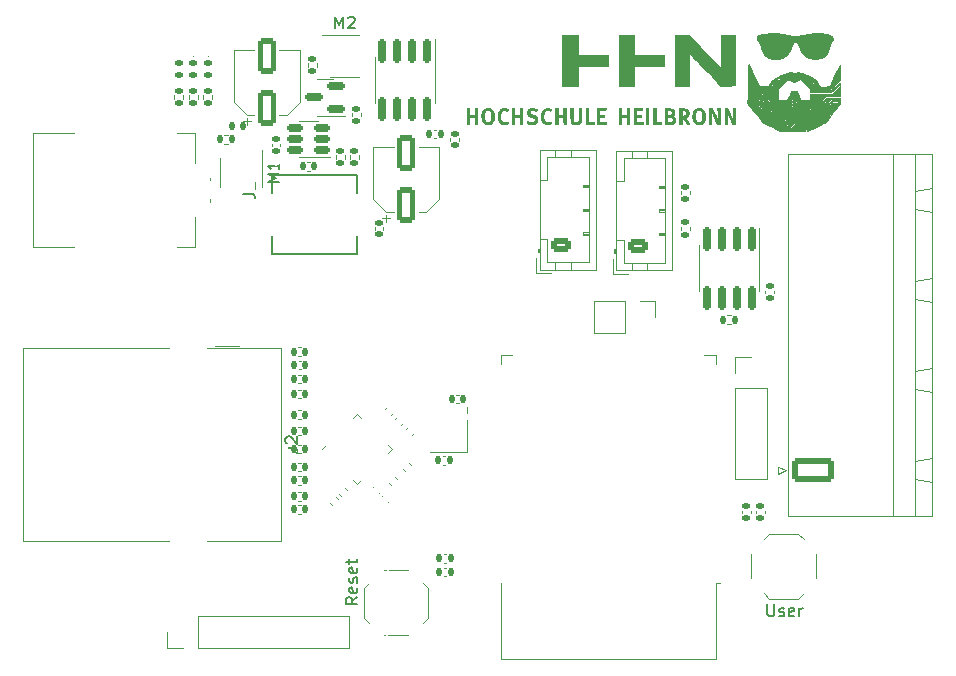
<source format=gbr>
%TF.GenerationSoftware,KiCad,Pcbnew,(6.0.4)*%
%TF.CreationDate,2022-07-19T00:25:02+02:00*%
%TF.ProjectId,Controller_Room,436f6e74-726f-46c6-9c65-725f526f6f6d,rev?*%
%TF.SameCoordinates,Original*%
%TF.FileFunction,Legend,Top*%
%TF.FilePolarity,Positive*%
%FSLAX46Y46*%
G04 Gerber Fmt 4.6, Leading zero omitted, Abs format (unit mm)*
G04 Created by KiCad (PCBNEW (6.0.4)) date 2022-07-19 00:25:02*
%MOMM*%
%LPD*%
G01*
G04 APERTURE LIST*
G04 Aperture macros list*
%AMRoundRect*
0 Rectangle with rounded corners*
0 $1 Rounding radius*
0 $2 $3 $4 $5 $6 $7 $8 $9 X,Y pos of 4 corners*
0 Add a 4 corners polygon primitive as box body*
4,1,4,$2,$3,$4,$5,$6,$7,$8,$9,$2,$3,0*
0 Add four circle primitives for the rounded corners*
1,1,$1+$1,$2,$3*
1,1,$1+$1,$4,$5*
1,1,$1+$1,$6,$7*
1,1,$1+$1,$8,$9*
0 Add four rect primitives between the rounded corners*
20,1,$1+$1,$2,$3,$4,$5,0*
20,1,$1+$1,$4,$5,$6,$7,0*
20,1,$1+$1,$6,$7,$8,$9,0*
20,1,$1+$1,$8,$9,$2,$3,0*%
%AMRotRect*
0 Rectangle, with rotation*
0 The origin of the aperture is its center*
0 $1 length*
0 $2 width*
0 $3 Rotation angle, in degrees counterclockwise*
0 Add horizontal line*
21,1,$1,$2,0,0,$3*%
G04 Aperture macros list end*
%ADD10C,0.016000*%
%ADD11C,0.008000*%
%ADD12C,0.150000*%
%ADD13C,0.120000*%
%ADD14C,0.100000*%
%ADD15C,3.250000*%
%ADD16R,1.900000X1.900000*%
%ADD17C,1.900000*%
%ADD18C,2.100000*%
%ADD19C,2.600000*%
%ADD20R,0.950000X1.230000*%
%ADD21R,0.630000X0.500000*%
%ADD22R,1.230000X0.950000*%
%ADD23R,0.500000X0.630000*%
%ADD24R,1.100000X1.300000*%
%ADD25RoundRect,0.250001X1.549999X-0.799999X1.549999X0.799999X-1.549999X0.799999X-1.549999X-0.799999X0*%
%ADD26O,3.600000X2.100000*%
%ADD27RoundRect,0.140000X-0.140000X-0.170000X0.140000X-0.170000X0.140000X0.170000X-0.140000X0.170000X0*%
%ADD28O,3.500000X2.000000*%
%ADD29O,2.000000X4.000000*%
%ADD30C,3.000000*%
%ADD31C,1.700000*%
%ADD32RoundRect,0.147500X0.147500X0.172500X-0.147500X0.172500X-0.147500X-0.172500X0.147500X-0.172500X0*%
%ADD33C,3.200000*%
%ADD34RoundRect,0.135000X-0.185000X0.135000X-0.185000X-0.135000X0.185000X-0.135000X0.185000X0.135000X0*%
%ADD35RoundRect,0.140000X0.021213X-0.219203X0.219203X-0.021213X-0.021213X0.219203X-0.219203X0.021213X0*%
%ADD36RoundRect,0.140000X-0.170000X0.140000X-0.170000X-0.140000X0.170000X-0.140000X0.170000X0.140000X0*%
%ADD37RoundRect,0.250000X0.625000X-0.350000X0.625000X0.350000X-0.625000X0.350000X-0.625000X-0.350000X0*%
%ADD38O,1.750000X1.200000*%
%ADD39RoundRect,0.135000X0.185000X-0.135000X0.185000X0.135000X-0.185000X0.135000X-0.185000X-0.135000X0*%
%ADD40RoundRect,0.140000X0.140000X0.170000X-0.140000X0.170000X-0.140000X-0.170000X0.140000X-0.170000X0*%
%ADD41RoundRect,0.250000X0.550000X-1.250000X0.550000X1.250000X-0.550000X1.250000X-0.550000X-1.250000X0*%
%ADD42R,1.700000X1.700000*%
%ADD43O,1.700000X1.700000*%
%ADD44RoundRect,0.140000X-0.021213X0.219203X-0.219203X0.021213X0.021213X-0.219203X0.219203X-0.021213X0*%
%ADD45R,1.700000X1.000000*%
%ADD46RoundRect,0.140000X-0.219203X-0.021213X-0.021213X-0.219203X0.219203X0.021213X0.021213X0.219203X0*%
%ADD47RoundRect,0.140000X0.170000X-0.140000X0.170000X0.140000X-0.170000X0.140000X-0.170000X-0.140000X0*%
%ADD48RoundRect,0.140000X0.219203X0.021213X0.021213X0.219203X-0.219203X-0.021213X-0.021213X-0.219203X0*%
%ADD49RoundRect,0.135000X0.135000X0.185000X-0.135000X0.185000X-0.135000X-0.185000X0.135000X-0.185000X0*%
%ADD50RoundRect,0.147500X-0.172500X0.147500X-0.172500X-0.147500X0.172500X-0.147500X0.172500X0.147500X0*%
%ADD51RoundRect,0.150000X0.512500X0.150000X-0.512500X0.150000X-0.512500X-0.150000X0.512500X-0.150000X0*%
%ADD52RoundRect,0.150000X-0.150000X0.825000X-0.150000X-0.825000X0.150000X-0.825000X0.150000X0.825000X0*%
%ADD53R,2.000000X0.900000*%
%ADD54R,0.900000X2.000000*%
%ADD55R,5.000000X5.000000*%
%ADD56R,2.350000X3.500000*%
%ADD57R,1.000000X1.700000*%
%ADD58RoundRect,0.150000X0.587500X0.150000X-0.587500X0.150000X-0.587500X-0.150000X0.587500X-0.150000X0*%
%ADD59RoundRect,0.062500X-0.203293X-0.291682X0.291682X0.203293X0.203293X0.291682X-0.291682X-0.203293X0*%
%ADD60RoundRect,0.062500X0.203293X-0.291682X0.291682X-0.203293X-0.203293X0.291682X-0.291682X0.203293X0*%
%ADD61RotRect,2.600000X2.600000X45.000000*%
%ADD62C,0.600000*%
%ADD63C,0.800000*%
%ADD64C,0.400000*%
G04 APERTURE END LIST*
D10*
G36*
X196569115Y-86677190D02*
G01*
X196572710Y-86677628D01*
X196576445Y-86678469D01*
X196580333Y-86679719D01*
X196584386Y-86681381D01*
X196588618Y-86683463D01*
X196593039Y-86685968D01*
X196597663Y-86688902D01*
X196607568Y-86696077D01*
X196618433Y-86705030D01*
X196630356Y-86715803D01*
X196643436Y-86728435D01*
X196657773Y-86742969D01*
X196673466Y-86759446D01*
X196685941Y-86772558D01*
X196696931Y-86784438D01*
X196701882Y-86789945D01*
X196706475Y-86795177D01*
X196710716Y-86800148D01*
X196714609Y-86804866D01*
X196718159Y-86809346D01*
X196721370Y-86813596D01*
X196724248Y-86817630D01*
X196726796Y-86821458D01*
X196729020Y-86825092D01*
X196730924Y-86828543D01*
X196732513Y-86831822D01*
X196733791Y-86834941D01*
X196734763Y-86837911D01*
X196735434Y-86840744D01*
X196735809Y-86843450D01*
X196735891Y-86846042D01*
X196735686Y-86848531D01*
X196735199Y-86850927D01*
X196734433Y-86853243D01*
X196733394Y-86855490D01*
X196732087Y-86857679D01*
X196730515Y-86859821D01*
X196728684Y-86861928D01*
X196726598Y-86864012D01*
X196724262Y-86866083D01*
X196721680Y-86868153D01*
X196718858Y-86870233D01*
X196715799Y-86872335D01*
X196710716Y-86874733D01*
X196705026Y-86876139D01*
X196698787Y-86876604D01*
X196692053Y-86876177D01*
X196684881Y-86874909D01*
X196677327Y-86872850D01*
X196669447Y-86870049D01*
X196661295Y-86866558D01*
X196652929Y-86862426D01*
X196644403Y-86857704D01*
X196627098Y-86846687D01*
X196609826Y-86833909D01*
X196593033Y-86819771D01*
X196577166Y-86804674D01*
X196562672Y-86789019D01*
X196549997Y-86773206D01*
X196544481Y-86765367D01*
X196539587Y-86757638D01*
X196535371Y-86750071D01*
X196531889Y-86742714D01*
X196529197Y-86735620D01*
X196527350Y-86728837D01*
X196526405Y-86722416D01*
X196526416Y-86716406D01*
X196527440Y-86710859D01*
X196529533Y-86705824D01*
X196535304Y-86697496D01*
X196541042Y-86690533D01*
X196543930Y-86687576D01*
X196546847Y-86684976D01*
X196549805Y-86682737D01*
X196552816Y-86680865D01*
X196555894Y-86679365D01*
X196559050Y-86678243D01*
X196562298Y-86677502D01*
X196565648Y-86677150D01*
X196569115Y-86677190D01*
G37*
X196569115Y-86677190D02*
X196572710Y-86677628D01*
X196576445Y-86678469D01*
X196580333Y-86679719D01*
X196584386Y-86681381D01*
X196588618Y-86683463D01*
X196593039Y-86685968D01*
X196597663Y-86688902D01*
X196607568Y-86696077D01*
X196618433Y-86705030D01*
X196630356Y-86715803D01*
X196643436Y-86728435D01*
X196657773Y-86742969D01*
X196673466Y-86759446D01*
X196685941Y-86772558D01*
X196696931Y-86784438D01*
X196701882Y-86789945D01*
X196706475Y-86795177D01*
X196710716Y-86800148D01*
X196714609Y-86804866D01*
X196718159Y-86809346D01*
X196721370Y-86813596D01*
X196724248Y-86817630D01*
X196726796Y-86821458D01*
X196729020Y-86825092D01*
X196730924Y-86828543D01*
X196732513Y-86831822D01*
X196733791Y-86834941D01*
X196734763Y-86837911D01*
X196735434Y-86840744D01*
X196735809Y-86843450D01*
X196735891Y-86846042D01*
X196735686Y-86848531D01*
X196735199Y-86850927D01*
X196734433Y-86853243D01*
X196733394Y-86855490D01*
X196732087Y-86857679D01*
X196730515Y-86859821D01*
X196728684Y-86861928D01*
X196726598Y-86864012D01*
X196724262Y-86866083D01*
X196721680Y-86868153D01*
X196718858Y-86870233D01*
X196715799Y-86872335D01*
X196710716Y-86874733D01*
X196705026Y-86876139D01*
X196698787Y-86876604D01*
X196692053Y-86876177D01*
X196684881Y-86874909D01*
X196677327Y-86872850D01*
X196669447Y-86870049D01*
X196661295Y-86866558D01*
X196652929Y-86862426D01*
X196644403Y-86857704D01*
X196627098Y-86846687D01*
X196609826Y-86833909D01*
X196593033Y-86819771D01*
X196577166Y-86804674D01*
X196562672Y-86789019D01*
X196549997Y-86773206D01*
X196544481Y-86765367D01*
X196539587Y-86757638D01*
X196535371Y-86750071D01*
X196531889Y-86742714D01*
X196529197Y-86735620D01*
X196527350Y-86728837D01*
X196526405Y-86722416D01*
X196526416Y-86716406D01*
X196527440Y-86710859D01*
X196529533Y-86705824D01*
X196535304Y-86697496D01*
X196541042Y-86690533D01*
X196543930Y-86687576D01*
X196546847Y-86684976D01*
X196549805Y-86682737D01*
X196552816Y-86680865D01*
X196555894Y-86679365D01*
X196559050Y-86678243D01*
X196562298Y-86677502D01*
X196565648Y-86677150D01*
X196569115Y-86677190D01*
D11*
G36*
X178563534Y-85501155D02*
G01*
X178557738Y-85540675D01*
X178555259Y-85556274D01*
X178552356Y-85569396D01*
X178548501Y-85580260D01*
X178546053Y-85584915D01*
X178543170Y-85589088D01*
X178539785Y-85592808D01*
X178535832Y-85596101D01*
X178531247Y-85598996D01*
X178525963Y-85601521D01*
X178513035Y-85605568D01*
X178496520Y-85608463D01*
X178475892Y-85610429D01*
X178450623Y-85611685D01*
X178292600Y-85614045D01*
X178042834Y-85618277D01*
X178038600Y-85811600D01*
X178034367Y-86006333D01*
X178460523Y-86006333D01*
X178456289Y-86083944D01*
X178452056Y-86162967D01*
X178247444Y-86165788D01*
X178042834Y-86168611D01*
X178041422Y-86391566D01*
X178040011Y-86613111D01*
X178586111Y-86613111D01*
X178586111Y-86775389D01*
X177852333Y-86775389D01*
X177852333Y-85456000D01*
X178572000Y-85456000D01*
X178563534Y-85501155D01*
G37*
X178563534Y-85501155D02*
X178557738Y-85540675D01*
X178555259Y-85556274D01*
X178552356Y-85569396D01*
X178548501Y-85580260D01*
X178546053Y-85584915D01*
X178543170Y-85589088D01*
X178539785Y-85592808D01*
X178535832Y-85596101D01*
X178531247Y-85598996D01*
X178525963Y-85601521D01*
X178513035Y-85605568D01*
X178496520Y-85608463D01*
X178475892Y-85610429D01*
X178450623Y-85611685D01*
X178292600Y-85614045D01*
X178042834Y-85618277D01*
X178038600Y-85811600D01*
X178034367Y-86006333D01*
X178460523Y-86006333D01*
X178456289Y-86083944D01*
X178452056Y-86162967D01*
X178247444Y-86165788D01*
X178042834Y-86168611D01*
X178041422Y-86391566D01*
X178040011Y-86613111D01*
X178586111Y-86613111D01*
X178586111Y-86775389D01*
X177852333Y-86775389D01*
X177852333Y-85456000D01*
X178572000Y-85456000D01*
X178563534Y-85501155D01*
D10*
G36*
X195511218Y-85310869D02*
G01*
X195514407Y-85311365D01*
X195517730Y-85312186D01*
X195521199Y-85313336D01*
X195524822Y-85314821D01*
X195528610Y-85316645D01*
X195532575Y-85318813D01*
X195541072Y-85324197D01*
X195550395Y-85331012D01*
X195560629Y-85339295D01*
X195571854Y-85349082D01*
X195584155Y-85360412D01*
X195597613Y-85373321D01*
X195612311Y-85387846D01*
X195626372Y-85402080D01*
X195638945Y-85415197D01*
X195650063Y-85427273D01*
X195659759Y-85438381D01*
X195664084Y-85443596D01*
X195668066Y-85448597D01*
X195671709Y-85453393D01*
X195675017Y-85457994D01*
X195677994Y-85462408D01*
X195680644Y-85466646D01*
X195682973Y-85470717D01*
X195684983Y-85474629D01*
X195686678Y-85478393D01*
X195688064Y-85482017D01*
X195689144Y-85485511D01*
X195689921Y-85488884D01*
X195690402Y-85492145D01*
X195690588Y-85495304D01*
X195690486Y-85498370D01*
X195690098Y-85501352D01*
X195689429Y-85504260D01*
X195688483Y-85507103D01*
X195687264Y-85509890D01*
X195685776Y-85512630D01*
X195684024Y-85515333D01*
X195682012Y-85518009D01*
X195679743Y-85520665D01*
X195677222Y-85523313D01*
X195672049Y-85527384D01*
X195666104Y-85530118D01*
X195659458Y-85531582D01*
X195652180Y-85531846D01*
X195644342Y-85530977D01*
X195636015Y-85529043D01*
X195627269Y-85526113D01*
X195618176Y-85522255D01*
X195608805Y-85517537D01*
X195599228Y-85512027D01*
X195589516Y-85505794D01*
X195579739Y-85498905D01*
X195560275Y-85483435D01*
X195541402Y-85466163D01*
X195523687Y-85447634D01*
X195507695Y-85428393D01*
X195500523Y-85418677D01*
X195493994Y-85408988D01*
X195488180Y-85399394D01*
X195483150Y-85389963D01*
X195478976Y-85380763D01*
X195475728Y-85371863D01*
X195473478Y-85363332D01*
X195472296Y-85355236D01*
X195472253Y-85347645D01*
X195473420Y-85340626D01*
X195475867Y-85334248D01*
X195479666Y-85328579D01*
X195484442Y-85322765D01*
X195486856Y-85320266D01*
X195489301Y-85318046D01*
X195491788Y-85316108D01*
X195494326Y-85314459D01*
X195496926Y-85313103D01*
X195499598Y-85312043D01*
X195502353Y-85311285D01*
X195505201Y-85310834D01*
X195508153Y-85310693D01*
X195511218Y-85310869D01*
G37*
X195511218Y-85310869D02*
X195514407Y-85311365D01*
X195517730Y-85312186D01*
X195521199Y-85313336D01*
X195524822Y-85314821D01*
X195528610Y-85316645D01*
X195532575Y-85318813D01*
X195541072Y-85324197D01*
X195550395Y-85331012D01*
X195560629Y-85339295D01*
X195571854Y-85349082D01*
X195584155Y-85360412D01*
X195597613Y-85373321D01*
X195612311Y-85387846D01*
X195626372Y-85402080D01*
X195638945Y-85415197D01*
X195650063Y-85427273D01*
X195659759Y-85438381D01*
X195664084Y-85443596D01*
X195668066Y-85448597D01*
X195671709Y-85453393D01*
X195675017Y-85457994D01*
X195677994Y-85462408D01*
X195680644Y-85466646D01*
X195682973Y-85470717D01*
X195684983Y-85474629D01*
X195686678Y-85478393D01*
X195688064Y-85482017D01*
X195689144Y-85485511D01*
X195689921Y-85488884D01*
X195690402Y-85492145D01*
X195690588Y-85495304D01*
X195690486Y-85498370D01*
X195690098Y-85501352D01*
X195689429Y-85504260D01*
X195688483Y-85507103D01*
X195687264Y-85509890D01*
X195685776Y-85512630D01*
X195684024Y-85515333D01*
X195682012Y-85518009D01*
X195679743Y-85520665D01*
X195677222Y-85523313D01*
X195672049Y-85527384D01*
X195666104Y-85530118D01*
X195659458Y-85531582D01*
X195652180Y-85531846D01*
X195644342Y-85530977D01*
X195636015Y-85529043D01*
X195627269Y-85526113D01*
X195618176Y-85522255D01*
X195608805Y-85517537D01*
X195599228Y-85512027D01*
X195589516Y-85505794D01*
X195579739Y-85498905D01*
X195560275Y-85483435D01*
X195541402Y-85466163D01*
X195523687Y-85447634D01*
X195507695Y-85428393D01*
X195500523Y-85418677D01*
X195493994Y-85408988D01*
X195488180Y-85399394D01*
X195483150Y-85389963D01*
X195478976Y-85380763D01*
X195475728Y-85371863D01*
X195473478Y-85363332D01*
X195472296Y-85355236D01*
X195472253Y-85347645D01*
X195473420Y-85340626D01*
X195475867Y-85334248D01*
X195479666Y-85328579D01*
X195484442Y-85322765D01*
X195486856Y-85320266D01*
X195489301Y-85318046D01*
X195491788Y-85316108D01*
X195494326Y-85314459D01*
X195496926Y-85313103D01*
X195499598Y-85312043D01*
X195502353Y-85311285D01*
X195505201Y-85310834D01*
X195508153Y-85310693D01*
X195511218Y-85310869D01*
G36*
X196712051Y-84975801D02*
G01*
X196715085Y-84976330D01*
X196718074Y-84977119D01*
X196721026Y-84978164D01*
X196723952Y-84979461D01*
X196726858Y-84981007D01*
X196729755Y-84982796D01*
X196732651Y-84984826D01*
X196735555Y-84987090D01*
X196741369Y-84991867D01*
X196743868Y-84994281D01*
X196746089Y-84996726D01*
X196748026Y-84999212D01*
X196749675Y-85001750D01*
X196751032Y-85004350D01*
X196752091Y-85007023D01*
X196752849Y-85009778D01*
X196753301Y-85012626D01*
X196753441Y-85015577D01*
X196753266Y-85018642D01*
X196752770Y-85021831D01*
X196751949Y-85025155D01*
X196750798Y-85028623D01*
X196749313Y-85032246D01*
X196747490Y-85036035D01*
X196745322Y-85039999D01*
X196739937Y-85048496D01*
X196733122Y-85057820D01*
X196724839Y-85068053D01*
X196715052Y-85079279D01*
X196703722Y-85091579D01*
X196690814Y-85105037D01*
X196676288Y-85119735D01*
X196662055Y-85133797D01*
X196648937Y-85146370D01*
X196636861Y-85157488D01*
X196625753Y-85167184D01*
X196620538Y-85171509D01*
X196615538Y-85175490D01*
X196610742Y-85179133D01*
X196606141Y-85182441D01*
X196601726Y-85185419D01*
X196597488Y-85188069D01*
X196593418Y-85190397D01*
X196589505Y-85192407D01*
X196585741Y-85194103D01*
X196582117Y-85195489D01*
X196578624Y-85196568D01*
X196575251Y-85197346D01*
X196571989Y-85197826D01*
X196568830Y-85198013D01*
X196565764Y-85197910D01*
X196562782Y-85197523D01*
X196559874Y-85196853D01*
X196557032Y-85195907D01*
X196554245Y-85194689D01*
X196551504Y-85193201D01*
X196548801Y-85191449D01*
X196546126Y-85189436D01*
X196543469Y-85187167D01*
X196540821Y-85184646D01*
X196536496Y-85179839D01*
X196533071Y-85174895D01*
X196531710Y-85172350D01*
X196530590Y-85169744D01*
X196529715Y-85167070D01*
X196529092Y-85164317D01*
X196528725Y-85161477D01*
X196528619Y-85158542D01*
X196528780Y-85155503D01*
X196529213Y-85152350D01*
X196529923Y-85149075D01*
X196530915Y-85145670D01*
X196532194Y-85142125D01*
X196533766Y-85138432D01*
X196537808Y-85130565D01*
X196543082Y-85122000D01*
X196549629Y-85112666D01*
X196557491Y-85102493D01*
X196566708Y-85091410D01*
X196577323Y-85079347D01*
X196589377Y-85066235D01*
X196602911Y-85052002D01*
X196616152Y-85038436D01*
X196628404Y-85026293D01*
X196639739Y-85015539D01*
X196650227Y-85006140D01*
X196655175Y-85001939D01*
X196659937Y-84998065D01*
X196664523Y-84994513D01*
X196668941Y-84991280D01*
X196673199Y-84988360D01*
X196677307Y-84985751D01*
X196681274Y-84983447D01*
X196685108Y-84981446D01*
X196688817Y-84979742D01*
X196692412Y-84978331D01*
X196695900Y-84977210D01*
X196699290Y-84976375D01*
X196702592Y-84975820D01*
X196705813Y-84975542D01*
X196708963Y-84975537D01*
X196712051Y-84975801D01*
G37*
X196712051Y-84975801D02*
X196715085Y-84976330D01*
X196718074Y-84977119D01*
X196721026Y-84978164D01*
X196723952Y-84979461D01*
X196726858Y-84981007D01*
X196729755Y-84982796D01*
X196732651Y-84984826D01*
X196735555Y-84987090D01*
X196741369Y-84991867D01*
X196743868Y-84994281D01*
X196746089Y-84996726D01*
X196748026Y-84999212D01*
X196749675Y-85001750D01*
X196751032Y-85004350D01*
X196752091Y-85007023D01*
X196752849Y-85009778D01*
X196753301Y-85012626D01*
X196753441Y-85015577D01*
X196753266Y-85018642D01*
X196752770Y-85021831D01*
X196751949Y-85025155D01*
X196750798Y-85028623D01*
X196749313Y-85032246D01*
X196747490Y-85036035D01*
X196745322Y-85039999D01*
X196739937Y-85048496D01*
X196733122Y-85057820D01*
X196724839Y-85068053D01*
X196715052Y-85079279D01*
X196703722Y-85091579D01*
X196690814Y-85105037D01*
X196676288Y-85119735D01*
X196662055Y-85133797D01*
X196648937Y-85146370D01*
X196636861Y-85157488D01*
X196625753Y-85167184D01*
X196620538Y-85171509D01*
X196615538Y-85175490D01*
X196610742Y-85179133D01*
X196606141Y-85182441D01*
X196601726Y-85185419D01*
X196597488Y-85188069D01*
X196593418Y-85190397D01*
X196589505Y-85192407D01*
X196585741Y-85194103D01*
X196582117Y-85195489D01*
X196578624Y-85196568D01*
X196575251Y-85197346D01*
X196571989Y-85197826D01*
X196568830Y-85198013D01*
X196565764Y-85197910D01*
X196562782Y-85197523D01*
X196559874Y-85196853D01*
X196557032Y-85195907D01*
X196554245Y-85194689D01*
X196551504Y-85193201D01*
X196548801Y-85191449D01*
X196546126Y-85189436D01*
X196543469Y-85187167D01*
X196540821Y-85184646D01*
X196536496Y-85179839D01*
X196533071Y-85174895D01*
X196531710Y-85172350D01*
X196530590Y-85169744D01*
X196529715Y-85167070D01*
X196529092Y-85164317D01*
X196528725Y-85161477D01*
X196528619Y-85158542D01*
X196528780Y-85155503D01*
X196529213Y-85152350D01*
X196529923Y-85149075D01*
X196530915Y-85145670D01*
X196532194Y-85142125D01*
X196533766Y-85138432D01*
X196537808Y-85130565D01*
X196543082Y-85122000D01*
X196549629Y-85112666D01*
X196557491Y-85102493D01*
X196566708Y-85091410D01*
X196577323Y-85079347D01*
X196589377Y-85066235D01*
X196602911Y-85052002D01*
X196616152Y-85038436D01*
X196628404Y-85026293D01*
X196639739Y-85015539D01*
X196650227Y-85006140D01*
X196655175Y-85001939D01*
X196659937Y-84998065D01*
X196664523Y-84994513D01*
X196668941Y-84991280D01*
X196673199Y-84988360D01*
X196677307Y-84985751D01*
X196681274Y-84983447D01*
X196685108Y-84981446D01*
X196688817Y-84979742D01*
X196692412Y-84978331D01*
X196695900Y-84977210D01*
X196699290Y-84976375D01*
X196702592Y-84975820D01*
X196705813Y-84975542D01*
X196708963Y-84975537D01*
X196712051Y-84975801D01*
G36*
X192750538Y-83440064D02*
G01*
X192753392Y-83440498D01*
X192756220Y-83441190D01*
X192759011Y-83442133D01*
X192761756Y-83443321D01*
X192764447Y-83444745D01*
X192767074Y-83446398D01*
X192769627Y-83448274D01*
X192772098Y-83450364D01*
X192774476Y-83452663D01*
X192776754Y-83455162D01*
X192778921Y-83457854D01*
X192780967Y-83460732D01*
X192782885Y-83463789D01*
X192784664Y-83467018D01*
X192786296Y-83470411D01*
X192787770Y-83473961D01*
X192789078Y-83477660D01*
X192790210Y-83481503D01*
X192791158Y-83485481D01*
X192791910Y-83489587D01*
X192792460Y-83493814D01*
X192792796Y-83498154D01*
X192792910Y-83502602D01*
X192792853Y-83504701D01*
X192792683Y-83506766D01*
X192792403Y-83508793D01*
X192792017Y-83510782D01*
X192791528Y-83512728D01*
X192790938Y-83514632D01*
X192790252Y-83516490D01*
X192789471Y-83518300D01*
X192788599Y-83520061D01*
X192787639Y-83521770D01*
X192786595Y-83523425D01*
X192785469Y-83525025D01*
X192784264Y-83526567D01*
X192782984Y-83528048D01*
X192781632Y-83529468D01*
X192780210Y-83530824D01*
X192778723Y-83532113D01*
X192777172Y-83533335D01*
X192775561Y-83534486D01*
X192773893Y-83535564D01*
X192772172Y-83536568D01*
X192770400Y-83537496D01*
X192768581Y-83538345D01*
X192766717Y-83539114D01*
X192764811Y-83539800D01*
X192762868Y-83540401D01*
X192760889Y-83540915D01*
X192758878Y-83541341D01*
X192756839Y-83541675D01*
X192754773Y-83541917D01*
X192752685Y-83542063D01*
X192750577Y-83542113D01*
X192746684Y-83541942D01*
X192742944Y-83541439D01*
X192739362Y-83540620D01*
X192735942Y-83539500D01*
X192732691Y-83538095D01*
X192729611Y-83536420D01*
X192726708Y-83534491D01*
X192723987Y-83532323D01*
X192721451Y-83529932D01*
X192719106Y-83527333D01*
X192716957Y-83524542D01*
X192715007Y-83521574D01*
X192713262Y-83518445D01*
X192711727Y-83515171D01*
X192710405Y-83511766D01*
X192709302Y-83508246D01*
X192708422Y-83504627D01*
X192707770Y-83500924D01*
X192707351Y-83497154D01*
X192707169Y-83493330D01*
X192707229Y-83489469D01*
X192707535Y-83485587D01*
X192708092Y-83481698D01*
X192708905Y-83477819D01*
X192709979Y-83473964D01*
X192711318Y-83470150D01*
X192712926Y-83466392D01*
X192714809Y-83462705D01*
X192716971Y-83459104D01*
X192719416Y-83455606D01*
X192722150Y-83452226D01*
X192725177Y-83448979D01*
X192727854Y-83446762D01*
X192730589Y-83444869D01*
X192733370Y-83443291D01*
X192736190Y-83442023D01*
X192739039Y-83441057D01*
X192741908Y-83440385D01*
X192744787Y-83440000D01*
X192747667Y-83439895D01*
X192750538Y-83440064D01*
G37*
X192750538Y-83440064D02*
X192753392Y-83440498D01*
X192756220Y-83441190D01*
X192759011Y-83442133D01*
X192761756Y-83443321D01*
X192764447Y-83444745D01*
X192767074Y-83446398D01*
X192769627Y-83448274D01*
X192772098Y-83450364D01*
X192774476Y-83452663D01*
X192776754Y-83455162D01*
X192778921Y-83457854D01*
X192780967Y-83460732D01*
X192782885Y-83463789D01*
X192784664Y-83467018D01*
X192786296Y-83470411D01*
X192787770Y-83473961D01*
X192789078Y-83477660D01*
X192790210Y-83481503D01*
X192791158Y-83485481D01*
X192791910Y-83489587D01*
X192792460Y-83493814D01*
X192792796Y-83498154D01*
X192792910Y-83502602D01*
X192792853Y-83504701D01*
X192792683Y-83506766D01*
X192792403Y-83508793D01*
X192792017Y-83510782D01*
X192791528Y-83512728D01*
X192790938Y-83514632D01*
X192790252Y-83516490D01*
X192789471Y-83518300D01*
X192788599Y-83520061D01*
X192787639Y-83521770D01*
X192786595Y-83523425D01*
X192785469Y-83525025D01*
X192784264Y-83526567D01*
X192782984Y-83528048D01*
X192781632Y-83529468D01*
X192780210Y-83530824D01*
X192778723Y-83532113D01*
X192777172Y-83533335D01*
X192775561Y-83534486D01*
X192773893Y-83535564D01*
X192772172Y-83536568D01*
X192770400Y-83537496D01*
X192768581Y-83538345D01*
X192766717Y-83539114D01*
X192764811Y-83539800D01*
X192762868Y-83540401D01*
X192760889Y-83540915D01*
X192758878Y-83541341D01*
X192756839Y-83541675D01*
X192754773Y-83541917D01*
X192752685Y-83542063D01*
X192750577Y-83542113D01*
X192746684Y-83541942D01*
X192742944Y-83541439D01*
X192739362Y-83540620D01*
X192735942Y-83539500D01*
X192732691Y-83538095D01*
X192729611Y-83536420D01*
X192726708Y-83534491D01*
X192723987Y-83532323D01*
X192721451Y-83529932D01*
X192719106Y-83527333D01*
X192716957Y-83524542D01*
X192715007Y-83521574D01*
X192713262Y-83518445D01*
X192711727Y-83515171D01*
X192710405Y-83511766D01*
X192709302Y-83508246D01*
X192708422Y-83504627D01*
X192707770Y-83500924D01*
X192707351Y-83497154D01*
X192707169Y-83493330D01*
X192707229Y-83489469D01*
X192707535Y-83485587D01*
X192708092Y-83481698D01*
X192708905Y-83477819D01*
X192709979Y-83473964D01*
X192711318Y-83470150D01*
X192712926Y-83466392D01*
X192714809Y-83462705D01*
X192716971Y-83459104D01*
X192719416Y-83455606D01*
X192722150Y-83452226D01*
X192725177Y-83448979D01*
X192727854Y-83446762D01*
X192730589Y-83444869D01*
X192733370Y-83443291D01*
X192736190Y-83442023D01*
X192739039Y-83441057D01*
X192741908Y-83440385D01*
X192744787Y-83440000D01*
X192747667Y-83439895D01*
X192750538Y-83440064D01*
G36*
X196022291Y-86678503D02*
G01*
X196025623Y-86679069D01*
X196028850Y-86680035D01*
X196031984Y-86681394D01*
X196035039Y-86683142D01*
X196038030Y-86685273D01*
X196040970Y-86687783D01*
X196043874Y-86690665D01*
X196046754Y-86693916D01*
X196049626Y-86697529D01*
X196052503Y-86701500D01*
X196055400Y-86705824D01*
X196056070Y-86707526D01*
X196056497Y-86709452D01*
X196056686Y-86711593D01*
X196056640Y-86713943D01*
X196055865Y-86719237D01*
X196054209Y-86725271D01*
X196051710Y-86731983D01*
X196048405Y-86739310D01*
X196044331Y-86747192D01*
X196039525Y-86755566D01*
X196034024Y-86764369D01*
X196027866Y-86773541D01*
X196021088Y-86783018D01*
X196013728Y-86792740D01*
X196005821Y-86802643D01*
X195997406Y-86812666D01*
X195988520Y-86822747D01*
X195979200Y-86832824D01*
X195966456Y-86845893D01*
X195954638Y-86857601D01*
X195943679Y-86867979D01*
X195933515Y-86877054D01*
X195928710Y-86881112D01*
X195924078Y-86884856D01*
X195919612Y-86888288D01*
X195915303Y-86891413D01*
X195911143Y-86894234D01*
X195907123Y-86896755D01*
X195903235Y-86898979D01*
X195899472Y-86900910D01*
X195895824Y-86902552D01*
X195892284Y-86903908D01*
X195888843Y-86904982D01*
X195885493Y-86905777D01*
X195882226Y-86906298D01*
X195879033Y-86906547D01*
X195875906Y-86906529D01*
X195872837Y-86906246D01*
X195869818Y-86905703D01*
X195866840Y-86904903D01*
X195863895Y-86903850D01*
X195860975Y-86902547D01*
X195858071Y-86900998D01*
X195855176Y-86899207D01*
X195852281Y-86897178D01*
X195849377Y-86894913D01*
X195844026Y-86890169D01*
X195839643Y-86885404D01*
X195837827Y-86882987D01*
X195836268Y-86880532D01*
X195834972Y-86878029D01*
X195833943Y-86875466D01*
X195833187Y-86872833D01*
X195832710Y-86870118D01*
X195832515Y-86867312D01*
X195832609Y-86864403D01*
X195832996Y-86861380D01*
X195833683Y-86858233D01*
X195834672Y-86854950D01*
X195835971Y-86851521D01*
X195837585Y-86847935D01*
X195839517Y-86844181D01*
X195844361Y-86836126D01*
X195850544Y-86827268D01*
X195858108Y-86817522D01*
X195867094Y-86806800D01*
X195877544Y-86795016D01*
X195889499Y-86782082D01*
X195902999Y-86767913D01*
X195920183Y-86750410D01*
X195935824Y-86734917D01*
X195943101Y-86727911D01*
X195950035Y-86721391D01*
X195956639Y-86715354D01*
X195962927Y-86709792D01*
X195968914Y-86704702D01*
X195974613Y-86700078D01*
X195980037Y-86695916D01*
X195985202Y-86692209D01*
X195990121Y-86688952D01*
X195994808Y-86686141D01*
X195999276Y-86683770D01*
X196003541Y-86681835D01*
X196007615Y-86680329D01*
X196011514Y-86679248D01*
X196015250Y-86678587D01*
X196018837Y-86678340D01*
X196022291Y-86678503D01*
G37*
X196022291Y-86678503D02*
X196025623Y-86679069D01*
X196028850Y-86680035D01*
X196031984Y-86681394D01*
X196035039Y-86683142D01*
X196038030Y-86685273D01*
X196040970Y-86687783D01*
X196043874Y-86690665D01*
X196046754Y-86693916D01*
X196049626Y-86697529D01*
X196052503Y-86701500D01*
X196055400Y-86705824D01*
X196056070Y-86707526D01*
X196056497Y-86709452D01*
X196056686Y-86711593D01*
X196056640Y-86713943D01*
X196055865Y-86719237D01*
X196054209Y-86725271D01*
X196051710Y-86731983D01*
X196048405Y-86739310D01*
X196044331Y-86747192D01*
X196039525Y-86755566D01*
X196034024Y-86764369D01*
X196027866Y-86773541D01*
X196021088Y-86783018D01*
X196013728Y-86792740D01*
X196005821Y-86802643D01*
X195997406Y-86812666D01*
X195988520Y-86822747D01*
X195979200Y-86832824D01*
X195966456Y-86845893D01*
X195954638Y-86857601D01*
X195943679Y-86867979D01*
X195933515Y-86877054D01*
X195928710Y-86881112D01*
X195924078Y-86884856D01*
X195919612Y-86888288D01*
X195915303Y-86891413D01*
X195911143Y-86894234D01*
X195907123Y-86896755D01*
X195903235Y-86898979D01*
X195899472Y-86900910D01*
X195895824Y-86902552D01*
X195892284Y-86903908D01*
X195888843Y-86904982D01*
X195885493Y-86905777D01*
X195882226Y-86906298D01*
X195879033Y-86906547D01*
X195875906Y-86906529D01*
X195872837Y-86906246D01*
X195869818Y-86905703D01*
X195866840Y-86904903D01*
X195863895Y-86903850D01*
X195860975Y-86902547D01*
X195858071Y-86900998D01*
X195855176Y-86899207D01*
X195852281Y-86897178D01*
X195849377Y-86894913D01*
X195844026Y-86890169D01*
X195839643Y-86885404D01*
X195837827Y-86882987D01*
X195836268Y-86880532D01*
X195834972Y-86878029D01*
X195833943Y-86875466D01*
X195833187Y-86872833D01*
X195832710Y-86870118D01*
X195832515Y-86867312D01*
X195832609Y-86864403D01*
X195832996Y-86861380D01*
X195833683Y-86858233D01*
X195834672Y-86854950D01*
X195835971Y-86851521D01*
X195837585Y-86847935D01*
X195839517Y-86844181D01*
X195844361Y-86836126D01*
X195850544Y-86827268D01*
X195858108Y-86817522D01*
X195867094Y-86806800D01*
X195877544Y-86795016D01*
X195889499Y-86782082D01*
X195902999Y-86767913D01*
X195920183Y-86750410D01*
X195935824Y-86734917D01*
X195943101Y-86727911D01*
X195950035Y-86721391D01*
X195956639Y-86715354D01*
X195962927Y-86709792D01*
X195968914Y-86704702D01*
X195974613Y-86700078D01*
X195980037Y-86695916D01*
X195985202Y-86692209D01*
X195990121Y-86688952D01*
X195994808Y-86686141D01*
X195999276Y-86683770D01*
X196003541Y-86681835D01*
X196007615Y-86680329D01*
X196011514Y-86679248D01*
X196015250Y-86678587D01*
X196018837Y-86678340D01*
X196022291Y-86678503D01*
D11*
G36*
X170002411Y-85437236D02*
G01*
X170027810Y-85438692D01*
X170053266Y-85441291D01*
X170078673Y-85445010D01*
X170103923Y-85449826D01*
X170128908Y-85455718D01*
X170153521Y-85462661D01*
X170177655Y-85470634D01*
X170201202Y-85479614D01*
X170224054Y-85489577D01*
X170246104Y-85500502D01*
X170267244Y-85512365D01*
X170287368Y-85525144D01*
X170290309Y-85527270D01*
X170292772Y-85529449D01*
X170294744Y-85531736D01*
X170295541Y-85532937D01*
X170296209Y-85534184D01*
X170296747Y-85535486D01*
X170297153Y-85536847D01*
X170297426Y-85538276D01*
X170297562Y-85539779D01*
X170297561Y-85541363D01*
X170297421Y-85543033D01*
X170297140Y-85544798D01*
X170296716Y-85546664D01*
X170295432Y-85550724D01*
X170293555Y-85555268D01*
X170291070Y-85560350D01*
X170287963Y-85566023D01*
X170284219Y-85572340D01*
X170279824Y-85579356D01*
X170274764Y-85587125D01*
X170269023Y-85595700D01*
X170264794Y-85601698D01*
X170260592Y-85607504D01*
X170256444Y-85613091D01*
X170252376Y-85618432D01*
X170248416Y-85623500D01*
X170244591Y-85628268D01*
X170240926Y-85632710D01*
X170237450Y-85636798D01*
X170234188Y-85640506D01*
X170231168Y-85643807D01*
X170228417Y-85646674D01*
X170225962Y-85649079D01*
X170223829Y-85650997D01*
X170222046Y-85652400D01*
X170221293Y-85652901D01*
X170220638Y-85653262D01*
X170220084Y-85653481D01*
X170219634Y-85653555D01*
X170218316Y-85653409D01*
X170216500Y-85652979D01*
X170211498Y-85651328D01*
X170204875Y-85648718D01*
X170196880Y-85645265D01*
X170187760Y-85641084D01*
X170177764Y-85636291D01*
X170167139Y-85631002D01*
X170156134Y-85625333D01*
X170132805Y-85614583D01*
X170108934Y-85605608D01*
X170084641Y-85598398D01*
X170060046Y-85592944D01*
X170035270Y-85589234D01*
X170010432Y-85587258D01*
X169985651Y-85587006D01*
X169961048Y-85588468D01*
X169936743Y-85591633D01*
X169912855Y-85596491D01*
X169889505Y-85603031D01*
X169866812Y-85611244D01*
X169844897Y-85621119D01*
X169823878Y-85632645D01*
X169803877Y-85645812D01*
X169794295Y-85653008D01*
X169785012Y-85660611D01*
X169771039Y-85673391D01*
X169757699Y-85687378D01*
X169744996Y-85702556D01*
X169732933Y-85718908D01*
X169721515Y-85736417D01*
X169710747Y-85755067D01*
X169700631Y-85774842D01*
X169691173Y-85795725D01*
X169682376Y-85817699D01*
X169674245Y-85840748D01*
X169666784Y-85864855D01*
X169659996Y-85890005D01*
X169653887Y-85916179D01*
X169648459Y-85943362D01*
X169643718Y-85971538D01*
X169639667Y-86000689D01*
X169636284Y-86031951D01*
X169633798Y-86062747D01*
X169632197Y-86093051D01*
X169631471Y-86122835D01*
X169631606Y-86152073D01*
X169632592Y-86180737D01*
X169634416Y-86208800D01*
X169637066Y-86236234D01*
X169640530Y-86263013D01*
X169644797Y-86289110D01*
X169649855Y-86314498D01*
X169655691Y-86339149D01*
X169662295Y-86363036D01*
X169669653Y-86386132D01*
X169677754Y-86408410D01*
X169686587Y-86429843D01*
X169696139Y-86450404D01*
X169706398Y-86470065D01*
X169717353Y-86488799D01*
X169728992Y-86506580D01*
X169741302Y-86523380D01*
X169754273Y-86539173D01*
X169767891Y-86553930D01*
X169782146Y-86567625D01*
X169797024Y-86580230D01*
X169812516Y-86591719D01*
X169828607Y-86602065D01*
X169845287Y-86611239D01*
X169862544Y-86619216D01*
X169880366Y-86625968D01*
X169898741Y-86631468D01*
X169917656Y-86635688D01*
X169933272Y-86638206D01*
X169949845Y-86639955D01*
X169967207Y-86640959D01*
X169985191Y-86641245D01*
X170003631Y-86640836D01*
X170022357Y-86639757D01*
X170041203Y-86638033D01*
X170060002Y-86635689D01*
X170078586Y-86632749D01*
X170096788Y-86629240D01*
X170114439Y-86625184D01*
X170131374Y-86620608D01*
X170147423Y-86615535D01*
X170162421Y-86609991D01*
X170176199Y-86604001D01*
X170188590Y-86597589D01*
X170200460Y-86591462D01*
X170211586Y-86585881D01*
X170221754Y-86580994D01*
X170226410Y-86578858D01*
X170230747Y-86576951D01*
X170234736Y-86575292D01*
X170238351Y-86573900D01*
X170241565Y-86572793D01*
X170244351Y-86571990D01*
X170246682Y-86571509D01*
X170247669Y-86571396D01*
X170248532Y-86571370D01*
X170249268Y-86571434D01*
X170249873Y-86571590D01*
X170250344Y-86571840D01*
X170250679Y-86572188D01*
X170259054Y-86582526D01*
X170267212Y-86592848D01*
X170275102Y-86603070D01*
X170282671Y-86613111D01*
X170289868Y-86622887D01*
X170296642Y-86632315D01*
X170302940Y-86641314D01*
X170308711Y-86649800D01*
X170313903Y-86657690D01*
X170318464Y-86664903D01*
X170322344Y-86671355D01*
X170325490Y-86676964D01*
X170327850Y-86681646D01*
X170329373Y-86685320D01*
X170329804Y-86686753D01*
X170330007Y-86687903D01*
X170329975Y-86688759D01*
X170329701Y-86689311D01*
X170328814Y-86690251D01*
X170327237Y-86691475D01*
X170322160Y-86694713D01*
X170314769Y-86698910D01*
X170305359Y-86703951D01*
X170281679Y-86716100D01*
X170253501Y-86730233D01*
X170229029Y-86741810D01*
X170204322Y-86752206D01*
X170179419Y-86761428D01*
X170154356Y-86769488D01*
X170129173Y-86776393D01*
X170103907Y-86782152D01*
X170078596Y-86786776D01*
X170053277Y-86790271D01*
X170027990Y-86792649D01*
X170002772Y-86793917D01*
X169977661Y-86794086D01*
X169952694Y-86793163D01*
X169927911Y-86791157D01*
X169903349Y-86788079D01*
X169879045Y-86783937D01*
X169855038Y-86778740D01*
X169831367Y-86772497D01*
X169808068Y-86765217D01*
X169785180Y-86756909D01*
X169762740Y-86747583D01*
X169740788Y-86737246D01*
X169719360Y-86725909D01*
X169698495Y-86713580D01*
X169678231Y-86700269D01*
X169658605Y-86685984D01*
X169639656Y-86670735D01*
X169621422Y-86654530D01*
X169603941Y-86637378D01*
X169587250Y-86619289D01*
X169571388Y-86600272D01*
X169556392Y-86580336D01*
X169542301Y-86559489D01*
X169518293Y-86517993D01*
X169497082Y-86473651D01*
X169478686Y-86426824D01*
X169463124Y-86377874D01*
X169450415Y-86327164D01*
X169440577Y-86275053D01*
X169433628Y-86221905D01*
X169429588Y-86168082D01*
X169428475Y-86113944D01*
X169430308Y-86059853D01*
X169435104Y-86006172D01*
X169442884Y-85953262D01*
X169453665Y-85901484D01*
X169467465Y-85851201D01*
X169484305Y-85802775D01*
X169504201Y-85756566D01*
X169520112Y-85725902D01*
X169537624Y-85696398D01*
X169556654Y-85668122D01*
X169577116Y-85641142D01*
X169598926Y-85615526D01*
X169621999Y-85591342D01*
X169646250Y-85568660D01*
X169671594Y-85547546D01*
X169697947Y-85528069D01*
X169725225Y-85510297D01*
X169753341Y-85494299D01*
X169782212Y-85480143D01*
X169811753Y-85467897D01*
X169841878Y-85457629D01*
X169872504Y-85449407D01*
X169903545Y-85443300D01*
X169927638Y-85439956D01*
X169952218Y-85437846D01*
X169977178Y-85436947D01*
X170002411Y-85437236D01*
G37*
X170002411Y-85437236D02*
X170027810Y-85438692D01*
X170053266Y-85441291D01*
X170078673Y-85445010D01*
X170103923Y-85449826D01*
X170128908Y-85455718D01*
X170153521Y-85462661D01*
X170177655Y-85470634D01*
X170201202Y-85479614D01*
X170224054Y-85489577D01*
X170246104Y-85500502D01*
X170267244Y-85512365D01*
X170287368Y-85525144D01*
X170290309Y-85527270D01*
X170292772Y-85529449D01*
X170294744Y-85531736D01*
X170295541Y-85532937D01*
X170296209Y-85534184D01*
X170296747Y-85535486D01*
X170297153Y-85536847D01*
X170297426Y-85538276D01*
X170297562Y-85539779D01*
X170297561Y-85541363D01*
X170297421Y-85543033D01*
X170297140Y-85544798D01*
X170296716Y-85546664D01*
X170295432Y-85550724D01*
X170293555Y-85555268D01*
X170291070Y-85560350D01*
X170287963Y-85566023D01*
X170284219Y-85572340D01*
X170279824Y-85579356D01*
X170274764Y-85587125D01*
X170269023Y-85595700D01*
X170264794Y-85601698D01*
X170260592Y-85607504D01*
X170256444Y-85613091D01*
X170252376Y-85618432D01*
X170248416Y-85623500D01*
X170244591Y-85628268D01*
X170240926Y-85632710D01*
X170237450Y-85636798D01*
X170234188Y-85640506D01*
X170231168Y-85643807D01*
X170228417Y-85646674D01*
X170225962Y-85649079D01*
X170223829Y-85650997D01*
X170222046Y-85652400D01*
X170221293Y-85652901D01*
X170220638Y-85653262D01*
X170220084Y-85653481D01*
X170219634Y-85653555D01*
X170218316Y-85653409D01*
X170216500Y-85652979D01*
X170211498Y-85651328D01*
X170204875Y-85648718D01*
X170196880Y-85645265D01*
X170187760Y-85641084D01*
X170177764Y-85636291D01*
X170167139Y-85631002D01*
X170156134Y-85625333D01*
X170132805Y-85614583D01*
X170108934Y-85605608D01*
X170084641Y-85598398D01*
X170060046Y-85592944D01*
X170035270Y-85589234D01*
X170010432Y-85587258D01*
X169985651Y-85587006D01*
X169961048Y-85588468D01*
X169936743Y-85591633D01*
X169912855Y-85596491D01*
X169889505Y-85603031D01*
X169866812Y-85611244D01*
X169844897Y-85621119D01*
X169823878Y-85632645D01*
X169803877Y-85645812D01*
X169794295Y-85653008D01*
X169785012Y-85660611D01*
X169771039Y-85673391D01*
X169757699Y-85687378D01*
X169744996Y-85702556D01*
X169732933Y-85718908D01*
X169721515Y-85736417D01*
X169710747Y-85755067D01*
X169700631Y-85774842D01*
X169691173Y-85795725D01*
X169682376Y-85817699D01*
X169674245Y-85840748D01*
X169666784Y-85864855D01*
X169659996Y-85890005D01*
X169653887Y-85916179D01*
X169648459Y-85943362D01*
X169643718Y-85971538D01*
X169639667Y-86000689D01*
X169636284Y-86031951D01*
X169633798Y-86062747D01*
X169632197Y-86093051D01*
X169631471Y-86122835D01*
X169631606Y-86152073D01*
X169632592Y-86180737D01*
X169634416Y-86208800D01*
X169637066Y-86236234D01*
X169640530Y-86263013D01*
X169644797Y-86289110D01*
X169649855Y-86314498D01*
X169655691Y-86339149D01*
X169662295Y-86363036D01*
X169669653Y-86386132D01*
X169677754Y-86408410D01*
X169686587Y-86429843D01*
X169696139Y-86450404D01*
X169706398Y-86470065D01*
X169717353Y-86488799D01*
X169728992Y-86506580D01*
X169741302Y-86523380D01*
X169754273Y-86539173D01*
X169767891Y-86553930D01*
X169782146Y-86567625D01*
X169797024Y-86580230D01*
X169812516Y-86591719D01*
X169828607Y-86602065D01*
X169845287Y-86611239D01*
X169862544Y-86619216D01*
X169880366Y-86625968D01*
X169898741Y-86631468D01*
X169917656Y-86635688D01*
X169933272Y-86638206D01*
X169949845Y-86639955D01*
X169967207Y-86640959D01*
X169985191Y-86641245D01*
X170003631Y-86640836D01*
X170022357Y-86639757D01*
X170041203Y-86638033D01*
X170060002Y-86635689D01*
X170078586Y-86632749D01*
X170096788Y-86629240D01*
X170114439Y-86625184D01*
X170131374Y-86620608D01*
X170147423Y-86615535D01*
X170162421Y-86609991D01*
X170176199Y-86604001D01*
X170188590Y-86597589D01*
X170200460Y-86591462D01*
X170211586Y-86585881D01*
X170221754Y-86580994D01*
X170226410Y-86578858D01*
X170230747Y-86576951D01*
X170234736Y-86575292D01*
X170238351Y-86573900D01*
X170241565Y-86572793D01*
X170244351Y-86571990D01*
X170246682Y-86571509D01*
X170247669Y-86571396D01*
X170248532Y-86571370D01*
X170249268Y-86571434D01*
X170249873Y-86571590D01*
X170250344Y-86571840D01*
X170250679Y-86572188D01*
X170259054Y-86582526D01*
X170267212Y-86592848D01*
X170275102Y-86603070D01*
X170282671Y-86613111D01*
X170289868Y-86622887D01*
X170296642Y-86632315D01*
X170302940Y-86641314D01*
X170308711Y-86649800D01*
X170313903Y-86657690D01*
X170318464Y-86664903D01*
X170322344Y-86671355D01*
X170325490Y-86676964D01*
X170327850Y-86681646D01*
X170329373Y-86685320D01*
X170329804Y-86686753D01*
X170330007Y-86687903D01*
X170329975Y-86688759D01*
X170329701Y-86689311D01*
X170328814Y-86690251D01*
X170327237Y-86691475D01*
X170322160Y-86694713D01*
X170314769Y-86698910D01*
X170305359Y-86703951D01*
X170281679Y-86716100D01*
X170253501Y-86730233D01*
X170229029Y-86741810D01*
X170204322Y-86752206D01*
X170179419Y-86761428D01*
X170154356Y-86769488D01*
X170129173Y-86776393D01*
X170103907Y-86782152D01*
X170078596Y-86786776D01*
X170053277Y-86790271D01*
X170027990Y-86792649D01*
X170002772Y-86793917D01*
X169977661Y-86794086D01*
X169952694Y-86793163D01*
X169927911Y-86791157D01*
X169903349Y-86788079D01*
X169879045Y-86783937D01*
X169855038Y-86778740D01*
X169831367Y-86772497D01*
X169808068Y-86765217D01*
X169785180Y-86756909D01*
X169762740Y-86747583D01*
X169740788Y-86737246D01*
X169719360Y-86725909D01*
X169698495Y-86713580D01*
X169678231Y-86700269D01*
X169658605Y-86685984D01*
X169639656Y-86670735D01*
X169621422Y-86654530D01*
X169603941Y-86637378D01*
X169587250Y-86619289D01*
X169571388Y-86600272D01*
X169556392Y-86580336D01*
X169542301Y-86559489D01*
X169518293Y-86517993D01*
X169497082Y-86473651D01*
X169478686Y-86426824D01*
X169463124Y-86377874D01*
X169450415Y-86327164D01*
X169440577Y-86275053D01*
X169433628Y-86221905D01*
X169429588Y-86168082D01*
X169428475Y-86113944D01*
X169430308Y-86059853D01*
X169435104Y-86006172D01*
X169442884Y-85953262D01*
X169453665Y-85901484D01*
X169467465Y-85851201D01*
X169484305Y-85802775D01*
X169504201Y-85756566D01*
X169520112Y-85725902D01*
X169537624Y-85696398D01*
X169556654Y-85668122D01*
X169577116Y-85641142D01*
X169598926Y-85615526D01*
X169621999Y-85591342D01*
X169646250Y-85568660D01*
X169671594Y-85547546D01*
X169697947Y-85528069D01*
X169725225Y-85510297D01*
X169753341Y-85494299D01*
X169782212Y-85480143D01*
X169811753Y-85467897D01*
X169841878Y-85457629D01*
X169872504Y-85449407D01*
X169903545Y-85443300D01*
X169927638Y-85439956D01*
X169952218Y-85437846D01*
X169977178Y-85436947D01*
X170002411Y-85437236D01*
D10*
G36*
X197071647Y-85330189D02*
G01*
X197075508Y-85330706D01*
X197077329Y-85331142D01*
X197079074Y-85331697D01*
X197080744Y-85332370D01*
X197082337Y-85333162D01*
X197083853Y-85334074D01*
X197085290Y-85335106D01*
X197086647Y-85336257D01*
X197087924Y-85337529D01*
X197089119Y-85338921D01*
X197090232Y-85340433D01*
X197091262Y-85342067D01*
X197092207Y-85343822D01*
X197093839Y-85347696D01*
X197095123Y-85352058D01*
X197096049Y-85356909D01*
X197096610Y-85362253D01*
X197096799Y-85368091D01*
X197096280Y-85372838D01*
X197094763Y-85378052D01*
X197092307Y-85383691D01*
X197088972Y-85389709D01*
X197084819Y-85396062D01*
X197079907Y-85402705D01*
X197068048Y-85416686D01*
X197053873Y-85431294D01*
X197037863Y-85446176D01*
X197020497Y-85460974D01*
X197002255Y-85475335D01*
X196983616Y-85488902D01*
X196965059Y-85501319D01*
X196947065Y-85512232D01*
X196930112Y-85521284D01*
X196914681Y-85528121D01*
X196907686Y-85530597D01*
X196901250Y-85532386D01*
X196895435Y-85533443D01*
X196890301Y-85533724D01*
X196885906Y-85533184D01*
X196882311Y-85531780D01*
X196880582Y-85530374D01*
X196879101Y-85528806D01*
X196877866Y-85527076D01*
X196876876Y-85525187D01*
X196876129Y-85523141D01*
X196875626Y-85520940D01*
X196875364Y-85518586D01*
X196875343Y-85516081D01*
X196875562Y-85513427D01*
X196876020Y-85510627D01*
X196877647Y-85504594D01*
X196880217Y-85497998D01*
X196883722Y-85490857D01*
X196888152Y-85483187D01*
X196893500Y-85475004D01*
X196899758Y-85466325D01*
X196906917Y-85457167D01*
X196914969Y-85447545D01*
X196923905Y-85437477D01*
X196933718Y-85426979D01*
X196944399Y-85416068D01*
X196952534Y-85407552D01*
X196960529Y-85399468D01*
X196968375Y-85391818D01*
X196976067Y-85384605D01*
X196983595Y-85377829D01*
X196990952Y-85371494D01*
X196998130Y-85365601D01*
X197005121Y-85360153D01*
X197011919Y-85355151D01*
X197018514Y-85350598D01*
X197024899Y-85346495D01*
X197031067Y-85342845D01*
X197037009Y-85339649D01*
X197042719Y-85336911D01*
X197048188Y-85334631D01*
X197053408Y-85332813D01*
X197058371Y-85331457D01*
X197063071Y-85330567D01*
X197067499Y-85330143D01*
X197071647Y-85330189D01*
G37*
X197071647Y-85330189D02*
X197075508Y-85330706D01*
X197077329Y-85331142D01*
X197079074Y-85331697D01*
X197080744Y-85332370D01*
X197082337Y-85333162D01*
X197083853Y-85334074D01*
X197085290Y-85335106D01*
X197086647Y-85336257D01*
X197087924Y-85337529D01*
X197089119Y-85338921D01*
X197090232Y-85340433D01*
X197091262Y-85342067D01*
X197092207Y-85343822D01*
X197093839Y-85347696D01*
X197095123Y-85352058D01*
X197096049Y-85356909D01*
X197096610Y-85362253D01*
X197096799Y-85368091D01*
X197096280Y-85372838D01*
X197094763Y-85378052D01*
X197092307Y-85383691D01*
X197088972Y-85389709D01*
X197084819Y-85396062D01*
X197079907Y-85402705D01*
X197068048Y-85416686D01*
X197053873Y-85431294D01*
X197037863Y-85446176D01*
X197020497Y-85460974D01*
X197002255Y-85475335D01*
X196983616Y-85488902D01*
X196965059Y-85501319D01*
X196947065Y-85512232D01*
X196930112Y-85521284D01*
X196914681Y-85528121D01*
X196907686Y-85530597D01*
X196901250Y-85532386D01*
X196895435Y-85533443D01*
X196890301Y-85533724D01*
X196885906Y-85533184D01*
X196882311Y-85531780D01*
X196880582Y-85530374D01*
X196879101Y-85528806D01*
X196877866Y-85527076D01*
X196876876Y-85525187D01*
X196876129Y-85523141D01*
X196875626Y-85520940D01*
X196875364Y-85518586D01*
X196875343Y-85516081D01*
X196875562Y-85513427D01*
X196876020Y-85510627D01*
X196877647Y-85504594D01*
X196880217Y-85497998D01*
X196883722Y-85490857D01*
X196888152Y-85483187D01*
X196893500Y-85475004D01*
X196899758Y-85466325D01*
X196906917Y-85457167D01*
X196914969Y-85447545D01*
X196923905Y-85437477D01*
X196933718Y-85426979D01*
X196944399Y-85416068D01*
X196952534Y-85407552D01*
X196960529Y-85399468D01*
X196968375Y-85391818D01*
X196976067Y-85384605D01*
X196983595Y-85377829D01*
X196990952Y-85371494D01*
X196998130Y-85365601D01*
X197005121Y-85360153D01*
X197011919Y-85355151D01*
X197018514Y-85350598D01*
X197024899Y-85346495D01*
X197031067Y-85342845D01*
X197037009Y-85339649D01*
X197042719Y-85336911D01*
X197048188Y-85334631D01*
X197053408Y-85332813D01*
X197058371Y-85331457D01*
X197063071Y-85330567D01*
X197067499Y-85330143D01*
X197071647Y-85330189D01*
D11*
G36*
X175778000Y-85875100D02*
G01*
X175779323Y-86045624D01*
X175781176Y-86198950D01*
X175783557Y-86318409D01*
X175784946Y-86360230D01*
X175786468Y-86387333D01*
X175789504Y-86419391D01*
X175793892Y-86448931D01*
X175796613Y-86462777D01*
X175799695Y-86476016D01*
X175803145Y-86488657D01*
X175806973Y-86500707D01*
X175811184Y-86512174D01*
X175815789Y-86523066D01*
X175820793Y-86533391D01*
X175826204Y-86543156D01*
X175832032Y-86552369D01*
X175838282Y-86561038D01*
X175844964Y-86569171D01*
X175852084Y-86576775D01*
X175859651Y-86583858D01*
X175867672Y-86590428D01*
X175876154Y-86596492D01*
X175885107Y-86602059D01*
X175894537Y-86607136D01*
X175904453Y-86611731D01*
X175914861Y-86615851D01*
X175925770Y-86619505D01*
X175937188Y-86622700D01*
X175949122Y-86625444D01*
X175961580Y-86627744D01*
X175974569Y-86629609D01*
X175988098Y-86631046D01*
X176002175Y-86632063D01*
X176032000Y-86632867D01*
X176053699Y-86632452D01*
X176064157Y-86631931D01*
X176074356Y-86631199D01*
X176084299Y-86630256D01*
X176093987Y-86629100D01*
X176103424Y-86627729D01*
X176112610Y-86626142D01*
X176121549Y-86624338D01*
X176130241Y-86622316D01*
X176138689Y-86620074D01*
X176146896Y-86617612D01*
X176154863Y-86614927D01*
X176162592Y-86612019D01*
X176170085Y-86608886D01*
X176177345Y-86605526D01*
X176184374Y-86601940D01*
X176191172Y-86598125D01*
X176197744Y-86594079D01*
X176204090Y-86589803D01*
X176210213Y-86585294D01*
X176216115Y-86580551D01*
X176221798Y-86575573D01*
X176227263Y-86570359D01*
X176232514Y-86564907D01*
X176237552Y-86559216D01*
X176242379Y-86553284D01*
X176246997Y-86547111D01*
X176251408Y-86540696D01*
X176255615Y-86534036D01*
X176259619Y-86527130D01*
X176263423Y-86519978D01*
X176272808Y-86500536D01*
X176280026Y-86477688D01*
X176285425Y-86445911D01*
X176289352Y-86399680D01*
X176292155Y-86333474D01*
X176294180Y-86241768D01*
X176297289Y-85959767D01*
X176301523Y-85456000D01*
X176484967Y-85456000D01*
X176480733Y-85995044D01*
X176479218Y-86169964D01*
X176478445Y-86241407D01*
X176477603Y-86303262D01*
X176476644Y-86356343D01*
X176475525Y-86401469D01*
X176474198Y-86439455D01*
X176472620Y-86471118D01*
X176471722Y-86484833D01*
X176470744Y-86497274D01*
X176469680Y-86508542D01*
X176468524Y-86518740D01*
X176467272Y-86527969D01*
X176465916Y-86536332D01*
X176464452Y-86543931D01*
X176462874Y-86550867D01*
X176461176Y-86557244D01*
X176459353Y-86563162D01*
X176457398Y-86568724D01*
X176455306Y-86574032D01*
X176453072Y-86579189D01*
X176450689Y-86584295D01*
X176445456Y-86594767D01*
X176436812Y-86609855D01*
X176427301Y-86624422D01*
X176416952Y-86638459D01*
X176405790Y-86651958D01*
X176381137Y-86677307D01*
X176353557Y-86700401D01*
X176323265Y-86721172D01*
X176290476Y-86739551D01*
X176255405Y-86755471D01*
X176218267Y-86768862D01*
X176179277Y-86779657D01*
X176138650Y-86787788D01*
X176096600Y-86793186D01*
X176053344Y-86795783D01*
X176009095Y-86795512D01*
X175964069Y-86792302D01*
X175918480Y-86786088D01*
X175872545Y-86776799D01*
X175853482Y-86771907D01*
X175834933Y-86766238D01*
X175816917Y-86759808D01*
X175799454Y-86752634D01*
X175782561Y-86744733D01*
X175766257Y-86736120D01*
X175750561Y-86726813D01*
X175735491Y-86716828D01*
X175721066Y-86706181D01*
X175707305Y-86694889D01*
X175694225Y-86682969D01*
X175681847Y-86670437D01*
X175670187Y-86657310D01*
X175659266Y-86643604D01*
X175649101Y-86629335D01*
X175639712Y-86614521D01*
X175601612Y-86549611D01*
X175597378Y-86002100D01*
X175593145Y-85456000D01*
X175778000Y-85456000D01*
X175778000Y-85875100D01*
G37*
X175778000Y-85875100D02*
X175779323Y-86045624D01*
X175781176Y-86198950D01*
X175783557Y-86318409D01*
X175784946Y-86360230D01*
X175786468Y-86387333D01*
X175789504Y-86419391D01*
X175793892Y-86448931D01*
X175796613Y-86462777D01*
X175799695Y-86476016D01*
X175803145Y-86488657D01*
X175806973Y-86500707D01*
X175811184Y-86512174D01*
X175815789Y-86523066D01*
X175820793Y-86533391D01*
X175826204Y-86543156D01*
X175832032Y-86552369D01*
X175838282Y-86561038D01*
X175844964Y-86569171D01*
X175852084Y-86576775D01*
X175859651Y-86583858D01*
X175867672Y-86590428D01*
X175876154Y-86596492D01*
X175885107Y-86602059D01*
X175894537Y-86607136D01*
X175904453Y-86611731D01*
X175914861Y-86615851D01*
X175925770Y-86619505D01*
X175937188Y-86622700D01*
X175949122Y-86625444D01*
X175961580Y-86627744D01*
X175974569Y-86629609D01*
X175988098Y-86631046D01*
X176002175Y-86632063D01*
X176032000Y-86632867D01*
X176053699Y-86632452D01*
X176064157Y-86631931D01*
X176074356Y-86631199D01*
X176084299Y-86630256D01*
X176093987Y-86629100D01*
X176103424Y-86627729D01*
X176112610Y-86626142D01*
X176121549Y-86624338D01*
X176130241Y-86622316D01*
X176138689Y-86620074D01*
X176146896Y-86617612D01*
X176154863Y-86614927D01*
X176162592Y-86612019D01*
X176170085Y-86608886D01*
X176177345Y-86605526D01*
X176184374Y-86601940D01*
X176191172Y-86598125D01*
X176197744Y-86594079D01*
X176204090Y-86589803D01*
X176210213Y-86585294D01*
X176216115Y-86580551D01*
X176221798Y-86575573D01*
X176227263Y-86570359D01*
X176232514Y-86564907D01*
X176237552Y-86559216D01*
X176242379Y-86553284D01*
X176246997Y-86547111D01*
X176251408Y-86540696D01*
X176255615Y-86534036D01*
X176259619Y-86527130D01*
X176263423Y-86519978D01*
X176272808Y-86500536D01*
X176280026Y-86477688D01*
X176285425Y-86445911D01*
X176289352Y-86399680D01*
X176292155Y-86333474D01*
X176294180Y-86241768D01*
X176297289Y-85959767D01*
X176301523Y-85456000D01*
X176484967Y-85456000D01*
X176480733Y-85995044D01*
X176479218Y-86169964D01*
X176478445Y-86241407D01*
X176477603Y-86303262D01*
X176476644Y-86356343D01*
X176475525Y-86401469D01*
X176474198Y-86439455D01*
X176472620Y-86471118D01*
X176471722Y-86484833D01*
X176470744Y-86497274D01*
X176469680Y-86508542D01*
X176468524Y-86518740D01*
X176467272Y-86527969D01*
X176465916Y-86536332D01*
X176464452Y-86543931D01*
X176462874Y-86550867D01*
X176461176Y-86557244D01*
X176459353Y-86563162D01*
X176457398Y-86568724D01*
X176455306Y-86574032D01*
X176453072Y-86579189D01*
X176450689Y-86584295D01*
X176445456Y-86594767D01*
X176436812Y-86609855D01*
X176427301Y-86624422D01*
X176416952Y-86638459D01*
X176405790Y-86651958D01*
X176381137Y-86677307D01*
X176353557Y-86700401D01*
X176323265Y-86721172D01*
X176290476Y-86739551D01*
X176255405Y-86755471D01*
X176218267Y-86768862D01*
X176179277Y-86779657D01*
X176138650Y-86787788D01*
X176096600Y-86793186D01*
X176053344Y-86795783D01*
X176009095Y-86795512D01*
X175964069Y-86792302D01*
X175918480Y-86786088D01*
X175872545Y-86776799D01*
X175853482Y-86771907D01*
X175834933Y-86766238D01*
X175816917Y-86759808D01*
X175799454Y-86752634D01*
X175782561Y-86744733D01*
X175766257Y-86736120D01*
X175750561Y-86726813D01*
X175735491Y-86716828D01*
X175721066Y-86706181D01*
X175707305Y-86694889D01*
X175694225Y-86682969D01*
X175681847Y-86670437D01*
X175670187Y-86657310D01*
X175659266Y-86643604D01*
X175649101Y-86629335D01*
X175639712Y-86614521D01*
X175601612Y-86549611D01*
X175597378Y-86002100D01*
X175593145Y-85456000D01*
X175778000Y-85456000D01*
X175778000Y-85875100D01*
D10*
G36*
X196550181Y-79072936D02*
G01*
X196574688Y-79074534D01*
X196684193Y-79084423D01*
X196796144Y-79097024D01*
X196909551Y-79112139D01*
X197023422Y-79129568D01*
X197136762Y-79149114D01*
X197248582Y-79170579D01*
X197357888Y-79193763D01*
X197463688Y-79218468D01*
X197774133Y-79294668D01*
X197782600Y-79486579D01*
X197784008Y-79518552D01*
X197784998Y-79546965D01*
X197785483Y-79572161D01*
X197785378Y-79594485D01*
X197785076Y-79604676D01*
X197784594Y-79614278D01*
X197783921Y-79623334D01*
X197783046Y-79631885D01*
X197781958Y-79639975D01*
X197780646Y-79647648D01*
X197779100Y-79654945D01*
X197777308Y-79661910D01*
X197775260Y-79668585D01*
X197772944Y-79675014D01*
X197770351Y-79681239D01*
X197767469Y-79687304D01*
X197764287Y-79693251D01*
X197760794Y-79699123D01*
X197756980Y-79704963D01*
X197752834Y-79710814D01*
X197748344Y-79716718D01*
X197743501Y-79722719D01*
X197732709Y-79735183D01*
X197720371Y-79748548D01*
X197706399Y-79763157D01*
X197696383Y-79773666D01*
X197686462Y-79785052D01*
X197676665Y-79797264D01*
X197667021Y-79810253D01*
X197657558Y-79823970D01*
X197648307Y-79838365D01*
X197639295Y-79853388D01*
X197630552Y-79868990D01*
X197622107Y-79885122D01*
X197613988Y-79901733D01*
X197606225Y-79918773D01*
X197598846Y-79936194D01*
X197591881Y-79953946D01*
X197585358Y-79971979D01*
X197579306Y-79990244D01*
X197573755Y-80008690D01*
X197541661Y-80122339D01*
X197511870Y-80225594D01*
X197484105Y-80319109D01*
X197458088Y-80403537D01*
X197433543Y-80479532D01*
X197410193Y-80547746D01*
X197387760Y-80608833D01*
X197365969Y-80663446D01*
X197344541Y-80712238D01*
X197323200Y-80755863D01*
X197301669Y-80794973D01*
X197279670Y-80830222D01*
X197256928Y-80862263D01*
X197233164Y-80891748D01*
X197208103Y-80919333D01*
X197181466Y-80945668D01*
X197174725Y-80952109D01*
X197168286Y-80958699D01*
X197162187Y-80965388D01*
X197156463Y-80972127D01*
X197151153Y-80978865D01*
X197146293Y-80985554D01*
X197141921Y-80992144D01*
X197138074Y-80998585D01*
X197134790Y-81004827D01*
X197132105Y-81010822D01*
X197130999Y-81013711D01*
X197130056Y-81016519D01*
X197129282Y-81019240D01*
X197128682Y-81021868D01*
X197128259Y-81024397D01*
X197128018Y-81026821D01*
X197127965Y-81029133D01*
X197128103Y-81031327D01*
X197128437Y-81033397D01*
X197128973Y-81035337D01*
X197129714Y-81037141D01*
X197130666Y-81038802D01*
X197132088Y-81041811D01*
X197133179Y-81044490D01*
X197133601Y-81045706D01*
X197133940Y-81046838D01*
X197134196Y-81047888D01*
X197134370Y-81048856D01*
X197134461Y-81049741D01*
X197134469Y-81050543D01*
X197134395Y-81051262D01*
X197134238Y-81051898D01*
X197133998Y-81052452D01*
X197133676Y-81052924D01*
X197133270Y-81053312D01*
X197132783Y-81053618D01*
X197132212Y-81053842D01*
X197131559Y-81053982D01*
X197130823Y-81054040D01*
X197130005Y-81054015D01*
X197129103Y-81053908D01*
X197128119Y-81053718D01*
X197127053Y-81053445D01*
X197125904Y-81053089D01*
X197123357Y-81052130D01*
X197120480Y-81050840D01*
X197117272Y-81049219D01*
X197113733Y-81047268D01*
X197112056Y-81046292D01*
X197110204Y-81045479D01*
X197108184Y-81044826D01*
X197106005Y-81044330D01*
X197101194Y-81043802D01*
X197095829Y-81043873D01*
X197089969Y-81044523D01*
X197083670Y-81045730D01*
X197076990Y-81047476D01*
X197069988Y-81049738D01*
X197062722Y-81052496D01*
X197055249Y-81055729D01*
X197047627Y-81059418D01*
X197039914Y-81063540D01*
X197032168Y-81068076D01*
X197024447Y-81073005D01*
X197016809Y-81078305D01*
X197009311Y-81083957D01*
X196982719Y-81103099D01*
X196952817Y-81121335D01*
X196919797Y-81138620D01*
X196883854Y-81154909D01*
X196845183Y-81170157D01*
X196803977Y-81184317D01*
X196760432Y-81197344D01*
X196714741Y-81209193D01*
X196667099Y-81219819D01*
X196617700Y-81229175D01*
X196566738Y-81237216D01*
X196514408Y-81243898D01*
X196460903Y-81249174D01*
X196406419Y-81252999D01*
X196351149Y-81255327D01*
X196295289Y-81256113D01*
X196169170Y-81252268D01*
X196108346Y-81247453D01*
X196049000Y-81240701D01*
X195991124Y-81232006D01*
X195934709Y-81221362D01*
X195879746Y-81208762D01*
X195826226Y-81194200D01*
X195774141Y-81177671D01*
X195723482Y-81159168D01*
X195674239Y-81138684D01*
X195626405Y-81116214D01*
X195579970Y-81091752D01*
X195534926Y-81065290D01*
X195491264Y-81036824D01*
X195448975Y-81006346D01*
X195408049Y-80973851D01*
X195368480Y-80939332D01*
X195330257Y-80902783D01*
X195293372Y-80864199D01*
X195257816Y-80823572D01*
X195223580Y-80780896D01*
X195190656Y-80736166D01*
X195159035Y-80689375D01*
X195128708Y-80640517D01*
X195099666Y-80589586D01*
X195071900Y-80536575D01*
X195045402Y-80481479D01*
X194996174Y-80365004D01*
X194951910Y-80240113D01*
X194939119Y-80200767D01*
X194926174Y-80163207D01*
X194913122Y-80127499D01*
X194900008Y-80093710D01*
X194886877Y-80061905D01*
X194873776Y-80032150D01*
X194860749Y-80004512D01*
X194847841Y-79979057D01*
X194835099Y-79955851D01*
X194822568Y-79934960D01*
X194810293Y-79916450D01*
X194798320Y-79900388D01*
X194792461Y-79893295D01*
X194786694Y-79886839D01*
X194781026Y-79881028D01*
X194775461Y-79875870D01*
X194770006Y-79871373D01*
X194764666Y-79867546D01*
X194759447Y-79864398D01*
X194754355Y-79861935D01*
X194749077Y-79860350D01*
X194742823Y-79858777D01*
X194727720Y-79855717D01*
X194709707Y-79852856D01*
X194689444Y-79850293D01*
X194667594Y-79848127D01*
X194644817Y-79846457D01*
X194621777Y-79845382D01*
X194599133Y-79845002D01*
X194574356Y-79845615D01*
X194551728Y-79847659D01*
X194531019Y-79851439D01*
X194511997Y-79857261D01*
X194503046Y-79861033D01*
X194494429Y-79865431D01*
X194486119Y-79870492D01*
X194478086Y-79876255D01*
X194470301Y-79882759D01*
X194462735Y-79890040D01*
X194448144Y-79907090D01*
X194434082Y-79927713D01*
X194420319Y-79952213D01*
X194406621Y-79980897D01*
X194392758Y-80014070D01*
X194378498Y-80052039D01*
X194363609Y-80095110D01*
X194331022Y-80197779D01*
X194304272Y-80278226D01*
X194273921Y-80357428D01*
X194240206Y-80435067D01*
X194203360Y-80510826D01*
X194163621Y-80584385D01*
X194121224Y-80655426D01*
X194076404Y-80723631D01*
X194029397Y-80788682D01*
X193980439Y-80850261D01*
X193929765Y-80908048D01*
X193877611Y-80961726D01*
X193824212Y-81010976D01*
X193769805Y-81055481D01*
X193714625Y-81094921D01*
X193686819Y-81112642D01*
X193658908Y-81128978D01*
X193630921Y-81143889D01*
X193602888Y-81157335D01*
X193516013Y-81192740D01*
X193423291Y-81221761D01*
X193325758Y-81244499D01*
X193224446Y-81261052D01*
X193120389Y-81271519D01*
X193014620Y-81276001D01*
X192908174Y-81274595D01*
X192802083Y-81267402D01*
X192697381Y-81254520D01*
X192595101Y-81236049D01*
X192496278Y-81212087D01*
X192401945Y-81182735D01*
X192313134Y-81148091D01*
X192230880Y-81108255D01*
X192156217Y-81063325D01*
X192122054Y-81038981D01*
X192090177Y-81013402D01*
X192066736Y-80991062D01*
X192043010Y-80964332D01*
X192019043Y-80933320D01*
X191994883Y-80898131D01*
X191970574Y-80858875D01*
X191946161Y-80815659D01*
X191921691Y-80768589D01*
X191897208Y-80717774D01*
X191872758Y-80663321D01*
X191848387Y-80605337D01*
X191800061Y-80479208D01*
X191752596Y-80340246D01*
X191706355Y-80189312D01*
X191683976Y-80114121D01*
X191673141Y-80080600D01*
X191662258Y-80049216D01*
X191651109Y-80019535D01*
X191639481Y-79991123D01*
X191627159Y-79963547D01*
X191613927Y-79936371D01*
X191599571Y-79909162D01*
X191583875Y-79881486D01*
X191566625Y-79852909D01*
X191547605Y-79822997D01*
X191526601Y-79791315D01*
X191503397Y-79757430D01*
X191449533Y-79681312D01*
X191445350Y-79675093D01*
X191441276Y-79667607D01*
X191433487Y-79649193D01*
X191426235Y-79626786D01*
X191419591Y-79601100D01*
X191413624Y-79572851D01*
X191408406Y-79542754D01*
X191404007Y-79511524D01*
X191400497Y-79479877D01*
X191397945Y-79448527D01*
X191396423Y-79418190D01*
X191396001Y-79389581D01*
X191396748Y-79363416D01*
X191398736Y-79340409D01*
X191402034Y-79321276D01*
X191404197Y-79313385D01*
X191406714Y-79306731D01*
X191409593Y-79301403D01*
X191412844Y-79297491D01*
X191416512Y-79295481D01*
X191424199Y-79292656D01*
X191450767Y-79284746D01*
X191542666Y-79261154D01*
X191674781Y-79229625D01*
X191833355Y-79193068D01*
X191964368Y-79165885D01*
X192091285Y-79142555D01*
X192214969Y-79123094D01*
X192336284Y-79107519D01*
X192456094Y-79095847D01*
X192575263Y-79088095D01*
X192694656Y-79084277D01*
X192815136Y-79084412D01*
X192937567Y-79088516D01*
X193062813Y-79096605D01*
X193191739Y-79108696D01*
X193325208Y-79124805D01*
X193464085Y-79144949D01*
X193609233Y-79169145D01*
X193921799Y-79229757D01*
X194048474Y-79255245D01*
X194153618Y-79274912D01*
X194244012Y-79289288D01*
X194285796Y-79294657D01*
X194326435Y-79298901D01*
X194366777Y-79302087D01*
X194407668Y-79304281D01*
X194449957Y-79305549D01*
X194494490Y-79305957D01*
X194593681Y-79304457D01*
X194712021Y-79300312D01*
X194810303Y-79295131D01*
X194908783Y-79287965D01*
X195008190Y-79278683D01*
X195109249Y-79267151D01*
X195212691Y-79253239D01*
X195319240Y-79236813D01*
X195429627Y-79217741D01*
X195544577Y-79195891D01*
X195738737Y-79160039D01*
X195933691Y-79127099D01*
X196024438Y-79112960D01*
X196106949Y-79101037D01*
X196178414Y-79091827D01*
X196236022Y-79085824D01*
X196286458Y-79081866D01*
X196337357Y-79078504D01*
X196387330Y-79075803D01*
X196434988Y-79073829D01*
X196478942Y-79072650D01*
X196517803Y-79072330D01*
X196550181Y-79072936D01*
G37*
X196550181Y-79072936D02*
X196574688Y-79074534D01*
X196684193Y-79084423D01*
X196796144Y-79097024D01*
X196909551Y-79112139D01*
X197023422Y-79129568D01*
X197136762Y-79149114D01*
X197248582Y-79170579D01*
X197357888Y-79193763D01*
X197463688Y-79218468D01*
X197774133Y-79294668D01*
X197782600Y-79486579D01*
X197784008Y-79518552D01*
X197784998Y-79546965D01*
X197785483Y-79572161D01*
X197785378Y-79594485D01*
X197785076Y-79604676D01*
X197784594Y-79614278D01*
X197783921Y-79623334D01*
X197783046Y-79631885D01*
X197781958Y-79639975D01*
X197780646Y-79647648D01*
X197779100Y-79654945D01*
X197777308Y-79661910D01*
X197775260Y-79668585D01*
X197772944Y-79675014D01*
X197770351Y-79681239D01*
X197767469Y-79687304D01*
X197764287Y-79693251D01*
X197760794Y-79699123D01*
X197756980Y-79704963D01*
X197752834Y-79710814D01*
X197748344Y-79716718D01*
X197743501Y-79722719D01*
X197732709Y-79735183D01*
X197720371Y-79748548D01*
X197706399Y-79763157D01*
X197696383Y-79773666D01*
X197686462Y-79785052D01*
X197676665Y-79797264D01*
X197667021Y-79810253D01*
X197657558Y-79823970D01*
X197648307Y-79838365D01*
X197639295Y-79853388D01*
X197630552Y-79868990D01*
X197622107Y-79885122D01*
X197613988Y-79901733D01*
X197606225Y-79918773D01*
X197598846Y-79936194D01*
X197591881Y-79953946D01*
X197585358Y-79971979D01*
X197579306Y-79990244D01*
X197573755Y-80008690D01*
X197541661Y-80122339D01*
X197511870Y-80225594D01*
X197484105Y-80319109D01*
X197458088Y-80403537D01*
X197433543Y-80479532D01*
X197410193Y-80547746D01*
X197387760Y-80608833D01*
X197365969Y-80663446D01*
X197344541Y-80712238D01*
X197323200Y-80755863D01*
X197301669Y-80794973D01*
X197279670Y-80830222D01*
X197256928Y-80862263D01*
X197233164Y-80891748D01*
X197208103Y-80919333D01*
X197181466Y-80945668D01*
X197174725Y-80952109D01*
X197168286Y-80958699D01*
X197162187Y-80965388D01*
X197156463Y-80972127D01*
X197151153Y-80978865D01*
X197146293Y-80985554D01*
X197141921Y-80992144D01*
X197138074Y-80998585D01*
X197134790Y-81004827D01*
X197132105Y-81010822D01*
X197130999Y-81013711D01*
X197130056Y-81016519D01*
X197129282Y-81019240D01*
X197128682Y-81021868D01*
X197128259Y-81024397D01*
X197128018Y-81026821D01*
X197127965Y-81029133D01*
X197128103Y-81031327D01*
X197128437Y-81033397D01*
X197128973Y-81035337D01*
X197129714Y-81037141D01*
X197130666Y-81038802D01*
X197132088Y-81041811D01*
X197133179Y-81044490D01*
X197133601Y-81045706D01*
X197133940Y-81046838D01*
X197134196Y-81047888D01*
X197134370Y-81048856D01*
X197134461Y-81049741D01*
X197134469Y-81050543D01*
X197134395Y-81051262D01*
X197134238Y-81051898D01*
X197133998Y-81052452D01*
X197133676Y-81052924D01*
X197133270Y-81053312D01*
X197132783Y-81053618D01*
X197132212Y-81053842D01*
X197131559Y-81053982D01*
X197130823Y-81054040D01*
X197130005Y-81054015D01*
X197129103Y-81053908D01*
X197128119Y-81053718D01*
X197127053Y-81053445D01*
X197125904Y-81053089D01*
X197123357Y-81052130D01*
X197120480Y-81050840D01*
X197117272Y-81049219D01*
X197113733Y-81047268D01*
X197112056Y-81046292D01*
X197110204Y-81045479D01*
X197108184Y-81044826D01*
X197106005Y-81044330D01*
X197101194Y-81043802D01*
X197095829Y-81043873D01*
X197089969Y-81044523D01*
X197083670Y-81045730D01*
X197076990Y-81047476D01*
X197069988Y-81049738D01*
X197062722Y-81052496D01*
X197055249Y-81055729D01*
X197047627Y-81059418D01*
X197039914Y-81063540D01*
X197032168Y-81068076D01*
X197024447Y-81073005D01*
X197016809Y-81078305D01*
X197009311Y-81083957D01*
X196982719Y-81103099D01*
X196952817Y-81121335D01*
X196919797Y-81138620D01*
X196883854Y-81154909D01*
X196845183Y-81170157D01*
X196803977Y-81184317D01*
X196760432Y-81197344D01*
X196714741Y-81209193D01*
X196667099Y-81219819D01*
X196617700Y-81229175D01*
X196566738Y-81237216D01*
X196514408Y-81243898D01*
X196460903Y-81249174D01*
X196406419Y-81252999D01*
X196351149Y-81255327D01*
X196295289Y-81256113D01*
X196169170Y-81252268D01*
X196108346Y-81247453D01*
X196049000Y-81240701D01*
X195991124Y-81232006D01*
X195934709Y-81221362D01*
X195879746Y-81208762D01*
X195826226Y-81194200D01*
X195774141Y-81177671D01*
X195723482Y-81159168D01*
X195674239Y-81138684D01*
X195626405Y-81116214D01*
X195579970Y-81091752D01*
X195534926Y-81065290D01*
X195491264Y-81036824D01*
X195448975Y-81006346D01*
X195408049Y-80973851D01*
X195368480Y-80939332D01*
X195330257Y-80902783D01*
X195293372Y-80864199D01*
X195257816Y-80823572D01*
X195223580Y-80780896D01*
X195190656Y-80736166D01*
X195159035Y-80689375D01*
X195128708Y-80640517D01*
X195099666Y-80589586D01*
X195071900Y-80536575D01*
X195045402Y-80481479D01*
X194996174Y-80365004D01*
X194951910Y-80240113D01*
X194939119Y-80200767D01*
X194926174Y-80163207D01*
X194913122Y-80127499D01*
X194900008Y-80093710D01*
X194886877Y-80061905D01*
X194873776Y-80032150D01*
X194860749Y-80004512D01*
X194847841Y-79979057D01*
X194835099Y-79955851D01*
X194822568Y-79934960D01*
X194810293Y-79916450D01*
X194798320Y-79900388D01*
X194792461Y-79893295D01*
X194786694Y-79886839D01*
X194781026Y-79881028D01*
X194775461Y-79875870D01*
X194770006Y-79871373D01*
X194764666Y-79867546D01*
X194759447Y-79864398D01*
X194754355Y-79861935D01*
X194749077Y-79860350D01*
X194742823Y-79858777D01*
X194727720Y-79855717D01*
X194709707Y-79852856D01*
X194689444Y-79850293D01*
X194667594Y-79848127D01*
X194644817Y-79846457D01*
X194621777Y-79845382D01*
X194599133Y-79845002D01*
X194574356Y-79845615D01*
X194551728Y-79847659D01*
X194531019Y-79851439D01*
X194511997Y-79857261D01*
X194503046Y-79861033D01*
X194494429Y-79865431D01*
X194486119Y-79870492D01*
X194478086Y-79876255D01*
X194470301Y-79882759D01*
X194462735Y-79890040D01*
X194448144Y-79907090D01*
X194434082Y-79927713D01*
X194420319Y-79952213D01*
X194406621Y-79980897D01*
X194392758Y-80014070D01*
X194378498Y-80052039D01*
X194363609Y-80095110D01*
X194331022Y-80197779D01*
X194304272Y-80278226D01*
X194273921Y-80357428D01*
X194240206Y-80435067D01*
X194203360Y-80510826D01*
X194163621Y-80584385D01*
X194121224Y-80655426D01*
X194076404Y-80723631D01*
X194029397Y-80788682D01*
X193980439Y-80850261D01*
X193929765Y-80908048D01*
X193877611Y-80961726D01*
X193824212Y-81010976D01*
X193769805Y-81055481D01*
X193714625Y-81094921D01*
X193686819Y-81112642D01*
X193658908Y-81128978D01*
X193630921Y-81143889D01*
X193602888Y-81157335D01*
X193516013Y-81192740D01*
X193423291Y-81221761D01*
X193325758Y-81244499D01*
X193224446Y-81261052D01*
X193120389Y-81271519D01*
X193014620Y-81276001D01*
X192908174Y-81274595D01*
X192802083Y-81267402D01*
X192697381Y-81254520D01*
X192595101Y-81236049D01*
X192496278Y-81212087D01*
X192401945Y-81182735D01*
X192313134Y-81148091D01*
X192230880Y-81108255D01*
X192156217Y-81063325D01*
X192122054Y-81038981D01*
X192090177Y-81013402D01*
X192066736Y-80991062D01*
X192043010Y-80964332D01*
X192019043Y-80933320D01*
X191994883Y-80898131D01*
X191970574Y-80858875D01*
X191946161Y-80815659D01*
X191921691Y-80768589D01*
X191897208Y-80717774D01*
X191872758Y-80663321D01*
X191848387Y-80605337D01*
X191800061Y-80479208D01*
X191752596Y-80340246D01*
X191706355Y-80189312D01*
X191683976Y-80114121D01*
X191673141Y-80080600D01*
X191662258Y-80049216D01*
X191651109Y-80019535D01*
X191639481Y-79991123D01*
X191627159Y-79963547D01*
X191613927Y-79936371D01*
X191599571Y-79909162D01*
X191583875Y-79881486D01*
X191566625Y-79852909D01*
X191547605Y-79822997D01*
X191526601Y-79791315D01*
X191503397Y-79757430D01*
X191449533Y-79681312D01*
X191445350Y-79675093D01*
X191441276Y-79667607D01*
X191433487Y-79649193D01*
X191426235Y-79626786D01*
X191419591Y-79601100D01*
X191413624Y-79572851D01*
X191408406Y-79542754D01*
X191404007Y-79511524D01*
X191400497Y-79479877D01*
X191397945Y-79448527D01*
X191396423Y-79418190D01*
X191396001Y-79389581D01*
X191396748Y-79363416D01*
X191398736Y-79340409D01*
X191402034Y-79321276D01*
X191404197Y-79313385D01*
X191406714Y-79306731D01*
X191409593Y-79301403D01*
X191412844Y-79297491D01*
X191416512Y-79295481D01*
X191424199Y-79292656D01*
X191450767Y-79284746D01*
X191542666Y-79261154D01*
X191674781Y-79229625D01*
X191833355Y-79193068D01*
X191964368Y-79165885D01*
X192091285Y-79142555D01*
X192214969Y-79123094D01*
X192336284Y-79107519D01*
X192456094Y-79095847D01*
X192575263Y-79088095D01*
X192694656Y-79084277D01*
X192815136Y-79084412D01*
X192937567Y-79088516D01*
X193062813Y-79096605D01*
X193191739Y-79108696D01*
X193325208Y-79124805D01*
X193464085Y-79144949D01*
X193609233Y-79169145D01*
X193921799Y-79229757D01*
X194048474Y-79255245D01*
X194153618Y-79274912D01*
X194244012Y-79289288D01*
X194285796Y-79294657D01*
X194326435Y-79298901D01*
X194366777Y-79302087D01*
X194407668Y-79304281D01*
X194449957Y-79305549D01*
X194494490Y-79305957D01*
X194593681Y-79304457D01*
X194712021Y-79300312D01*
X194810303Y-79295131D01*
X194908783Y-79287965D01*
X195008190Y-79278683D01*
X195109249Y-79267151D01*
X195212691Y-79253239D01*
X195319240Y-79236813D01*
X195429627Y-79217741D01*
X195544577Y-79195891D01*
X195738737Y-79160039D01*
X195933691Y-79127099D01*
X196024438Y-79112960D01*
X196106949Y-79101037D01*
X196178414Y-79091827D01*
X196236022Y-79085824D01*
X196286458Y-79081866D01*
X196337357Y-79078504D01*
X196387330Y-79075803D01*
X196434988Y-79073829D01*
X196478942Y-79072650D01*
X196517803Y-79072330D01*
X196550181Y-79072936D01*
G36*
X195680551Y-85141536D02*
G01*
X195683740Y-85142031D01*
X195687064Y-85142852D01*
X195690532Y-85144003D01*
X195694155Y-85145488D01*
X195697943Y-85147312D01*
X195701908Y-85149479D01*
X195710405Y-85154864D01*
X195719729Y-85161679D01*
X195729962Y-85169962D01*
X195741188Y-85179749D01*
X195753488Y-85191079D01*
X195766946Y-85203987D01*
X195781644Y-85218512D01*
X195795706Y-85232746D01*
X195808279Y-85245864D01*
X195819397Y-85257940D01*
X195829093Y-85269048D01*
X195833417Y-85274263D01*
X195837399Y-85279263D01*
X195841042Y-85284060D01*
X195844350Y-85288660D01*
X195847327Y-85293075D01*
X195849978Y-85297313D01*
X195852306Y-85301384D01*
X195854316Y-85305296D01*
X195856012Y-85309060D01*
X195857397Y-85312684D01*
X195858477Y-85316178D01*
X195859255Y-85319550D01*
X195859735Y-85322812D01*
X195859922Y-85325971D01*
X195859819Y-85329037D01*
X195859431Y-85332019D01*
X195858762Y-85334927D01*
X195857816Y-85337770D01*
X195856597Y-85340556D01*
X195855110Y-85343297D01*
X195853358Y-85346000D01*
X195851345Y-85348675D01*
X195849076Y-85351332D01*
X195846555Y-85353979D01*
X195841383Y-85358050D01*
X195835438Y-85360784D01*
X195828791Y-85362249D01*
X195821513Y-85362512D01*
X195813675Y-85361643D01*
X195805348Y-85359709D01*
X195796602Y-85356779D01*
X195787509Y-85352921D01*
X195778138Y-85348203D01*
X195768561Y-85342693D01*
X195758849Y-85336460D01*
X195749073Y-85329572D01*
X195729608Y-85314102D01*
X195710736Y-85296829D01*
X195693020Y-85278300D01*
X195677029Y-85259060D01*
X195669857Y-85249344D01*
X195663328Y-85239654D01*
X195657513Y-85230060D01*
X195652483Y-85220629D01*
X195648309Y-85211430D01*
X195645062Y-85202530D01*
X195642812Y-85193998D01*
X195641630Y-85185902D01*
X195641587Y-85178311D01*
X195642754Y-85171292D01*
X195645201Y-85164914D01*
X195649000Y-85159246D01*
X195653776Y-85153431D01*
X195656190Y-85150932D01*
X195658635Y-85148712D01*
X195661121Y-85146775D01*
X195663659Y-85145126D01*
X195666259Y-85143769D01*
X195668931Y-85142709D01*
X195671686Y-85141952D01*
X195674534Y-85141500D01*
X195677486Y-85141360D01*
X195680551Y-85141536D01*
G37*
X195680551Y-85141536D02*
X195683740Y-85142031D01*
X195687064Y-85142852D01*
X195690532Y-85144003D01*
X195694155Y-85145488D01*
X195697943Y-85147312D01*
X195701908Y-85149479D01*
X195710405Y-85154864D01*
X195719729Y-85161679D01*
X195729962Y-85169962D01*
X195741188Y-85179749D01*
X195753488Y-85191079D01*
X195766946Y-85203987D01*
X195781644Y-85218512D01*
X195795706Y-85232746D01*
X195808279Y-85245864D01*
X195819397Y-85257940D01*
X195829093Y-85269048D01*
X195833417Y-85274263D01*
X195837399Y-85279263D01*
X195841042Y-85284060D01*
X195844350Y-85288660D01*
X195847327Y-85293075D01*
X195849978Y-85297313D01*
X195852306Y-85301384D01*
X195854316Y-85305296D01*
X195856012Y-85309060D01*
X195857397Y-85312684D01*
X195858477Y-85316178D01*
X195859255Y-85319550D01*
X195859735Y-85322812D01*
X195859922Y-85325971D01*
X195859819Y-85329037D01*
X195859431Y-85332019D01*
X195858762Y-85334927D01*
X195857816Y-85337770D01*
X195856597Y-85340556D01*
X195855110Y-85343297D01*
X195853358Y-85346000D01*
X195851345Y-85348675D01*
X195849076Y-85351332D01*
X195846555Y-85353979D01*
X195841383Y-85358050D01*
X195835438Y-85360784D01*
X195828791Y-85362249D01*
X195821513Y-85362512D01*
X195813675Y-85361643D01*
X195805348Y-85359709D01*
X195796602Y-85356779D01*
X195787509Y-85352921D01*
X195778138Y-85348203D01*
X195768561Y-85342693D01*
X195758849Y-85336460D01*
X195749073Y-85329572D01*
X195729608Y-85314102D01*
X195710736Y-85296829D01*
X195693020Y-85278300D01*
X195677029Y-85259060D01*
X195669857Y-85249344D01*
X195663328Y-85239654D01*
X195657513Y-85230060D01*
X195652483Y-85220629D01*
X195648309Y-85211430D01*
X195645062Y-85202530D01*
X195642812Y-85193998D01*
X195641630Y-85185902D01*
X195641587Y-85178311D01*
X195642754Y-85171292D01*
X195645201Y-85164914D01*
X195649000Y-85159246D01*
X195653776Y-85153431D01*
X195656190Y-85150932D01*
X195658635Y-85148712D01*
X195661121Y-85146775D01*
X195663659Y-85145126D01*
X195666259Y-85143769D01*
X195668931Y-85142709D01*
X195671686Y-85141952D01*
X195674534Y-85141500D01*
X195677486Y-85141360D01*
X195680551Y-85141536D01*
D11*
G36*
X185074400Y-85460233D02*
G01*
X185123692Y-85461868D01*
X185168101Y-85463653D01*
X185208004Y-85465675D01*
X185243777Y-85468016D01*
X185275797Y-85470763D01*
X185304438Y-85474000D01*
X185330079Y-85477811D01*
X185341891Y-85479959D01*
X185353094Y-85482282D01*
X185363735Y-85484791D01*
X185373860Y-85487497D01*
X185383517Y-85490410D01*
X185392754Y-85493540D01*
X185401616Y-85496900D01*
X185410151Y-85500498D01*
X185418405Y-85504346D01*
X185426427Y-85508454D01*
X185434263Y-85512832D01*
X185441960Y-85517492D01*
X185449564Y-85522445D01*
X185457124Y-85527699D01*
X185472297Y-85539159D01*
X185487854Y-85551955D01*
X185506702Y-85569505D01*
X185524072Y-85588239D01*
X185539941Y-85608085D01*
X185554287Y-85628971D01*
X185567087Y-85650825D01*
X185578318Y-85673573D01*
X185587957Y-85697144D01*
X185595981Y-85721465D01*
X185602369Y-85746465D01*
X185607097Y-85772069D01*
X185610142Y-85798208D01*
X185611482Y-85824807D01*
X185611093Y-85851795D01*
X185608954Y-85879099D01*
X185605042Y-85906647D01*
X185599333Y-85934366D01*
X185592493Y-85959263D01*
X185584169Y-85983124D01*
X185574398Y-86005906D01*
X185563217Y-86027566D01*
X185550664Y-86048060D01*
X185536776Y-86067345D01*
X185521589Y-86085377D01*
X185505141Y-86102112D01*
X185487470Y-86117509D01*
X185468612Y-86131523D01*
X185448605Y-86144110D01*
X185427486Y-86155228D01*
X185405292Y-86164832D01*
X185382060Y-86172880D01*
X185357828Y-86179328D01*
X185332632Y-86184133D01*
X185276188Y-86192600D01*
X185342511Y-86268800D01*
X185355875Y-86284810D01*
X185372828Y-86306853D01*
X185415183Y-86365527D01*
X185464946Y-86437794D01*
X185517488Y-86516626D01*
X185568178Y-86594995D01*
X185612386Y-86665873D01*
X185645480Y-86722232D01*
X185656414Y-86742771D01*
X185662832Y-86757045D01*
X185664022Y-86760088D01*
X185664941Y-86762868D01*
X185665297Y-86764160D01*
X185665583Y-86765388D01*
X185665798Y-86766551D01*
X185665941Y-86767650D01*
X185666013Y-86768684D01*
X185666011Y-86769655D01*
X185665935Y-86770562D01*
X185665785Y-86771406D01*
X185665559Y-86772187D01*
X185665257Y-86772905D01*
X185664877Y-86773561D01*
X185664421Y-86774154D01*
X185663885Y-86774685D01*
X185663270Y-86775155D01*
X185662575Y-86775563D01*
X185661800Y-86775909D01*
X185660942Y-86776195D01*
X185660002Y-86776420D01*
X185658979Y-86776585D01*
X185657872Y-86776689D01*
X185656681Y-86776734D01*
X185655403Y-86776719D01*
X185654040Y-86776644D01*
X185652589Y-86776510D01*
X185649423Y-86776066D01*
X185645900Y-86775389D01*
X185639029Y-86774333D01*
X185629297Y-86773294D01*
X185617151Y-86772288D01*
X185603037Y-86771331D01*
X185570692Y-86769634D01*
X185535833Y-86768333D01*
X185451166Y-86766922D01*
X185338278Y-86576422D01*
X185313821Y-86535280D01*
X185290198Y-86496523D01*
X185267414Y-86460156D01*
X185245475Y-86426183D01*
X185224388Y-86394607D01*
X185204159Y-86365433D01*
X185184793Y-86338666D01*
X185166298Y-86314308D01*
X185148680Y-86292365D01*
X185131944Y-86272840D01*
X185116097Y-86255738D01*
X185101145Y-86241063D01*
X185087094Y-86228818D01*
X185080408Y-86223609D01*
X185073950Y-86219009D01*
X185067721Y-86215018D01*
X185061721Y-86211638D01*
X185055950Y-86208869D01*
X185050410Y-86206711D01*
X185006667Y-86191189D01*
X185003844Y-86483288D01*
X184999611Y-86775389D01*
X184907889Y-86773978D01*
X184898503Y-86773929D01*
X184889428Y-86773785D01*
X184880709Y-86773550D01*
X184872390Y-86773228D01*
X184864518Y-86772823D01*
X184857138Y-86772340D01*
X184850296Y-86771783D01*
X184844036Y-86771155D01*
X184838405Y-86770461D01*
X184833447Y-86769705D01*
X184829209Y-86768892D01*
X184825736Y-86768024D01*
X184824300Y-86767571D01*
X184823073Y-86767107D01*
X184822060Y-86766631D01*
X184821266Y-86766144D01*
X184820697Y-86765647D01*
X184820360Y-86765141D01*
X184820259Y-86764625D01*
X184820401Y-86764100D01*
X184822340Y-86565662D01*
X184823222Y-86103700D01*
X184823222Y-86062778D01*
X185006667Y-86062778D01*
X185126610Y-86062778D01*
X185152925Y-86062392D01*
X185178645Y-86061278D01*
X185203307Y-86059503D01*
X185226447Y-86057133D01*
X185237302Y-86055745D01*
X185247603Y-86054234D01*
X185257292Y-86052606D01*
X185266311Y-86050871D01*
X185274603Y-86049037D01*
X185282109Y-86047112D01*
X185288771Y-86045104D01*
X185294533Y-86043022D01*
X185307181Y-86037255D01*
X185319189Y-86030554D01*
X185330543Y-86022943D01*
X185341232Y-86014447D01*
X185351243Y-86005092D01*
X185360564Y-85994901D01*
X185369181Y-85983900D01*
X185377083Y-85972114D01*
X185384258Y-85959567D01*
X185390693Y-85946284D01*
X185396375Y-85932290D01*
X185401293Y-85917609D01*
X185405433Y-85902268D01*
X185408784Y-85886289D01*
X185411332Y-85869699D01*
X185413067Y-85852522D01*
X185413484Y-85843356D01*
X185413678Y-85834380D01*
X185413646Y-85825593D01*
X185413389Y-85816993D01*
X185412906Y-85808581D01*
X185412195Y-85800355D01*
X185411257Y-85792314D01*
X185410090Y-85784458D01*
X185408694Y-85776786D01*
X185407067Y-85769297D01*
X185405209Y-85761991D01*
X185403120Y-85754866D01*
X185400798Y-85747922D01*
X185398243Y-85741158D01*
X185395453Y-85734574D01*
X185392429Y-85728168D01*
X185389169Y-85721940D01*
X185385673Y-85715888D01*
X185381939Y-85710014D01*
X185377968Y-85704314D01*
X185373758Y-85698789D01*
X185369308Y-85693438D01*
X185364618Y-85688260D01*
X185359687Y-85683255D01*
X185354514Y-85678421D01*
X185349098Y-85673758D01*
X185343439Y-85669265D01*
X185337536Y-85664941D01*
X185331388Y-85660785D01*
X185324994Y-85656798D01*
X185318354Y-85652977D01*
X185311466Y-85649322D01*
X185304586Y-85645965D01*
X185297168Y-85642771D01*
X185289204Y-85639738D01*
X185280686Y-85636865D01*
X185271606Y-85634148D01*
X185261956Y-85631587D01*
X185240911Y-85626921D01*
X185217484Y-85622850D01*
X185191610Y-85619358D01*
X185163222Y-85616429D01*
X185132255Y-85614045D01*
X185006667Y-85606989D01*
X185006667Y-86062778D01*
X184823222Y-86062778D01*
X184823222Y-85453177D01*
X185074400Y-85460233D01*
G37*
X185074400Y-85460233D02*
X185123692Y-85461868D01*
X185168101Y-85463653D01*
X185208004Y-85465675D01*
X185243777Y-85468016D01*
X185275797Y-85470763D01*
X185304438Y-85474000D01*
X185330079Y-85477811D01*
X185341891Y-85479959D01*
X185353094Y-85482282D01*
X185363735Y-85484791D01*
X185373860Y-85487497D01*
X185383517Y-85490410D01*
X185392754Y-85493540D01*
X185401616Y-85496900D01*
X185410151Y-85500498D01*
X185418405Y-85504346D01*
X185426427Y-85508454D01*
X185434263Y-85512832D01*
X185441960Y-85517492D01*
X185449564Y-85522445D01*
X185457124Y-85527699D01*
X185472297Y-85539159D01*
X185487854Y-85551955D01*
X185506702Y-85569505D01*
X185524072Y-85588239D01*
X185539941Y-85608085D01*
X185554287Y-85628971D01*
X185567087Y-85650825D01*
X185578318Y-85673573D01*
X185587957Y-85697144D01*
X185595981Y-85721465D01*
X185602369Y-85746465D01*
X185607097Y-85772069D01*
X185610142Y-85798208D01*
X185611482Y-85824807D01*
X185611093Y-85851795D01*
X185608954Y-85879099D01*
X185605042Y-85906647D01*
X185599333Y-85934366D01*
X185592493Y-85959263D01*
X185584169Y-85983124D01*
X185574398Y-86005906D01*
X185563217Y-86027566D01*
X185550664Y-86048060D01*
X185536776Y-86067345D01*
X185521589Y-86085377D01*
X185505141Y-86102112D01*
X185487470Y-86117509D01*
X185468612Y-86131523D01*
X185448605Y-86144110D01*
X185427486Y-86155228D01*
X185405292Y-86164832D01*
X185382060Y-86172880D01*
X185357828Y-86179328D01*
X185332632Y-86184133D01*
X185276188Y-86192600D01*
X185342511Y-86268800D01*
X185355875Y-86284810D01*
X185372828Y-86306853D01*
X185415183Y-86365527D01*
X185464946Y-86437794D01*
X185517488Y-86516626D01*
X185568178Y-86594995D01*
X185612386Y-86665873D01*
X185645480Y-86722232D01*
X185656414Y-86742771D01*
X185662832Y-86757045D01*
X185664022Y-86760088D01*
X185664941Y-86762868D01*
X185665297Y-86764160D01*
X185665583Y-86765388D01*
X185665798Y-86766551D01*
X185665941Y-86767650D01*
X185666013Y-86768684D01*
X185666011Y-86769655D01*
X185665935Y-86770562D01*
X185665785Y-86771406D01*
X185665559Y-86772187D01*
X185665257Y-86772905D01*
X185664877Y-86773561D01*
X185664421Y-86774154D01*
X185663885Y-86774685D01*
X185663270Y-86775155D01*
X185662575Y-86775563D01*
X185661800Y-86775909D01*
X185660942Y-86776195D01*
X185660002Y-86776420D01*
X185658979Y-86776585D01*
X185657872Y-86776689D01*
X185656681Y-86776734D01*
X185655403Y-86776719D01*
X185654040Y-86776644D01*
X185652589Y-86776510D01*
X185649423Y-86776066D01*
X185645900Y-86775389D01*
X185639029Y-86774333D01*
X185629297Y-86773294D01*
X185617151Y-86772288D01*
X185603037Y-86771331D01*
X185570692Y-86769634D01*
X185535833Y-86768333D01*
X185451166Y-86766922D01*
X185338278Y-86576422D01*
X185313821Y-86535280D01*
X185290198Y-86496523D01*
X185267414Y-86460156D01*
X185245475Y-86426183D01*
X185224388Y-86394607D01*
X185204159Y-86365433D01*
X185184793Y-86338666D01*
X185166298Y-86314308D01*
X185148680Y-86292365D01*
X185131944Y-86272840D01*
X185116097Y-86255738D01*
X185101145Y-86241063D01*
X185087094Y-86228818D01*
X185080408Y-86223609D01*
X185073950Y-86219009D01*
X185067721Y-86215018D01*
X185061721Y-86211638D01*
X185055950Y-86208869D01*
X185050410Y-86206711D01*
X185006667Y-86191189D01*
X185003844Y-86483288D01*
X184999611Y-86775389D01*
X184907889Y-86773978D01*
X184898503Y-86773929D01*
X184889428Y-86773785D01*
X184880709Y-86773550D01*
X184872390Y-86773228D01*
X184864518Y-86772823D01*
X184857138Y-86772340D01*
X184850296Y-86771783D01*
X184844036Y-86771155D01*
X184838405Y-86770461D01*
X184833447Y-86769705D01*
X184829209Y-86768892D01*
X184825736Y-86768024D01*
X184824300Y-86767571D01*
X184823073Y-86767107D01*
X184822060Y-86766631D01*
X184821266Y-86766144D01*
X184820697Y-86765647D01*
X184820360Y-86765141D01*
X184820259Y-86764625D01*
X184820401Y-86764100D01*
X184822340Y-86565662D01*
X184823222Y-86103700D01*
X184823222Y-86062778D01*
X185006667Y-86062778D01*
X185126610Y-86062778D01*
X185152925Y-86062392D01*
X185178645Y-86061278D01*
X185203307Y-86059503D01*
X185226447Y-86057133D01*
X185237302Y-86055745D01*
X185247603Y-86054234D01*
X185257292Y-86052606D01*
X185266311Y-86050871D01*
X185274603Y-86049037D01*
X185282109Y-86047112D01*
X185288771Y-86045104D01*
X185294533Y-86043022D01*
X185307181Y-86037255D01*
X185319189Y-86030554D01*
X185330543Y-86022943D01*
X185341232Y-86014447D01*
X185351243Y-86005092D01*
X185360564Y-85994901D01*
X185369181Y-85983900D01*
X185377083Y-85972114D01*
X185384258Y-85959567D01*
X185390693Y-85946284D01*
X185396375Y-85932290D01*
X185401293Y-85917609D01*
X185405433Y-85902268D01*
X185408784Y-85886289D01*
X185411332Y-85869699D01*
X185413067Y-85852522D01*
X185413484Y-85843356D01*
X185413678Y-85834380D01*
X185413646Y-85825593D01*
X185413389Y-85816993D01*
X185412906Y-85808581D01*
X185412195Y-85800355D01*
X185411257Y-85792314D01*
X185410090Y-85784458D01*
X185408694Y-85776786D01*
X185407067Y-85769297D01*
X185405209Y-85761991D01*
X185403120Y-85754866D01*
X185400798Y-85747922D01*
X185398243Y-85741158D01*
X185395453Y-85734574D01*
X185392429Y-85728168D01*
X185389169Y-85721940D01*
X185385673Y-85715888D01*
X185381939Y-85710014D01*
X185377968Y-85704314D01*
X185373758Y-85698789D01*
X185369308Y-85693438D01*
X185364618Y-85688260D01*
X185359687Y-85683255D01*
X185354514Y-85678421D01*
X185349098Y-85673758D01*
X185343439Y-85669265D01*
X185337536Y-85664941D01*
X185331388Y-85660785D01*
X185324994Y-85656798D01*
X185318354Y-85652977D01*
X185311466Y-85649322D01*
X185304586Y-85645965D01*
X185297168Y-85642771D01*
X185289204Y-85639738D01*
X185280686Y-85636865D01*
X185271606Y-85634148D01*
X185261956Y-85631587D01*
X185240911Y-85626921D01*
X185217484Y-85622850D01*
X185191610Y-85619358D01*
X185163222Y-85616429D01*
X185132255Y-85614045D01*
X185006667Y-85606989D01*
X185006667Y-86062778D01*
X184823222Y-86062778D01*
X184823222Y-85453177D01*
X185074400Y-85460233D01*
D10*
G36*
X196880475Y-85150928D02*
G01*
X196886611Y-85151372D01*
X196892251Y-85152109D01*
X196897397Y-85153139D01*
X196902049Y-85154457D01*
X196906208Y-85156063D01*
X196909873Y-85157954D01*
X196913046Y-85160128D01*
X196915727Y-85162583D01*
X196917917Y-85165318D01*
X196919616Y-85168329D01*
X196920824Y-85171615D01*
X196921542Y-85175174D01*
X196921771Y-85179004D01*
X196921511Y-85183103D01*
X196920763Y-85187468D01*
X196919527Y-85192098D01*
X196917804Y-85196990D01*
X196915594Y-85202143D01*
X196912897Y-85207554D01*
X196909715Y-85213222D01*
X196906048Y-85219144D01*
X196897259Y-85231742D01*
X196886536Y-85245332D01*
X196873883Y-85259898D01*
X196859302Y-85275423D01*
X196842800Y-85291891D01*
X196829032Y-85304959D01*
X196816264Y-85316668D01*
X196804439Y-85327045D01*
X196793499Y-85336120D01*
X196788342Y-85340179D01*
X196783385Y-85343922D01*
X196778621Y-85347354D01*
X196774041Y-85350479D01*
X196769639Y-85353301D01*
X196765407Y-85355821D01*
X196761339Y-85358046D01*
X196757427Y-85359977D01*
X196753664Y-85361619D01*
X196750042Y-85362975D01*
X196746555Y-85364049D01*
X196743195Y-85364844D01*
X196739954Y-85365365D01*
X196736827Y-85365614D01*
X196733805Y-85365595D01*
X196730881Y-85365313D01*
X196728048Y-85364770D01*
X196725298Y-85363970D01*
X196722625Y-85362917D01*
X196720022Y-85361614D01*
X196717480Y-85360065D01*
X196714993Y-85358274D01*
X196712554Y-85356244D01*
X196710155Y-85353979D01*
X196705826Y-85349175D01*
X196703990Y-85346733D01*
X196702377Y-85344256D01*
X196700990Y-85341737D01*
X196699830Y-85339171D01*
X196698901Y-85336551D01*
X196698205Y-85333871D01*
X196697744Y-85331125D01*
X196697522Y-85328306D01*
X196697540Y-85325409D01*
X196697802Y-85322428D01*
X196698310Y-85319355D01*
X196699067Y-85316185D01*
X196700074Y-85312912D01*
X196701336Y-85309529D01*
X196704630Y-85302410D01*
X196708970Y-85294779D01*
X196714377Y-85286585D01*
X196720871Y-85277779D01*
X196728473Y-85268312D01*
X196737203Y-85258134D01*
X196747083Y-85247195D01*
X196758133Y-85235446D01*
X196766657Y-85227054D01*
X196775259Y-85218843D01*
X196783886Y-85210865D01*
X196792485Y-85203167D01*
X196801000Y-85195800D01*
X196809379Y-85188813D01*
X196817568Y-85182256D01*
X196825514Y-85176179D01*
X196833161Y-85170631D01*
X196840457Y-85165662D01*
X196847348Y-85161321D01*
X196853780Y-85157659D01*
X196859699Y-85154723D01*
X196865052Y-85152565D01*
X196867499Y-85151793D01*
X196869785Y-85151234D01*
X196871902Y-85150894D01*
X196873844Y-85150779D01*
X196880475Y-85150928D01*
G37*
X196880475Y-85150928D02*
X196886611Y-85151372D01*
X196892251Y-85152109D01*
X196897397Y-85153139D01*
X196902049Y-85154457D01*
X196906208Y-85156063D01*
X196909873Y-85157954D01*
X196913046Y-85160128D01*
X196915727Y-85162583D01*
X196917917Y-85165318D01*
X196919616Y-85168329D01*
X196920824Y-85171615D01*
X196921542Y-85175174D01*
X196921771Y-85179004D01*
X196921511Y-85183103D01*
X196920763Y-85187468D01*
X196919527Y-85192098D01*
X196917804Y-85196990D01*
X196915594Y-85202143D01*
X196912897Y-85207554D01*
X196909715Y-85213222D01*
X196906048Y-85219144D01*
X196897259Y-85231742D01*
X196886536Y-85245332D01*
X196873883Y-85259898D01*
X196859302Y-85275423D01*
X196842800Y-85291891D01*
X196829032Y-85304959D01*
X196816264Y-85316668D01*
X196804439Y-85327045D01*
X196793499Y-85336120D01*
X196788342Y-85340179D01*
X196783385Y-85343922D01*
X196778621Y-85347354D01*
X196774041Y-85350479D01*
X196769639Y-85353301D01*
X196765407Y-85355821D01*
X196761339Y-85358046D01*
X196757427Y-85359977D01*
X196753664Y-85361619D01*
X196750042Y-85362975D01*
X196746555Y-85364049D01*
X196743195Y-85364844D01*
X196739954Y-85365365D01*
X196736827Y-85365614D01*
X196733805Y-85365595D01*
X196730881Y-85365313D01*
X196728048Y-85364770D01*
X196725298Y-85363970D01*
X196722625Y-85362917D01*
X196720022Y-85361614D01*
X196717480Y-85360065D01*
X196714993Y-85358274D01*
X196712554Y-85356244D01*
X196710155Y-85353979D01*
X196705826Y-85349175D01*
X196703990Y-85346733D01*
X196702377Y-85344256D01*
X196700990Y-85341737D01*
X196699830Y-85339171D01*
X196698901Y-85336551D01*
X196698205Y-85333871D01*
X196697744Y-85331125D01*
X196697522Y-85328306D01*
X196697540Y-85325409D01*
X196697802Y-85322428D01*
X196698310Y-85319355D01*
X196699067Y-85316185D01*
X196700074Y-85312912D01*
X196701336Y-85309529D01*
X196704630Y-85302410D01*
X196708970Y-85294779D01*
X196714377Y-85286585D01*
X196720871Y-85277779D01*
X196728473Y-85268312D01*
X196737203Y-85258134D01*
X196747083Y-85247195D01*
X196758133Y-85235446D01*
X196766657Y-85227054D01*
X196775259Y-85218843D01*
X196783886Y-85210865D01*
X196792485Y-85203167D01*
X196801000Y-85195800D01*
X196809379Y-85188813D01*
X196817568Y-85182256D01*
X196825514Y-85176179D01*
X196833161Y-85170631D01*
X196840457Y-85165662D01*
X196847348Y-85161321D01*
X196853780Y-85157659D01*
X196859699Y-85154723D01*
X196865052Y-85152565D01*
X196867499Y-85151793D01*
X196869785Y-85151234D01*
X196871902Y-85150894D01*
X196873844Y-85150779D01*
X196880475Y-85150928D01*
D11*
G36*
X179858933Y-85726933D02*
G01*
X179863167Y-85999278D01*
X180357056Y-85999278D01*
X180359878Y-85752333D01*
X180361995Y-85570653D01*
X180363053Y-85509446D01*
X180363582Y-85490186D01*
X180364112Y-85479989D01*
X180364289Y-85476464D01*
X180364870Y-85473286D01*
X180365925Y-85470439D01*
X180367529Y-85467906D01*
X180369753Y-85465671D01*
X180372669Y-85463717D01*
X180376350Y-85462027D01*
X180380868Y-85460586D01*
X180386296Y-85459376D01*
X180392705Y-85458381D01*
X180400169Y-85457584D01*
X180408759Y-85456970D01*
X180418548Y-85456521D01*
X180429609Y-85456220D01*
X180455833Y-85456000D01*
X180547555Y-85456000D01*
X180547555Y-86768333D01*
X180364112Y-86768333D01*
X180361288Y-86462122D01*
X180357056Y-86154500D01*
X179863167Y-86154500D01*
X179858933Y-86460711D01*
X179856111Y-86768333D01*
X179672666Y-86768333D01*
X179672666Y-85456000D01*
X179856111Y-85456000D01*
X179858933Y-85726933D01*
G37*
X179858933Y-85726933D02*
X179863167Y-85999278D01*
X180357056Y-85999278D01*
X180359878Y-85752333D01*
X180361995Y-85570653D01*
X180363053Y-85509446D01*
X180363582Y-85490186D01*
X180364112Y-85479989D01*
X180364289Y-85476464D01*
X180364870Y-85473286D01*
X180365925Y-85470439D01*
X180367529Y-85467906D01*
X180369753Y-85465671D01*
X180372669Y-85463717D01*
X180376350Y-85462027D01*
X180380868Y-85460586D01*
X180386296Y-85459376D01*
X180392705Y-85458381D01*
X180400169Y-85457584D01*
X180408759Y-85456970D01*
X180418548Y-85456521D01*
X180429609Y-85456220D01*
X180455833Y-85456000D01*
X180547555Y-85456000D01*
X180547555Y-86768333D01*
X180364112Y-86768333D01*
X180361288Y-86462122D01*
X180357056Y-86154500D01*
X179863167Y-86154500D01*
X179858933Y-86460711D01*
X179856111Y-86768333D01*
X179672666Y-86768333D01*
X179672666Y-85456000D01*
X179856111Y-85456000D01*
X179858933Y-85726933D01*
G36*
X172371578Y-85443124D02*
G01*
X172421761Y-85445590D01*
X172446240Y-85447567D01*
X172469827Y-85450025D01*
X172492157Y-85452954D01*
X172512866Y-85456344D01*
X172531591Y-85460185D01*
X172547967Y-85464466D01*
X172563118Y-85469141D01*
X172579285Y-85474612D01*
X172596191Y-85480748D01*
X172613562Y-85487419D01*
X172631123Y-85494496D01*
X172648600Y-85501847D01*
X172665717Y-85509343D01*
X172682199Y-85516854D01*
X172697772Y-85524249D01*
X172712161Y-85531398D01*
X172725090Y-85538171D01*
X172736285Y-85544437D01*
X172745470Y-85550067D01*
X172752372Y-85554929D01*
X172754880Y-85557032D01*
X172756714Y-85558895D01*
X172757840Y-85560501D01*
X172758223Y-85561833D01*
X172758028Y-85562919D01*
X172757454Y-85564564D01*
X172755246Y-85569396D01*
X172751749Y-85576046D01*
X172747111Y-85584234D01*
X172741480Y-85593680D01*
X172735006Y-85604100D01*
X172727837Y-85615216D01*
X172720123Y-85626744D01*
X172706591Y-85647533D01*
X172700769Y-85655682D01*
X172695208Y-85662353D01*
X172692439Y-85665139D01*
X172689631Y-85667560D01*
X172686749Y-85669619D01*
X172683759Y-85671318D01*
X172680627Y-85672659D01*
X172677318Y-85673642D01*
X172673796Y-85674270D01*
X172670029Y-85674546D01*
X172665980Y-85674470D01*
X172661615Y-85674044D01*
X172651800Y-85672151D01*
X172640306Y-85668881D01*
X172626857Y-85664249D01*
X172611176Y-85658269D01*
X172592985Y-85650956D01*
X172547967Y-85632389D01*
X172527790Y-85624396D01*
X172507760Y-85617342D01*
X172487908Y-85611216D01*
X172468267Y-85606008D01*
X172448868Y-85601704D01*
X172429742Y-85598295D01*
X172410921Y-85595768D01*
X172392436Y-85594112D01*
X172374320Y-85593317D01*
X172356603Y-85593370D01*
X172339316Y-85594260D01*
X172322493Y-85595976D01*
X172306163Y-85598506D01*
X172290359Y-85601839D01*
X172275112Y-85605964D01*
X172260453Y-85610869D01*
X172246415Y-85616544D01*
X172233028Y-85622975D01*
X172220325Y-85630154D01*
X172208336Y-85638066D01*
X172197093Y-85646703D01*
X172186628Y-85656051D01*
X172176973Y-85666100D01*
X172168158Y-85676839D01*
X172160215Y-85688255D01*
X172153177Y-85700339D01*
X172147073Y-85713077D01*
X172141937Y-85726459D01*
X172137799Y-85740474D01*
X172134690Y-85755110D01*
X172132644Y-85770356D01*
X172131690Y-85786200D01*
X172131529Y-85795372D01*
X172131591Y-85803883D01*
X172131901Y-85811798D01*
X172132483Y-85819185D01*
X172133364Y-85826108D01*
X172134567Y-85832634D01*
X172136117Y-85838830D01*
X172137030Y-85841824D01*
X172138040Y-85844761D01*
X172139148Y-85847648D01*
X172140359Y-85850494D01*
X172141675Y-85853306D01*
X172143100Y-85856094D01*
X172146287Y-85861628D01*
X172149946Y-85867162D01*
X172154101Y-85872763D01*
X172158776Y-85878495D01*
X172163998Y-85884426D01*
X172169790Y-85890622D01*
X172177854Y-85898820D01*
X172186279Y-85906533D01*
X172195230Y-85913836D01*
X172204869Y-85920806D01*
X172215360Y-85927521D01*
X172226865Y-85934055D01*
X172239549Y-85940486D01*
X172253574Y-85946890D01*
X172269104Y-85953344D01*
X172286303Y-85959924D01*
X172326357Y-85973767D01*
X172375043Y-85989033D01*
X172433667Y-86006333D01*
X172457213Y-86013277D01*
X172478762Y-86019885D01*
X172498501Y-86026248D01*
X172516614Y-86032461D01*
X172533289Y-86038615D01*
X172548712Y-86044805D01*
X172563067Y-86051123D01*
X172576542Y-86057662D01*
X172589323Y-86064516D01*
X172601595Y-86071776D01*
X172613545Y-86079537D01*
X172625358Y-86087891D01*
X172637221Y-86096931D01*
X172649319Y-86106751D01*
X172661840Y-86117443D01*
X172674967Y-86129100D01*
X172690003Y-86143348D01*
X172703903Y-86157559D01*
X172716692Y-86171795D01*
X172728391Y-86186118D01*
X172739024Y-86200589D01*
X172748613Y-86215271D01*
X172757180Y-86230227D01*
X172764749Y-86245517D01*
X172771343Y-86261203D01*
X172776984Y-86277349D01*
X172781694Y-86294016D01*
X172785497Y-86311266D01*
X172788415Y-86329160D01*
X172790472Y-86347762D01*
X172791689Y-86367132D01*
X172792090Y-86387333D01*
X172791801Y-86401978D01*
X172790942Y-86416538D01*
X172789518Y-86431000D01*
X172787537Y-86445354D01*
X172785006Y-86459588D01*
X172781932Y-86473691D01*
X172778323Y-86487651D01*
X172774186Y-86501457D01*
X172769528Y-86515097D01*
X172764357Y-86528561D01*
X172758678Y-86541837D01*
X172752501Y-86554913D01*
X172745832Y-86567779D01*
X172738678Y-86580422D01*
X172731047Y-86592832D01*
X172722945Y-86604997D01*
X172714380Y-86616905D01*
X172705360Y-86628546D01*
X172695891Y-86639908D01*
X172685981Y-86650979D01*
X172675636Y-86661749D01*
X172664865Y-86672205D01*
X172653674Y-86682337D01*
X172642071Y-86692133D01*
X172630062Y-86701582D01*
X172617656Y-86710672D01*
X172604859Y-86719392D01*
X172591679Y-86727731D01*
X172578122Y-86735677D01*
X172564197Y-86743219D01*
X172549909Y-86750345D01*
X172535268Y-86757045D01*
X172518613Y-86763640D01*
X172499529Y-86769656D01*
X172478300Y-86775077D01*
X172455209Y-86779887D01*
X172430538Y-86784067D01*
X172404571Y-86787603D01*
X172377592Y-86790478D01*
X172349882Y-86792675D01*
X172321727Y-86794177D01*
X172293408Y-86794968D01*
X172265208Y-86795031D01*
X172237412Y-86794350D01*
X172210303Y-86792909D01*
X172184162Y-86790690D01*
X172159274Y-86787678D01*
X172135923Y-86783855D01*
X172117273Y-86779659D01*
X172097520Y-86774567D01*
X172076981Y-86768706D01*
X172055975Y-86762203D01*
X172034820Y-86755188D01*
X172013834Y-86747789D01*
X171993337Y-86740133D01*
X171973645Y-86732350D01*
X171955078Y-86724566D01*
X171937954Y-86716910D01*
X171922591Y-86709511D01*
X171909307Y-86702496D01*
X171898422Y-86695994D01*
X171890252Y-86690132D01*
X171887285Y-86687482D01*
X171885117Y-86685039D01*
X171883786Y-86682822D01*
X171883334Y-86680844D01*
X171883939Y-86677586D01*
X171885660Y-86672242D01*
X171891889Y-86656480D01*
X171900896Y-86635923D01*
X171911556Y-86612934D01*
X171922746Y-86589880D01*
X171933340Y-86569124D01*
X171942215Y-86553031D01*
X171945656Y-86547472D01*
X171948245Y-86543966D01*
X171948551Y-86543730D01*
X171948936Y-86543551D01*
X171949399Y-86543428D01*
X171949937Y-86543360D01*
X171951228Y-86543383D01*
X171952787Y-86543614D01*
X171954595Y-86544042D01*
X171956629Y-86544661D01*
X171958871Y-86545462D01*
X171961298Y-86546436D01*
X171963891Y-86547576D01*
X171966628Y-86548872D01*
X171969490Y-86550318D01*
X171972455Y-86551904D01*
X171975502Y-86553623D01*
X171978612Y-86555465D01*
X171981763Y-86557423D01*
X171984934Y-86559489D01*
X172001143Y-86569489D01*
X172017981Y-86578853D01*
X172035392Y-86587579D01*
X172053318Y-86595668D01*
X172090491Y-86609932D01*
X172129044Y-86621644D01*
X172168523Y-86630801D01*
X172208474Y-86637400D01*
X172248441Y-86641441D01*
X172287970Y-86642921D01*
X172326606Y-86641837D01*
X172363895Y-86638188D01*
X172399381Y-86631972D01*
X172416305Y-86627901D01*
X172432609Y-86623187D01*
X172448235Y-86617830D01*
X172463126Y-86611830D01*
X172477225Y-86605187D01*
X172490476Y-86597900D01*
X172502821Y-86589969D01*
X172514204Y-86581395D01*
X172524568Y-86572175D01*
X172533857Y-86562311D01*
X172540317Y-86554129D01*
X172546452Y-86545011D01*
X172552231Y-86535079D01*
X172557625Y-86524454D01*
X172562606Y-86513258D01*
X172567144Y-86501614D01*
X172571212Y-86489643D01*
X172574779Y-86477468D01*
X172577816Y-86465210D01*
X172580296Y-86452991D01*
X172582189Y-86440934D01*
X172583466Y-86429159D01*
X172584097Y-86417790D01*
X172584055Y-86406948D01*
X172583310Y-86396755D01*
X172581834Y-86387333D01*
X172577095Y-86369484D01*
X172570779Y-86352425D01*
X172562830Y-86336118D01*
X172553193Y-86320526D01*
X172541811Y-86305612D01*
X172528628Y-86291339D01*
X172513589Y-86277670D01*
X172496638Y-86264566D01*
X172477719Y-86251993D01*
X172456777Y-86239911D01*
X172433755Y-86228283D01*
X172408598Y-86217074D01*
X172381250Y-86206244D01*
X172351655Y-86195758D01*
X172319757Y-86185578D01*
X172285501Y-86175666D01*
X172258704Y-86167956D01*
X172233312Y-86160155D01*
X172209276Y-86152238D01*
X172186547Y-86144181D01*
X172165074Y-86135958D01*
X172144809Y-86127545D01*
X172125701Y-86118917D01*
X172107701Y-86110050D01*
X172090759Y-86100917D01*
X172074826Y-86091496D01*
X172059853Y-86081760D01*
X172045788Y-86071685D01*
X172032584Y-86061247D01*
X172020190Y-86050419D01*
X172008556Y-86039179D01*
X171997634Y-86027500D01*
X171987059Y-86014907D01*
X171977526Y-86002957D01*
X171968985Y-85991499D01*
X171961386Y-85980382D01*
X171954680Y-85969455D01*
X171948818Y-85958568D01*
X171943750Y-85947569D01*
X171939426Y-85936307D01*
X171935796Y-85924632D01*
X171932811Y-85912392D01*
X171930422Y-85899438D01*
X171928578Y-85885617D01*
X171927230Y-85870779D01*
X171926329Y-85854774D01*
X171925825Y-85837449D01*
X171925667Y-85818655D01*
X171926097Y-85802248D01*
X171927116Y-85786103D01*
X171928721Y-85770227D01*
X171930907Y-85754626D01*
X171933668Y-85739306D01*
X171937000Y-85724274D01*
X171940898Y-85709534D01*
X171945357Y-85695095D01*
X171950372Y-85680962D01*
X171955938Y-85667140D01*
X171962050Y-85653637D01*
X171968704Y-85640459D01*
X171975894Y-85627611D01*
X171983615Y-85615100D01*
X171991863Y-85602932D01*
X172000633Y-85591114D01*
X172009919Y-85579651D01*
X172019717Y-85568550D01*
X172030023Y-85557817D01*
X172040830Y-85547457D01*
X172052134Y-85537479D01*
X172063931Y-85527887D01*
X172076215Y-85518687D01*
X172088981Y-85509887D01*
X172102225Y-85501491D01*
X172115942Y-85493507D01*
X172130126Y-85485941D01*
X172144773Y-85478798D01*
X172159878Y-85472085D01*
X172175435Y-85465809D01*
X172191441Y-85459974D01*
X172207890Y-85454588D01*
X172221290Y-85451180D01*
X172237435Y-85448357D01*
X172255961Y-85446109D01*
X172276505Y-85444424D01*
X172298702Y-85443294D01*
X172322190Y-85442707D01*
X172371578Y-85443124D01*
G37*
X172371578Y-85443124D02*
X172421761Y-85445590D01*
X172446240Y-85447567D01*
X172469827Y-85450025D01*
X172492157Y-85452954D01*
X172512866Y-85456344D01*
X172531591Y-85460185D01*
X172547967Y-85464466D01*
X172563118Y-85469141D01*
X172579285Y-85474612D01*
X172596191Y-85480748D01*
X172613562Y-85487419D01*
X172631123Y-85494496D01*
X172648600Y-85501847D01*
X172665717Y-85509343D01*
X172682199Y-85516854D01*
X172697772Y-85524249D01*
X172712161Y-85531398D01*
X172725090Y-85538171D01*
X172736285Y-85544437D01*
X172745470Y-85550067D01*
X172752372Y-85554929D01*
X172754880Y-85557032D01*
X172756714Y-85558895D01*
X172757840Y-85560501D01*
X172758223Y-85561833D01*
X172758028Y-85562919D01*
X172757454Y-85564564D01*
X172755246Y-85569396D01*
X172751749Y-85576046D01*
X172747111Y-85584234D01*
X172741480Y-85593680D01*
X172735006Y-85604100D01*
X172727837Y-85615216D01*
X172720123Y-85626744D01*
X172706591Y-85647533D01*
X172700769Y-85655682D01*
X172695208Y-85662353D01*
X172692439Y-85665139D01*
X172689631Y-85667560D01*
X172686749Y-85669619D01*
X172683759Y-85671318D01*
X172680627Y-85672659D01*
X172677318Y-85673642D01*
X172673796Y-85674270D01*
X172670029Y-85674546D01*
X172665980Y-85674470D01*
X172661615Y-85674044D01*
X172651800Y-85672151D01*
X172640306Y-85668881D01*
X172626857Y-85664249D01*
X172611176Y-85658269D01*
X172592985Y-85650956D01*
X172547967Y-85632389D01*
X172527790Y-85624396D01*
X172507760Y-85617342D01*
X172487908Y-85611216D01*
X172468267Y-85606008D01*
X172448868Y-85601704D01*
X172429742Y-85598295D01*
X172410921Y-85595768D01*
X172392436Y-85594112D01*
X172374320Y-85593317D01*
X172356603Y-85593370D01*
X172339316Y-85594260D01*
X172322493Y-85595976D01*
X172306163Y-85598506D01*
X172290359Y-85601839D01*
X172275112Y-85605964D01*
X172260453Y-85610869D01*
X172246415Y-85616544D01*
X172233028Y-85622975D01*
X172220325Y-85630154D01*
X172208336Y-85638066D01*
X172197093Y-85646703D01*
X172186628Y-85656051D01*
X172176973Y-85666100D01*
X172168158Y-85676839D01*
X172160215Y-85688255D01*
X172153177Y-85700339D01*
X172147073Y-85713077D01*
X172141937Y-85726459D01*
X172137799Y-85740474D01*
X172134690Y-85755110D01*
X172132644Y-85770356D01*
X172131690Y-85786200D01*
X172131529Y-85795372D01*
X172131591Y-85803883D01*
X172131901Y-85811798D01*
X172132483Y-85819185D01*
X172133364Y-85826108D01*
X172134567Y-85832634D01*
X172136117Y-85838830D01*
X172137030Y-85841824D01*
X172138040Y-85844761D01*
X172139148Y-85847648D01*
X172140359Y-85850494D01*
X172141675Y-85853306D01*
X172143100Y-85856094D01*
X172146287Y-85861628D01*
X172149946Y-85867162D01*
X172154101Y-85872763D01*
X172158776Y-85878495D01*
X172163998Y-85884426D01*
X172169790Y-85890622D01*
X172177854Y-85898820D01*
X172186279Y-85906533D01*
X172195230Y-85913836D01*
X172204869Y-85920806D01*
X172215360Y-85927521D01*
X172226865Y-85934055D01*
X172239549Y-85940486D01*
X172253574Y-85946890D01*
X172269104Y-85953344D01*
X172286303Y-85959924D01*
X172326357Y-85973767D01*
X172375043Y-85989033D01*
X172433667Y-86006333D01*
X172457213Y-86013277D01*
X172478762Y-86019885D01*
X172498501Y-86026248D01*
X172516614Y-86032461D01*
X172533289Y-86038615D01*
X172548712Y-86044805D01*
X172563067Y-86051123D01*
X172576542Y-86057662D01*
X172589323Y-86064516D01*
X172601595Y-86071776D01*
X172613545Y-86079537D01*
X172625358Y-86087891D01*
X172637221Y-86096931D01*
X172649319Y-86106751D01*
X172661840Y-86117443D01*
X172674967Y-86129100D01*
X172690003Y-86143348D01*
X172703903Y-86157559D01*
X172716692Y-86171795D01*
X172728391Y-86186118D01*
X172739024Y-86200589D01*
X172748613Y-86215271D01*
X172757180Y-86230227D01*
X172764749Y-86245517D01*
X172771343Y-86261203D01*
X172776984Y-86277349D01*
X172781694Y-86294016D01*
X172785497Y-86311266D01*
X172788415Y-86329160D01*
X172790472Y-86347762D01*
X172791689Y-86367132D01*
X172792090Y-86387333D01*
X172791801Y-86401978D01*
X172790942Y-86416538D01*
X172789518Y-86431000D01*
X172787537Y-86445354D01*
X172785006Y-86459588D01*
X172781932Y-86473691D01*
X172778323Y-86487651D01*
X172774186Y-86501457D01*
X172769528Y-86515097D01*
X172764357Y-86528561D01*
X172758678Y-86541837D01*
X172752501Y-86554913D01*
X172745832Y-86567779D01*
X172738678Y-86580422D01*
X172731047Y-86592832D01*
X172722945Y-86604997D01*
X172714380Y-86616905D01*
X172705360Y-86628546D01*
X172695891Y-86639908D01*
X172685981Y-86650979D01*
X172675636Y-86661749D01*
X172664865Y-86672205D01*
X172653674Y-86682337D01*
X172642071Y-86692133D01*
X172630062Y-86701582D01*
X172617656Y-86710672D01*
X172604859Y-86719392D01*
X172591679Y-86727731D01*
X172578122Y-86735677D01*
X172564197Y-86743219D01*
X172549909Y-86750345D01*
X172535268Y-86757045D01*
X172518613Y-86763640D01*
X172499529Y-86769656D01*
X172478300Y-86775077D01*
X172455209Y-86779887D01*
X172430538Y-86784067D01*
X172404571Y-86787603D01*
X172377592Y-86790478D01*
X172349882Y-86792675D01*
X172321727Y-86794177D01*
X172293408Y-86794968D01*
X172265208Y-86795031D01*
X172237412Y-86794350D01*
X172210303Y-86792909D01*
X172184162Y-86790690D01*
X172159274Y-86787678D01*
X172135923Y-86783855D01*
X172117273Y-86779659D01*
X172097520Y-86774567D01*
X172076981Y-86768706D01*
X172055975Y-86762203D01*
X172034820Y-86755188D01*
X172013834Y-86747789D01*
X171993337Y-86740133D01*
X171973645Y-86732350D01*
X171955078Y-86724566D01*
X171937954Y-86716910D01*
X171922591Y-86709511D01*
X171909307Y-86702496D01*
X171898422Y-86695994D01*
X171890252Y-86690132D01*
X171887285Y-86687482D01*
X171885117Y-86685039D01*
X171883786Y-86682822D01*
X171883334Y-86680844D01*
X171883939Y-86677586D01*
X171885660Y-86672242D01*
X171891889Y-86656480D01*
X171900896Y-86635923D01*
X171911556Y-86612934D01*
X171922746Y-86589880D01*
X171933340Y-86569124D01*
X171942215Y-86553031D01*
X171945656Y-86547472D01*
X171948245Y-86543966D01*
X171948551Y-86543730D01*
X171948936Y-86543551D01*
X171949399Y-86543428D01*
X171949937Y-86543360D01*
X171951228Y-86543383D01*
X171952787Y-86543614D01*
X171954595Y-86544042D01*
X171956629Y-86544661D01*
X171958871Y-86545462D01*
X171961298Y-86546436D01*
X171963891Y-86547576D01*
X171966628Y-86548872D01*
X171969490Y-86550318D01*
X171972455Y-86551904D01*
X171975502Y-86553623D01*
X171978612Y-86555465D01*
X171981763Y-86557423D01*
X171984934Y-86559489D01*
X172001143Y-86569489D01*
X172017981Y-86578853D01*
X172035392Y-86587579D01*
X172053318Y-86595668D01*
X172090491Y-86609932D01*
X172129044Y-86621644D01*
X172168523Y-86630801D01*
X172208474Y-86637400D01*
X172248441Y-86641441D01*
X172287970Y-86642921D01*
X172326606Y-86641837D01*
X172363895Y-86638188D01*
X172399381Y-86631972D01*
X172416305Y-86627901D01*
X172432609Y-86623187D01*
X172448235Y-86617830D01*
X172463126Y-86611830D01*
X172477225Y-86605187D01*
X172490476Y-86597900D01*
X172502821Y-86589969D01*
X172514204Y-86581395D01*
X172524568Y-86572175D01*
X172533857Y-86562311D01*
X172540317Y-86554129D01*
X172546452Y-86545011D01*
X172552231Y-86535079D01*
X172557625Y-86524454D01*
X172562606Y-86513258D01*
X172567144Y-86501614D01*
X172571212Y-86489643D01*
X172574779Y-86477468D01*
X172577816Y-86465210D01*
X172580296Y-86452991D01*
X172582189Y-86440934D01*
X172583466Y-86429159D01*
X172584097Y-86417790D01*
X172584055Y-86406948D01*
X172583310Y-86396755D01*
X172581834Y-86387333D01*
X172577095Y-86369484D01*
X172570779Y-86352425D01*
X172562830Y-86336118D01*
X172553193Y-86320526D01*
X172541811Y-86305612D01*
X172528628Y-86291339D01*
X172513589Y-86277670D01*
X172496638Y-86264566D01*
X172477719Y-86251993D01*
X172456777Y-86239911D01*
X172433755Y-86228283D01*
X172408598Y-86217074D01*
X172381250Y-86206244D01*
X172351655Y-86195758D01*
X172319757Y-86185578D01*
X172285501Y-86175666D01*
X172258704Y-86167956D01*
X172233312Y-86160155D01*
X172209276Y-86152238D01*
X172186547Y-86144181D01*
X172165074Y-86135958D01*
X172144809Y-86127545D01*
X172125701Y-86118917D01*
X172107701Y-86110050D01*
X172090759Y-86100917D01*
X172074826Y-86091496D01*
X172059853Y-86081760D01*
X172045788Y-86071685D01*
X172032584Y-86061247D01*
X172020190Y-86050419D01*
X172008556Y-86039179D01*
X171997634Y-86027500D01*
X171987059Y-86014907D01*
X171977526Y-86002957D01*
X171968985Y-85991499D01*
X171961386Y-85980382D01*
X171954680Y-85969455D01*
X171948818Y-85958568D01*
X171943750Y-85947569D01*
X171939426Y-85936307D01*
X171935796Y-85924632D01*
X171932811Y-85912392D01*
X171930422Y-85899438D01*
X171928578Y-85885617D01*
X171927230Y-85870779D01*
X171926329Y-85854774D01*
X171925825Y-85837449D01*
X171925667Y-85818655D01*
X171926097Y-85802248D01*
X171927116Y-85786103D01*
X171928721Y-85770227D01*
X171930907Y-85754626D01*
X171933668Y-85739306D01*
X171937000Y-85724274D01*
X171940898Y-85709534D01*
X171945357Y-85695095D01*
X171950372Y-85680962D01*
X171955938Y-85667140D01*
X171962050Y-85653637D01*
X171968704Y-85640459D01*
X171975894Y-85627611D01*
X171983615Y-85615100D01*
X171991863Y-85602932D01*
X172000633Y-85591114D01*
X172009919Y-85579651D01*
X172019717Y-85568550D01*
X172030023Y-85557817D01*
X172040830Y-85547457D01*
X172052134Y-85537479D01*
X172063931Y-85527887D01*
X172076215Y-85518687D01*
X172088981Y-85509887D01*
X172102225Y-85501491D01*
X172115942Y-85493507D01*
X172130126Y-85485941D01*
X172144773Y-85478798D01*
X172159878Y-85472085D01*
X172175435Y-85465809D01*
X172191441Y-85459974D01*
X172207890Y-85454588D01*
X172221290Y-85451180D01*
X172237435Y-85448357D01*
X172255961Y-85446109D01*
X172276505Y-85444424D01*
X172298702Y-85443294D01*
X172322190Y-85442707D01*
X172371578Y-85443124D01*
D10*
G36*
X191884199Y-85503778D02*
G01*
X191887475Y-85504116D01*
X191890466Y-85504665D01*
X191893135Y-85505421D01*
X191894337Y-85505876D01*
X191895444Y-85506380D01*
X191898992Y-85508890D01*
X191902230Y-85511643D01*
X191905163Y-85514619D01*
X191907797Y-85517796D01*
X191910134Y-85521152D01*
X191912181Y-85524667D01*
X191913941Y-85528320D01*
X191915420Y-85532088D01*
X191916622Y-85535952D01*
X191917551Y-85539890D01*
X191918213Y-85543881D01*
X191918611Y-85547903D01*
X191918752Y-85551935D01*
X191918638Y-85555957D01*
X191918276Y-85559946D01*
X191917669Y-85563882D01*
X191916822Y-85567744D01*
X191915740Y-85571511D01*
X191914428Y-85575160D01*
X191912890Y-85578672D01*
X191911131Y-85582024D01*
X191909155Y-85585196D01*
X191906967Y-85588166D01*
X191904572Y-85590914D01*
X191901974Y-85593418D01*
X191899179Y-85595656D01*
X191896190Y-85597609D01*
X191893013Y-85599254D01*
X191889652Y-85600570D01*
X191886111Y-85601537D01*
X191882396Y-85602132D01*
X191878511Y-85602335D01*
X191873047Y-85602164D01*
X191867772Y-85601663D01*
X191862695Y-85600849D01*
X191857823Y-85599739D01*
X191853164Y-85598350D01*
X191848726Y-85596698D01*
X191844516Y-85594802D01*
X191840543Y-85592678D01*
X191836813Y-85590343D01*
X191833335Y-85587814D01*
X191830116Y-85585108D01*
X191827165Y-85582243D01*
X191824488Y-85579235D01*
X191822094Y-85576102D01*
X191819991Y-85572860D01*
X191818185Y-85569527D01*
X191816686Y-85566119D01*
X191815500Y-85562654D01*
X191814636Y-85559148D01*
X191814101Y-85555619D01*
X191813903Y-85552085D01*
X191814049Y-85548560D01*
X191814548Y-85545064D01*
X191815407Y-85541613D01*
X191816634Y-85538224D01*
X191818237Y-85534914D01*
X191820223Y-85531700D01*
X191822601Y-85528599D01*
X191825377Y-85525628D01*
X191828560Y-85522805D01*
X191832157Y-85520146D01*
X191836177Y-85517668D01*
X191838053Y-85516378D01*
X191839974Y-85515154D01*
X191843933Y-85512900D01*
X191848015Y-85510903D01*
X191852184Y-85509157D01*
X191856403Y-85507660D01*
X191860635Y-85506407D01*
X191864841Y-85505393D01*
X191868985Y-85504615D01*
X191873031Y-85504069D01*
X191876940Y-85503750D01*
X191880675Y-85503654D01*
X191884199Y-85503778D01*
G37*
X191884199Y-85503778D02*
X191887475Y-85504116D01*
X191890466Y-85504665D01*
X191893135Y-85505421D01*
X191894337Y-85505876D01*
X191895444Y-85506380D01*
X191898992Y-85508890D01*
X191902230Y-85511643D01*
X191905163Y-85514619D01*
X191907797Y-85517796D01*
X191910134Y-85521152D01*
X191912181Y-85524667D01*
X191913941Y-85528320D01*
X191915420Y-85532088D01*
X191916622Y-85535952D01*
X191917551Y-85539890D01*
X191918213Y-85543881D01*
X191918611Y-85547903D01*
X191918752Y-85551935D01*
X191918638Y-85555957D01*
X191918276Y-85559946D01*
X191917669Y-85563882D01*
X191916822Y-85567744D01*
X191915740Y-85571511D01*
X191914428Y-85575160D01*
X191912890Y-85578672D01*
X191911131Y-85582024D01*
X191909155Y-85585196D01*
X191906967Y-85588166D01*
X191904572Y-85590914D01*
X191901974Y-85593418D01*
X191899179Y-85595656D01*
X191896190Y-85597609D01*
X191893013Y-85599254D01*
X191889652Y-85600570D01*
X191886111Y-85601537D01*
X191882396Y-85602132D01*
X191878511Y-85602335D01*
X191873047Y-85602164D01*
X191867772Y-85601663D01*
X191862695Y-85600849D01*
X191857823Y-85599739D01*
X191853164Y-85598350D01*
X191848726Y-85596698D01*
X191844516Y-85594802D01*
X191840543Y-85592678D01*
X191836813Y-85590343D01*
X191833335Y-85587814D01*
X191830116Y-85585108D01*
X191827165Y-85582243D01*
X191824488Y-85579235D01*
X191822094Y-85576102D01*
X191819991Y-85572860D01*
X191818185Y-85569527D01*
X191816686Y-85566119D01*
X191815500Y-85562654D01*
X191814636Y-85559148D01*
X191814101Y-85555619D01*
X191813903Y-85552085D01*
X191814049Y-85548560D01*
X191814548Y-85545064D01*
X191815407Y-85541613D01*
X191816634Y-85538224D01*
X191818237Y-85534914D01*
X191820223Y-85531700D01*
X191822601Y-85528599D01*
X191825377Y-85525628D01*
X191828560Y-85522805D01*
X191832157Y-85520146D01*
X191836177Y-85517668D01*
X191838053Y-85516378D01*
X191839974Y-85515154D01*
X191843933Y-85512900D01*
X191848015Y-85510903D01*
X191852184Y-85509157D01*
X191856403Y-85507660D01*
X191860635Y-85506407D01*
X191864841Y-85505393D01*
X191868985Y-85504615D01*
X191873031Y-85504069D01*
X191876940Y-85503750D01*
X191880675Y-85503654D01*
X191884199Y-85503778D01*
G36*
X197235846Y-85493169D02*
G01*
X197239179Y-85493736D01*
X197242406Y-85494701D01*
X197245539Y-85496061D01*
X197248595Y-85497809D01*
X197251586Y-85499940D01*
X197254526Y-85502449D01*
X197257429Y-85505332D01*
X197260310Y-85508583D01*
X197263182Y-85512196D01*
X197266059Y-85516167D01*
X197268955Y-85520491D01*
X197269626Y-85522193D01*
X197270053Y-85524118D01*
X197270241Y-85526260D01*
X197270195Y-85528610D01*
X197269420Y-85533904D01*
X197267764Y-85539937D01*
X197265265Y-85546649D01*
X197261960Y-85553977D01*
X197257886Y-85561858D01*
X197253080Y-85570232D01*
X197247579Y-85579036D01*
X197241422Y-85588207D01*
X197234644Y-85597685D01*
X197227283Y-85607406D01*
X197219377Y-85617310D01*
X197210962Y-85627333D01*
X197202075Y-85637414D01*
X197192755Y-85647491D01*
X197180011Y-85660559D01*
X197168193Y-85672268D01*
X197157235Y-85682645D01*
X197147070Y-85691720D01*
X197142265Y-85695778D01*
X197137634Y-85699522D01*
X197133167Y-85702954D01*
X197128858Y-85706079D01*
X197124698Y-85708901D01*
X197120678Y-85711421D01*
X197116791Y-85713646D01*
X197113027Y-85715577D01*
X197109380Y-85717219D01*
X197105840Y-85718575D01*
X197102399Y-85719649D01*
X197099049Y-85720444D01*
X197095781Y-85720965D01*
X197092588Y-85721214D01*
X197089462Y-85721195D01*
X197086393Y-85720913D01*
X197083373Y-85720370D01*
X197080395Y-85719570D01*
X197077450Y-85718517D01*
X197074530Y-85717214D01*
X197071627Y-85715665D01*
X197068732Y-85713874D01*
X197065836Y-85711844D01*
X197062933Y-85709579D01*
X197057582Y-85704835D01*
X197053198Y-85700071D01*
X197051382Y-85697654D01*
X197049823Y-85695199D01*
X197048527Y-85692695D01*
X197047499Y-85690132D01*
X197046743Y-85687499D01*
X197046265Y-85684785D01*
X197046071Y-85681979D01*
X197046165Y-85679070D01*
X197046552Y-85676047D01*
X197047238Y-85672899D01*
X197048228Y-85669617D01*
X197049527Y-85666188D01*
X197051140Y-85662602D01*
X197053073Y-85658848D01*
X197057917Y-85650792D01*
X197064100Y-85641935D01*
X197071664Y-85632189D01*
X197080650Y-85621467D01*
X197091100Y-85609683D01*
X197103054Y-85596749D01*
X197116555Y-85582579D01*
X197133739Y-85565077D01*
X197149380Y-85549583D01*
X197156657Y-85542577D01*
X197163591Y-85536058D01*
X197170195Y-85530020D01*
X197176483Y-85524459D01*
X197182470Y-85519369D01*
X197188168Y-85514745D01*
X197193593Y-85510582D01*
X197198758Y-85506875D01*
X197203677Y-85503619D01*
X197208364Y-85500808D01*
X197212832Y-85498437D01*
X197217097Y-85496501D01*
X197221171Y-85494996D01*
X197225069Y-85493915D01*
X197228805Y-85493254D01*
X197232393Y-85493007D01*
X197235846Y-85493169D01*
G37*
X197235846Y-85493169D02*
X197239179Y-85493736D01*
X197242406Y-85494701D01*
X197245539Y-85496061D01*
X197248595Y-85497809D01*
X197251586Y-85499940D01*
X197254526Y-85502449D01*
X197257429Y-85505332D01*
X197260310Y-85508583D01*
X197263182Y-85512196D01*
X197266059Y-85516167D01*
X197268955Y-85520491D01*
X197269626Y-85522193D01*
X197270053Y-85524118D01*
X197270241Y-85526260D01*
X197270195Y-85528610D01*
X197269420Y-85533904D01*
X197267764Y-85539937D01*
X197265265Y-85546649D01*
X197261960Y-85553977D01*
X197257886Y-85561858D01*
X197253080Y-85570232D01*
X197247579Y-85579036D01*
X197241422Y-85588207D01*
X197234644Y-85597685D01*
X197227283Y-85607406D01*
X197219377Y-85617310D01*
X197210962Y-85627333D01*
X197202075Y-85637414D01*
X197192755Y-85647491D01*
X197180011Y-85660559D01*
X197168193Y-85672268D01*
X197157235Y-85682645D01*
X197147070Y-85691720D01*
X197142265Y-85695778D01*
X197137634Y-85699522D01*
X197133167Y-85702954D01*
X197128858Y-85706079D01*
X197124698Y-85708901D01*
X197120678Y-85711421D01*
X197116791Y-85713646D01*
X197113027Y-85715577D01*
X197109380Y-85717219D01*
X197105840Y-85718575D01*
X197102399Y-85719649D01*
X197099049Y-85720444D01*
X197095781Y-85720965D01*
X197092588Y-85721214D01*
X197089462Y-85721195D01*
X197086393Y-85720913D01*
X197083373Y-85720370D01*
X197080395Y-85719570D01*
X197077450Y-85718517D01*
X197074530Y-85717214D01*
X197071627Y-85715665D01*
X197068732Y-85713874D01*
X197065836Y-85711844D01*
X197062933Y-85709579D01*
X197057582Y-85704835D01*
X197053198Y-85700071D01*
X197051382Y-85697654D01*
X197049823Y-85695199D01*
X197048527Y-85692695D01*
X197047499Y-85690132D01*
X197046743Y-85687499D01*
X197046265Y-85684785D01*
X197046071Y-85681979D01*
X197046165Y-85679070D01*
X197046552Y-85676047D01*
X197047238Y-85672899D01*
X197048228Y-85669617D01*
X197049527Y-85666188D01*
X197051140Y-85662602D01*
X197053073Y-85658848D01*
X197057917Y-85650792D01*
X197064100Y-85641935D01*
X197071664Y-85632189D01*
X197080650Y-85621467D01*
X197091100Y-85609683D01*
X197103054Y-85596749D01*
X197116555Y-85582579D01*
X197133739Y-85565077D01*
X197149380Y-85549583D01*
X197156657Y-85542577D01*
X197163591Y-85536058D01*
X197170195Y-85530020D01*
X197176483Y-85524459D01*
X197182470Y-85519369D01*
X197188168Y-85514745D01*
X197193593Y-85510582D01*
X197198758Y-85506875D01*
X197203677Y-85503619D01*
X197208364Y-85500808D01*
X197212832Y-85498437D01*
X197217097Y-85496501D01*
X197221171Y-85494996D01*
X197225069Y-85493915D01*
X197228805Y-85493254D01*
X197232393Y-85493007D01*
X197235846Y-85493169D01*
G36*
X193812820Y-85687173D02*
G01*
X193816607Y-85687676D01*
X193820266Y-85688495D01*
X193823788Y-85689615D01*
X193827167Y-85691020D01*
X193830398Y-85692695D01*
X193833472Y-85694624D01*
X193836383Y-85696791D01*
X193839125Y-85699183D01*
X193841691Y-85701781D01*
X193844073Y-85704572D01*
X193846266Y-85707540D01*
X193848263Y-85710669D01*
X193850057Y-85713944D01*
X193851640Y-85717349D01*
X193853008Y-85720869D01*
X193854152Y-85724488D01*
X193855066Y-85728190D01*
X193855743Y-85731961D01*
X193856177Y-85735784D01*
X193856361Y-85739645D01*
X193856288Y-85743528D01*
X193855952Y-85747416D01*
X193855345Y-85751296D01*
X193854461Y-85755150D01*
X193853294Y-85758964D01*
X193851836Y-85762723D01*
X193850081Y-85766410D01*
X193848022Y-85770010D01*
X193845653Y-85773508D01*
X193842966Y-85776888D01*
X193839955Y-85780135D01*
X193836180Y-85783569D01*
X193832278Y-85786476D01*
X193828271Y-85788873D01*
X193824179Y-85790779D01*
X193820026Y-85792211D01*
X193815833Y-85793188D01*
X193811620Y-85793728D01*
X193807411Y-85793849D01*
X193803227Y-85793569D01*
X193799089Y-85792906D01*
X193795020Y-85791878D01*
X193791040Y-85790503D01*
X193787172Y-85788800D01*
X193783438Y-85786786D01*
X193779858Y-85784480D01*
X193776455Y-85781899D01*
X193773251Y-85779062D01*
X193770266Y-85775986D01*
X193767524Y-85772691D01*
X193765045Y-85769193D01*
X193762851Y-85765512D01*
X193760964Y-85761664D01*
X193759406Y-85757669D01*
X193758199Y-85753544D01*
X193757363Y-85749308D01*
X193756921Y-85744978D01*
X193756895Y-85740572D01*
X193757306Y-85736109D01*
X193758175Y-85731607D01*
X193759526Y-85727084D01*
X193761378Y-85722558D01*
X193763755Y-85718046D01*
X193765967Y-85714907D01*
X193768358Y-85711850D01*
X193770905Y-85708893D01*
X193773589Y-85706052D01*
X193776388Y-85703342D01*
X193779283Y-85700782D01*
X193782252Y-85698387D01*
X193785274Y-85696174D01*
X193788330Y-85694159D01*
X193791398Y-85692360D01*
X193794458Y-85690791D01*
X193797489Y-85689471D01*
X193800471Y-85688416D01*
X193803382Y-85687641D01*
X193804805Y-85687365D01*
X193806202Y-85687164D01*
X193807571Y-85687043D01*
X193808910Y-85687002D01*
X193812820Y-85687173D01*
G37*
X193812820Y-85687173D02*
X193816607Y-85687676D01*
X193820266Y-85688495D01*
X193823788Y-85689615D01*
X193827167Y-85691020D01*
X193830398Y-85692695D01*
X193833472Y-85694624D01*
X193836383Y-85696791D01*
X193839125Y-85699183D01*
X193841691Y-85701781D01*
X193844073Y-85704572D01*
X193846266Y-85707540D01*
X193848263Y-85710669D01*
X193850057Y-85713944D01*
X193851640Y-85717349D01*
X193853008Y-85720869D01*
X193854152Y-85724488D01*
X193855066Y-85728190D01*
X193855743Y-85731961D01*
X193856177Y-85735784D01*
X193856361Y-85739645D01*
X193856288Y-85743528D01*
X193855952Y-85747416D01*
X193855345Y-85751296D01*
X193854461Y-85755150D01*
X193853294Y-85758964D01*
X193851836Y-85762723D01*
X193850081Y-85766410D01*
X193848022Y-85770010D01*
X193845653Y-85773508D01*
X193842966Y-85776888D01*
X193839955Y-85780135D01*
X193836180Y-85783569D01*
X193832278Y-85786476D01*
X193828271Y-85788873D01*
X193824179Y-85790779D01*
X193820026Y-85792211D01*
X193815833Y-85793188D01*
X193811620Y-85793728D01*
X193807411Y-85793849D01*
X193803227Y-85793569D01*
X193799089Y-85792906D01*
X193795020Y-85791878D01*
X193791040Y-85790503D01*
X193787172Y-85788800D01*
X193783438Y-85786786D01*
X193779858Y-85784480D01*
X193776455Y-85781899D01*
X193773251Y-85779062D01*
X193770266Y-85775986D01*
X193767524Y-85772691D01*
X193765045Y-85769193D01*
X193762851Y-85765512D01*
X193760964Y-85761664D01*
X193759406Y-85757669D01*
X193758199Y-85753544D01*
X193757363Y-85749308D01*
X193756921Y-85744978D01*
X193756895Y-85740572D01*
X193757306Y-85736109D01*
X193758175Y-85731607D01*
X193759526Y-85727084D01*
X193761378Y-85722558D01*
X193763755Y-85718046D01*
X193765967Y-85714907D01*
X193768358Y-85711850D01*
X193770905Y-85708893D01*
X193773589Y-85706052D01*
X193776388Y-85703342D01*
X193779283Y-85700782D01*
X193782252Y-85698387D01*
X193785274Y-85696174D01*
X193788330Y-85694159D01*
X193791398Y-85692360D01*
X193794458Y-85690791D01*
X193797489Y-85689471D01*
X193800471Y-85688416D01*
X193803382Y-85687641D01*
X193804805Y-85687365D01*
X193806202Y-85687164D01*
X193807571Y-85687043D01*
X193808910Y-85687002D01*
X193812820Y-85687173D01*
D11*
G36*
X182198555Y-86775389D02*
G01*
X182015111Y-86775389D01*
X182015111Y-85456000D01*
X182198555Y-85456000D01*
X182198555Y-86775389D01*
G37*
X182198555Y-86775389D02*
X182015111Y-86775389D01*
X182015111Y-85456000D01*
X182198555Y-85456000D01*
X182198555Y-86775389D01*
D10*
G36*
X191846290Y-84078345D02*
G01*
X191850288Y-84078688D01*
X191854220Y-84079270D01*
X191858063Y-84080090D01*
X191861794Y-84081144D01*
X191865391Y-84082430D01*
X191868831Y-84083946D01*
X191872092Y-84085689D01*
X191875149Y-84087656D01*
X191877981Y-84089844D01*
X191880565Y-84092252D01*
X191882879Y-84094876D01*
X191884899Y-84097714D01*
X191886602Y-84100764D01*
X191887967Y-84104022D01*
X191888970Y-84107487D01*
X191889588Y-84111155D01*
X191889799Y-84115024D01*
X191889701Y-84119285D01*
X191889413Y-84123584D01*
X191888944Y-84127891D01*
X191888300Y-84132178D01*
X191887491Y-84136414D01*
X191886525Y-84140573D01*
X191885410Y-84144623D01*
X191884155Y-84148538D01*
X191882767Y-84152287D01*
X191881255Y-84155841D01*
X191879628Y-84159173D01*
X191877893Y-84162252D01*
X191876059Y-84165050D01*
X191874134Y-84167538D01*
X191873140Y-84168656D01*
X191872126Y-84169687D01*
X191871094Y-84170625D01*
X191870044Y-84171468D01*
X191867534Y-84173596D01*
X191864785Y-84175234D01*
X191861821Y-84176403D01*
X191858667Y-84177123D01*
X191855347Y-84177419D01*
X191851887Y-84177310D01*
X191848311Y-84176818D01*
X191844644Y-84175966D01*
X191840911Y-84174775D01*
X191837136Y-84173266D01*
X191833345Y-84171462D01*
X191829563Y-84169385D01*
X191825813Y-84167055D01*
X191822121Y-84164494D01*
X191818512Y-84161725D01*
X191815010Y-84158768D01*
X191811641Y-84155646D01*
X191808429Y-84152381D01*
X191805399Y-84148994D01*
X191802575Y-84145506D01*
X191799983Y-84141940D01*
X191797647Y-84138317D01*
X191795593Y-84134659D01*
X191793844Y-84130987D01*
X191792426Y-84127324D01*
X191791363Y-84123690D01*
X191790681Y-84120109D01*
X191790404Y-84116600D01*
X191790557Y-84113187D01*
X191791165Y-84109890D01*
X191792252Y-84106732D01*
X191793844Y-84103735D01*
X191796105Y-84100171D01*
X191798642Y-84096885D01*
X191801431Y-84093876D01*
X191804449Y-84091140D01*
X191807674Y-84088674D01*
X191811083Y-84086477D01*
X191814653Y-84084545D01*
X191818362Y-84082877D01*
X191822186Y-84081469D01*
X191826104Y-84080319D01*
X191830091Y-84079424D01*
X191834127Y-84078781D01*
X191838187Y-84078389D01*
X191842249Y-84078245D01*
X191846290Y-84078345D01*
G37*
X191846290Y-84078345D02*
X191850288Y-84078688D01*
X191854220Y-84079270D01*
X191858063Y-84080090D01*
X191861794Y-84081144D01*
X191865391Y-84082430D01*
X191868831Y-84083946D01*
X191872092Y-84085689D01*
X191875149Y-84087656D01*
X191877981Y-84089844D01*
X191880565Y-84092252D01*
X191882879Y-84094876D01*
X191884899Y-84097714D01*
X191886602Y-84100764D01*
X191887967Y-84104022D01*
X191888970Y-84107487D01*
X191889588Y-84111155D01*
X191889799Y-84115024D01*
X191889701Y-84119285D01*
X191889413Y-84123584D01*
X191888944Y-84127891D01*
X191888300Y-84132178D01*
X191887491Y-84136414D01*
X191886525Y-84140573D01*
X191885410Y-84144623D01*
X191884155Y-84148538D01*
X191882767Y-84152287D01*
X191881255Y-84155841D01*
X191879628Y-84159173D01*
X191877893Y-84162252D01*
X191876059Y-84165050D01*
X191874134Y-84167538D01*
X191873140Y-84168656D01*
X191872126Y-84169687D01*
X191871094Y-84170625D01*
X191870044Y-84171468D01*
X191867534Y-84173596D01*
X191864785Y-84175234D01*
X191861821Y-84176403D01*
X191858667Y-84177123D01*
X191855347Y-84177419D01*
X191851887Y-84177310D01*
X191848311Y-84176818D01*
X191844644Y-84175966D01*
X191840911Y-84174775D01*
X191837136Y-84173266D01*
X191833345Y-84171462D01*
X191829563Y-84169385D01*
X191825813Y-84167055D01*
X191822121Y-84164494D01*
X191818512Y-84161725D01*
X191815010Y-84158768D01*
X191811641Y-84155646D01*
X191808429Y-84152381D01*
X191805399Y-84148994D01*
X191802575Y-84145506D01*
X191799983Y-84141940D01*
X191797647Y-84138317D01*
X191795593Y-84134659D01*
X191793844Y-84130987D01*
X191792426Y-84127324D01*
X191791363Y-84123690D01*
X191790681Y-84120109D01*
X191790404Y-84116600D01*
X191790557Y-84113187D01*
X191791165Y-84109890D01*
X191792252Y-84106732D01*
X191793844Y-84103735D01*
X191796105Y-84100171D01*
X191798642Y-84096885D01*
X191801431Y-84093876D01*
X191804449Y-84091140D01*
X191807674Y-84088674D01*
X191811083Y-84086477D01*
X191814653Y-84084545D01*
X191818362Y-84082877D01*
X191822186Y-84081469D01*
X191826104Y-84080319D01*
X191830091Y-84079424D01*
X191834127Y-84078781D01*
X191838187Y-84078389D01*
X191842249Y-84078245D01*
X191846290Y-84078345D01*
G36*
X194556623Y-84469257D02*
G01*
X194556956Y-84469348D01*
X194557293Y-84469507D01*
X194557634Y-84469735D01*
X194557979Y-84470030D01*
X194558682Y-84470829D01*
X194559401Y-84471908D01*
X194560137Y-84473270D01*
X194560889Y-84474918D01*
X194561658Y-84476857D01*
X194562444Y-84479090D01*
X194564296Y-84485242D01*
X194566677Y-84490997D01*
X194569588Y-84496355D01*
X194573027Y-84501315D01*
X194576996Y-84505880D01*
X194581494Y-84510047D01*
X194586521Y-84513817D01*
X194592077Y-84517191D01*
X194598163Y-84520167D01*
X194604777Y-84522747D01*
X194611921Y-84524930D01*
X194619594Y-84526716D01*
X194627796Y-84528105D01*
X194636527Y-84529097D01*
X194645788Y-84529692D01*
X194655577Y-84529891D01*
X194660538Y-84529841D01*
X194665367Y-84529692D01*
X194670063Y-84529444D01*
X194674627Y-84529097D01*
X194679059Y-84528650D01*
X194683358Y-84528105D01*
X194687526Y-84527460D01*
X194691560Y-84526716D01*
X194695463Y-84525872D01*
X194699233Y-84524930D01*
X194702871Y-84523888D01*
X194706377Y-84522747D01*
X194709751Y-84521507D01*
X194712992Y-84520167D01*
X194716101Y-84518728D01*
X194719077Y-84517191D01*
X194721921Y-84515553D01*
X194724633Y-84513817D01*
X194727213Y-84511982D01*
X194729660Y-84510047D01*
X194731976Y-84508013D01*
X194734158Y-84505880D01*
X194736209Y-84503647D01*
X194738127Y-84501315D01*
X194739913Y-84498885D01*
X194741567Y-84496355D01*
X194743088Y-84493725D01*
X194744477Y-84490997D01*
X194745734Y-84488169D01*
X194746858Y-84485242D01*
X194747851Y-84482216D01*
X194748711Y-84479090D01*
X194750264Y-84475082D01*
X194751748Y-84472558D01*
X194752462Y-84471841D01*
X194753157Y-84471482D01*
X194753832Y-84471474D01*
X194754487Y-84471814D01*
X194755735Y-84473520D01*
X194756896Y-84476560D01*
X194757966Y-84480899D01*
X194758941Y-84486499D01*
X194760589Y-84501332D01*
X194761807Y-84520762D01*
X194762563Y-84544492D01*
X194762822Y-84572224D01*
X194762756Y-84586171D01*
X194762563Y-84599399D01*
X194762245Y-84611849D01*
X194761807Y-84623465D01*
X194761254Y-84634187D01*
X194760589Y-84643959D01*
X194759817Y-84652722D01*
X194758941Y-84660418D01*
X194757966Y-84666990D01*
X194756896Y-84672380D01*
X194756327Y-84674613D01*
X194755735Y-84676529D01*
X194755122Y-84678120D01*
X194754487Y-84679380D01*
X194753832Y-84680301D01*
X194753157Y-84680875D01*
X194752462Y-84681096D01*
X194751748Y-84680956D01*
X194751015Y-84680449D01*
X194750264Y-84679566D01*
X194749496Y-84678301D01*
X194748711Y-84676646D01*
X194748050Y-84675059D01*
X194747133Y-84673475D01*
X194744560Y-84670329D01*
X194741052Y-84667233D01*
X194736672Y-84664211D01*
X194731482Y-84661288D01*
X194725543Y-84658489D01*
X194718918Y-84655839D01*
X194711669Y-84653363D01*
X194703858Y-84651085D01*
X194695546Y-84649030D01*
X194686796Y-84647224D01*
X194677670Y-84645690D01*
X194668230Y-84644454D01*
X194658537Y-84643540D01*
X194648655Y-84642974D01*
X194638644Y-84642779D01*
X194622219Y-84642722D01*
X194607787Y-84642454D01*
X194595223Y-84641831D01*
X194584404Y-84640707D01*
X194579610Y-84639912D01*
X194575206Y-84638938D01*
X194571176Y-84637767D01*
X194567504Y-84636380D01*
X194564176Y-84634759D01*
X194561175Y-84632887D01*
X194558486Y-84630745D01*
X194556094Y-84628316D01*
X194553983Y-84625580D01*
X194552137Y-84622520D01*
X194550542Y-84619118D01*
X194549182Y-84615357D01*
X194548040Y-84611216D01*
X194547102Y-84606680D01*
X194546352Y-84601729D01*
X194545775Y-84596345D01*
X194545076Y-84584208D01*
X194544882Y-84570124D01*
X194545068Y-84553948D01*
X194545510Y-84535535D01*
X194546073Y-84525320D01*
X194546701Y-84515862D01*
X194547396Y-84507189D01*
X194548156Y-84499331D01*
X194548983Y-84492316D01*
X194549876Y-84486174D01*
X194550347Y-84483438D01*
X194550835Y-84480932D01*
X194551340Y-84478658D01*
X194551860Y-84476621D01*
X194552398Y-84474823D01*
X194552952Y-84473269D01*
X194553522Y-84471961D01*
X194554109Y-84470905D01*
X194554713Y-84470102D01*
X194555021Y-84469798D01*
X194555333Y-84469558D01*
X194555649Y-84469383D01*
X194555970Y-84469275D01*
X194556294Y-84469232D01*
X194556623Y-84469257D01*
G37*
X194556623Y-84469257D02*
X194556956Y-84469348D01*
X194557293Y-84469507D01*
X194557634Y-84469735D01*
X194557979Y-84470030D01*
X194558682Y-84470829D01*
X194559401Y-84471908D01*
X194560137Y-84473270D01*
X194560889Y-84474918D01*
X194561658Y-84476857D01*
X194562444Y-84479090D01*
X194564296Y-84485242D01*
X194566677Y-84490997D01*
X194569588Y-84496355D01*
X194573027Y-84501315D01*
X194576996Y-84505880D01*
X194581494Y-84510047D01*
X194586521Y-84513817D01*
X194592077Y-84517191D01*
X194598163Y-84520167D01*
X194604777Y-84522747D01*
X194611921Y-84524930D01*
X194619594Y-84526716D01*
X194627796Y-84528105D01*
X194636527Y-84529097D01*
X194645788Y-84529692D01*
X194655577Y-84529891D01*
X194660538Y-84529841D01*
X194665367Y-84529692D01*
X194670063Y-84529444D01*
X194674627Y-84529097D01*
X194679059Y-84528650D01*
X194683358Y-84528105D01*
X194687526Y-84527460D01*
X194691560Y-84526716D01*
X194695463Y-84525872D01*
X194699233Y-84524930D01*
X194702871Y-84523888D01*
X194706377Y-84522747D01*
X194709751Y-84521507D01*
X194712992Y-84520167D01*
X194716101Y-84518728D01*
X194719077Y-84517191D01*
X194721921Y-84515553D01*
X194724633Y-84513817D01*
X194727213Y-84511982D01*
X194729660Y-84510047D01*
X194731976Y-84508013D01*
X194734158Y-84505880D01*
X194736209Y-84503647D01*
X194738127Y-84501315D01*
X194739913Y-84498885D01*
X194741567Y-84496355D01*
X194743088Y-84493725D01*
X194744477Y-84490997D01*
X194745734Y-84488169D01*
X194746858Y-84485242D01*
X194747851Y-84482216D01*
X194748711Y-84479090D01*
X194750264Y-84475082D01*
X194751748Y-84472558D01*
X194752462Y-84471841D01*
X194753157Y-84471482D01*
X194753832Y-84471474D01*
X194754487Y-84471814D01*
X194755735Y-84473520D01*
X194756896Y-84476560D01*
X194757966Y-84480899D01*
X194758941Y-84486499D01*
X194760589Y-84501332D01*
X194761807Y-84520762D01*
X194762563Y-84544492D01*
X194762822Y-84572224D01*
X194762756Y-84586171D01*
X194762563Y-84599399D01*
X194762245Y-84611849D01*
X194761807Y-84623465D01*
X194761254Y-84634187D01*
X194760589Y-84643959D01*
X194759817Y-84652722D01*
X194758941Y-84660418D01*
X194757966Y-84666990D01*
X194756896Y-84672380D01*
X194756327Y-84674613D01*
X194755735Y-84676529D01*
X194755122Y-84678120D01*
X194754487Y-84679380D01*
X194753832Y-84680301D01*
X194753157Y-84680875D01*
X194752462Y-84681096D01*
X194751748Y-84680956D01*
X194751015Y-84680449D01*
X194750264Y-84679566D01*
X194749496Y-84678301D01*
X194748711Y-84676646D01*
X194748050Y-84675059D01*
X194747133Y-84673475D01*
X194744560Y-84670329D01*
X194741052Y-84667233D01*
X194736672Y-84664211D01*
X194731482Y-84661288D01*
X194725543Y-84658489D01*
X194718918Y-84655839D01*
X194711669Y-84653363D01*
X194703858Y-84651085D01*
X194695546Y-84649030D01*
X194686796Y-84647224D01*
X194677670Y-84645690D01*
X194668230Y-84644454D01*
X194658537Y-84643540D01*
X194648655Y-84642974D01*
X194638644Y-84642779D01*
X194622219Y-84642722D01*
X194607787Y-84642454D01*
X194595223Y-84641831D01*
X194584404Y-84640707D01*
X194579610Y-84639912D01*
X194575206Y-84638938D01*
X194571176Y-84637767D01*
X194567504Y-84636380D01*
X194564176Y-84634759D01*
X194561175Y-84632887D01*
X194558486Y-84630745D01*
X194556094Y-84628316D01*
X194553983Y-84625580D01*
X194552137Y-84622520D01*
X194550542Y-84619118D01*
X194549182Y-84615357D01*
X194548040Y-84611216D01*
X194547102Y-84606680D01*
X194546352Y-84601729D01*
X194545775Y-84596345D01*
X194545076Y-84584208D01*
X194544882Y-84570124D01*
X194545068Y-84553948D01*
X194545510Y-84535535D01*
X194546073Y-84525320D01*
X194546701Y-84515862D01*
X194547396Y-84507189D01*
X194548156Y-84499331D01*
X194548983Y-84492316D01*
X194549876Y-84486174D01*
X194550347Y-84483438D01*
X194550835Y-84480932D01*
X194551340Y-84478658D01*
X194551860Y-84476621D01*
X194552398Y-84474823D01*
X194552952Y-84473269D01*
X194553522Y-84471961D01*
X194554109Y-84470905D01*
X194554713Y-84470102D01*
X194555021Y-84469798D01*
X194555333Y-84469558D01*
X194555649Y-84469383D01*
X194555970Y-84469275D01*
X194556294Y-84469232D01*
X194556623Y-84469257D01*
D11*
G36*
X174508000Y-86006333D02*
G01*
X174752123Y-86003511D01*
X174994834Y-85999278D01*
X174999067Y-85726933D01*
X175001889Y-85456000D01*
X175185334Y-85456000D01*
X175185334Y-86775389D01*
X175008945Y-86775389D01*
X175001889Y-86464944D01*
X174994834Y-86154500D01*
X174752123Y-86150267D01*
X174508000Y-86147444D01*
X174505178Y-86460711D01*
X174500945Y-86775389D01*
X174409223Y-86773978D01*
X174399838Y-86773929D01*
X174390763Y-86773785D01*
X174382043Y-86773550D01*
X174373725Y-86773228D01*
X174365853Y-86772823D01*
X174358473Y-86772340D01*
X174351630Y-86771783D01*
X174345370Y-86771155D01*
X174339739Y-86770461D01*
X174334781Y-86769705D01*
X174330543Y-86768892D01*
X174327070Y-86768024D01*
X174325634Y-86767571D01*
X174324407Y-86767107D01*
X174323393Y-86766631D01*
X174322599Y-86766144D01*
X174322031Y-86765647D01*
X174321693Y-86765141D01*
X174321592Y-86764625D01*
X174321734Y-86764100D01*
X174323674Y-86566368D01*
X174324556Y-86105111D01*
X174324556Y-85456000D01*
X174508000Y-85456000D01*
X174508000Y-86006333D01*
G37*
X174508000Y-86006333D02*
X174752123Y-86003511D01*
X174994834Y-85999278D01*
X174999067Y-85726933D01*
X175001889Y-85456000D01*
X175185334Y-85456000D01*
X175185334Y-86775389D01*
X175008945Y-86775389D01*
X175001889Y-86464944D01*
X174994834Y-86154500D01*
X174752123Y-86150267D01*
X174508000Y-86147444D01*
X174505178Y-86460711D01*
X174500945Y-86775389D01*
X174409223Y-86773978D01*
X174399838Y-86773929D01*
X174390763Y-86773785D01*
X174382043Y-86773550D01*
X174373725Y-86773228D01*
X174365853Y-86772823D01*
X174358473Y-86772340D01*
X174351630Y-86771783D01*
X174345370Y-86771155D01*
X174339739Y-86770461D01*
X174334781Y-86769705D01*
X174330543Y-86768892D01*
X174327070Y-86768024D01*
X174325634Y-86767571D01*
X174324407Y-86767107D01*
X174323393Y-86766631D01*
X174322599Y-86766144D01*
X174322031Y-86765647D01*
X174321693Y-86765141D01*
X174321592Y-86764625D01*
X174321734Y-86764100D01*
X174323674Y-86566368D01*
X174324556Y-86105111D01*
X174324556Y-85456000D01*
X174508000Y-85456000D01*
X174508000Y-86006333D01*
D10*
G36*
X196219285Y-83343664D02*
G01*
X196223056Y-83344084D01*
X196226758Y-83344736D01*
X196230377Y-83345615D01*
X196233897Y-83346718D01*
X196237302Y-83348040D01*
X196240577Y-83349576D01*
X196243705Y-83351321D01*
X196246673Y-83353270D01*
X196249464Y-83355420D01*
X196252063Y-83357764D01*
X196254454Y-83360300D01*
X196256622Y-83363021D01*
X196258551Y-83365924D01*
X196260226Y-83369004D01*
X196261631Y-83372256D01*
X196262751Y-83375675D01*
X196263570Y-83379257D01*
X196264073Y-83382997D01*
X196264244Y-83386890D01*
X196264194Y-83388998D01*
X196264048Y-83391087D01*
X196263807Y-83393152D01*
X196263472Y-83395192D01*
X196263047Y-83397203D01*
X196262532Y-83399181D01*
X196261931Y-83401125D01*
X196261245Y-83403030D01*
X196260477Y-83404894D01*
X196259627Y-83406714D01*
X196258700Y-83408486D01*
X196257695Y-83410207D01*
X196256617Y-83411875D01*
X196255466Y-83413485D01*
X196254244Y-83415036D01*
X196252955Y-83416524D01*
X196251599Y-83417945D01*
X196250180Y-83419298D01*
X196248698Y-83420578D01*
X196247156Y-83421782D01*
X196245557Y-83422908D01*
X196243901Y-83423953D01*
X196242192Y-83424912D01*
X196240431Y-83425784D01*
X196238621Y-83426565D01*
X196236763Y-83427252D01*
X196234860Y-83427842D01*
X196232913Y-83428331D01*
X196230925Y-83428717D01*
X196228897Y-83428996D01*
X196226832Y-83429166D01*
X196224733Y-83429224D01*
X196220286Y-83429110D01*
X196215945Y-83428773D01*
X196211718Y-83428224D01*
X196207612Y-83427471D01*
X196203634Y-83426524D01*
X196199792Y-83425392D01*
X196196092Y-83424084D01*
X196192542Y-83422609D01*
X196189149Y-83420978D01*
X196185920Y-83419199D01*
X196182863Y-83417281D01*
X196179985Y-83415234D01*
X196177293Y-83413067D01*
X196174794Y-83410790D01*
X196172496Y-83408411D01*
X196170405Y-83405940D01*
X196168529Y-83403387D01*
X196166876Y-83400760D01*
X196165452Y-83398070D01*
X196164264Y-83395324D01*
X196163321Y-83392533D01*
X196162629Y-83389706D01*
X196162195Y-83386852D01*
X196162026Y-83383980D01*
X196162131Y-83381100D01*
X196162515Y-83378221D01*
X196163187Y-83375353D01*
X196164154Y-83372504D01*
X196165422Y-83369684D01*
X196167000Y-83366902D01*
X196168893Y-83364168D01*
X196171110Y-83361490D01*
X196174357Y-83358463D01*
X196177737Y-83355730D01*
X196181235Y-83353284D01*
X196184836Y-83351122D01*
X196188523Y-83349239D01*
X196192281Y-83347631D01*
X196196095Y-83346292D01*
X196199950Y-83345219D01*
X196203829Y-83344405D01*
X196207718Y-83343848D01*
X196211600Y-83343542D01*
X196215461Y-83343482D01*
X196219285Y-83343664D01*
G37*
X196219285Y-83343664D02*
X196223056Y-83344084D01*
X196226758Y-83344736D01*
X196230377Y-83345615D01*
X196233897Y-83346718D01*
X196237302Y-83348040D01*
X196240577Y-83349576D01*
X196243705Y-83351321D01*
X196246673Y-83353270D01*
X196249464Y-83355420D01*
X196252063Y-83357764D01*
X196254454Y-83360300D01*
X196256622Y-83363021D01*
X196258551Y-83365924D01*
X196260226Y-83369004D01*
X196261631Y-83372256D01*
X196262751Y-83375675D01*
X196263570Y-83379257D01*
X196264073Y-83382997D01*
X196264244Y-83386890D01*
X196264194Y-83388998D01*
X196264048Y-83391087D01*
X196263807Y-83393152D01*
X196263472Y-83395192D01*
X196263047Y-83397203D01*
X196262532Y-83399181D01*
X196261931Y-83401125D01*
X196261245Y-83403030D01*
X196260477Y-83404894D01*
X196259627Y-83406714D01*
X196258700Y-83408486D01*
X196257695Y-83410207D01*
X196256617Y-83411875D01*
X196255466Y-83413485D01*
X196254244Y-83415036D01*
X196252955Y-83416524D01*
X196251599Y-83417945D01*
X196250180Y-83419298D01*
X196248698Y-83420578D01*
X196247156Y-83421782D01*
X196245557Y-83422908D01*
X196243901Y-83423953D01*
X196242192Y-83424912D01*
X196240431Y-83425784D01*
X196238621Y-83426565D01*
X196236763Y-83427252D01*
X196234860Y-83427842D01*
X196232913Y-83428331D01*
X196230925Y-83428717D01*
X196228897Y-83428996D01*
X196226832Y-83429166D01*
X196224733Y-83429224D01*
X196220286Y-83429110D01*
X196215945Y-83428773D01*
X196211718Y-83428224D01*
X196207612Y-83427471D01*
X196203634Y-83426524D01*
X196199792Y-83425392D01*
X196196092Y-83424084D01*
X196192542Y-83422609D01*
X196189149Y-83420978D01*
X196185920Y-83419199D01*
X196182863Y-83417281D01*
X196179985Y-83415234D01*
X196177293Y-83413067D01*
X196174794Y-83410790D01*
X196172496Y-83408411D01*
X196170405Y-83405940D01*
X196168529Y-83403387D01*
X196166876Y-83400760D01*
X196165452Y-83398070D01*
X196164264Y-83395324D01*
X196163321Y-83392533D01*
X196162629Y-83389706D01*
X196162195Y-83386852D01*
X196162026Y-83383980D01*
X196162131Y-83381100D01*
X196162515Y-83378221D01*
X196163187Y-83375353D01*
X196164154Y-83372504D01*
X196165422Y-83369684D01*
X196167000Y-83366902D01*
X196168893Y-83364168D01*
X196171110Y-83361490D01*
X196174357Y-83358463D01*
X196177737Y-83355730D01*
X196181235Y-83353284D01*
X196184836Y-83351122D01*
X196188523Y-83349239D01*
X196192281Y-83347631D01*
X196196095Y-83346292D01*
X196199950Y-83345219D01*
X196203829Y-83344405D01*
X196207718Y-83343848D01*
X196211600Y-83343542D01*
X196215461Y-83343482D01*
X196219285Y-83343664D01*
D11*
G36*
X182808156Y-86037378D02*
G01*
X182812389Y-86620167D01*
X183055100Y-86620167D01*
X183143303Y-86620062D01*
X183178383Y-86620185D01*
X183208008Y-86620652D01*
X183232597Y-86621631D01*
X183243134Y-86622365D01*
X183252571Y-86623292D01*
X183260958Y-86624431D01*
X183268348Y-86625805D01*
X183274794Y-86627433D01*
X183280349Y-86629339D01*
X183285064Y-86631542D01*
X183288993Y-86634063D01*
X183292187Y-86636925D01*
X183294700Y-86640148D01*
X183296583Y-86643753D01*
X183297889Y-86647762D01*
X183298670Y-86652196D01*
X183298980Y-86657076D01*
X183298870Y-86662423D01*
X183298392Y-86668258D01*
X183296546Y-86681478D01*
X183290756Y-86714711D01*
X183280878Y-86768333D01*
X182621889Y-86768333D01*
X182621889Y-85456000D01*
X182805334Y-85456000D01*
X182808156Y-86037378D01*
G37*
X182808156Y-86037378D02*
X182812389Y-86620167D01*
X183055100Y-86620167D01*
X183143303Y-86620062D01*
X183178383Y-86620185D01*
X183208008Y-86620652D01*
X183232597Y-86621631D01*
X183243134Y-86622365D01*
X183252571Y-86623292D01*
X183260958Y-86624431D01*
X183268348Y-86625805D01*
X183274794Y-86627433D01*
X183280349Y-86629339D01*
X183285064Y-86631542D01*
X183288993Y-86634063D01*
X183292187Y-86636925D01*
X183294700Y-86640148D01*
X183296583Y-86643753D01*
X183297889Y-86647762D01*
X183298670Y-86652196D01*
X183298980Y-86657076D01*
X183298870Y-86662423D01*
X183298392Y-86668258D01*
X183296546Y-86681478D01*
X183290756Y-86714711D01*
X183280878Y-86768333D01*
X182621889Y-86768333D01*
X182621889Y-85456000D01*
X182805334Y-85456000D01*
X182808156Y-86037378D01*
G36*
X176229556Y-80926334D02*
G01*
X178755445Y-80926334D01*
X178755445Y-81900000D01*
X177496734Y-81902822D01*
X176236612Y-81907056D01*
X176232378Y-82714211D01*
X176229556Y-83522778D01*
X174903111Y-83522778D01*
X174903111Y-79261223D01*
X176229556Y-79261223D01*
X176229556Y-80926334D01*
G37*
X176229556Y-80926334D02*
X178755445Y-80926334D01*
X178755445Y-81900000D01*
X177496734Y-81902822D01*
X176236612Y-81907056D01*
X176232378Y-82714211D01*
X176229556Y-83522778D01*
X174903111Y-83522778D01*
X174903111Y-79261223D01*
X176229556Y-79261223D01*
X176229556Y-80926334D01*
D10*
G36*
X192150690Y-85014111D02*
G01*
X192153097Y-85014241D01*
X192155575Y-85014484D01*
X192158120Y-85014841D01*
X192160733Y-85015312D01*
X192166131Y-85016484D01*
X192171214Y-85017873D01*
X192175978Y-85019464D01*
X192180422Y-85021244D01*
X192184543Y-85023197D01*
X192188340Y-85025309D01*
X192191811Y-85027566D01*
X192194952Y-85029953D01*
X192197763Y-85032456D01*
X192200241Y-85035060D01*
X192202384Y-85037751D01*
X192204191Y-85040514D01*
X192205658Y-85043336D01*
X192206784Y-85046200D01*
X192207567Y-85049094D01*
X192208005Y-85052002D01*
X192208096Y-85054910D01*
X192207837Y-85057803D01*
X192207227Y-85060668D01*
X192206263Y-85063489D01*
X192204944Y-85066252D01*
X192203267Y-85068943D01*
X192201231Y-85071547D01*
X192198833Y-85074050D01*
X192196071Y-85076437D01*
X192192943Y-85078694D01*
X192189447Y-85080806D01*
X192185582Y-85082759D01*
X192181344Y-85084539D01*
X192176732Y-85086130D01*
X192171744Y-85087518D01*
X192166377Y-85088690D01*
X192163500Y-85089162D01*
X192160691Y-85089518D01*
X192157951Y-85089762D01*
X192155281Y-85089892D01*
X192152684Y-85089911D01*
X192150161Y-85089819D01*
X192147713Y-85089618D01*
X192145343Y-85089308D01*
X192143051Y-85088890D01*
X192140839Y-85088367D01*
X192138708Y-85087737D01*
X192136661Y-85087004D01*
X192134699Y-85086167D01*
X192132823Y-85085228D01*
X192131034Y-85084187D01*
X192129336Y-85083046D01*
X192127728Y-85081806D01*
X192126212Y-85080468D01*
X192124791Y-85079032D01*
X192123465Y-85077501D01*
X192122236Y-85075874D01*
X192121107Y-85074154D01*
X192120077Y-85072340D01*
X192119149Y-85070434D01*
X192118325Y-85068438D01*
X192117605Y-85066351D01*
X192116992Y-85064176D01*
X192116487Y-85061913D01*
X192116091Y-85059563D01*
X192115807Y-85057127D01*
X192115635Y-85054606D01*
X192115577Y-85052002D01*
X192115627Y-85049398D01*
X192115774Y-85046877D01*
X192116019Y-85044441D01*
X192116360Y-85042091D01*
X192116796Y-85039828D01*
X192117326Y-85037652D01*
X192117949Y-85035566D01*
X192118664Y-85033569D01*
X192119470Y-85031663D01*
X192120366Y-85029850D01*
X192121351Y-85028129D01*
X192122423Y-85026502D01*
X192123583Y-85024971D01*
X192124828Y-85023535D01*
X192126158Y-85022197D01*
X192127572Y-85020957D01*
X192129068Y-85019816D01*
X192130646Y-85018776D01*
X192132305Y-85017836D01*
X192134043Y-85016999D01*
X192135860Y-85016266D01*
X192137754Y-85015637D01*
X192139725Y-85015113D01*
X192141771Y-85014695D01*
X192143892Y-85014385D01*
X192146086Y-85014184D01*
X192148352Y-85014092D01*
X192150690Y-85014111D01*
G37*
X192150690Y-85014111D02*
X192153097Y-85014241D01*
X192155575Y-85014484D01*
X192158120Y-85014841D01*
X192160733Y-85015312D01*
X192166131Y-85016484D01*
X192171214Y-85017873D01*
X192175978Y-85019464D01*
X192180422Y-85021244D01*
X192184543Y-85023197D01*
X192188340Y-85025309D01*
X192191811Y-85027566D01*
X192194952Y-85029953D01*
X192197763Y-85032456D01*
X192200241Y-85035060D01*
X192202384Y-85037751D01*
X192204191Y-85040514D01*
X192205658Y-85043336D01*
X192206784Y-85046200D01*
X192207567Y-85049094D01*
X192208005Y-85052002D01*
X192208096Y-85054910D01*
X192207837Y-85057803D01*
X192207227Y-85060668D01*
X192206263Y-85063489D01*
X192204944Y-85066252D01*
X192203267Y-85068943D01*
X192201231Y-85071547D01*
X192198833Y-85074050D01*
X192196071Y-85076437D01*
X192192943Y-85078694D01*
X192189447Y-85080806D01*
X192185582Y-85082759D01*
X192181344Y-85084539D01*
X192176732Y-85086130D01*
X192171744Y-85087518D01*
X192166377Y-85088690D01*
X192163500Y-85089162D01*
X192160691Y-85089518D01*
X192157951Y-85089762D01*
X192155281Y-85089892D01*
X192152684Y-85089911D01*
X192150161Y-85089819D01*
X192147713Y-85089618D01*
X192145343Y-85089308D01*
X192143051Y-85088890D01*
X192140839Y-85088367D01*
X192138708Y-85087737D01*
X192136661Y-85087004D01*
X192134699Y-85086167D01*
X192132823Y-85085228D01*
X192131034Y-85084187D01*
X192129336Y-85083046D01*
X192127728Y-85081806D01*
X192126212Y-85080468D01*
X192124791Y-85079032D01*
X192123465Y-85077501D01*
X192122236Y-85075874D01*
X192121107Y-85074154D01*
X192120077Y-85072340D01*
X192119149Y-85070434D01*
X192118325Y-85068438D01*
X192117605Y-85066351D01*
X192116992Y-85064176D01*
X192116487Y-85061913D01*
X192116091Y-85059563D01*
X192115807Y-85057127D01*
X192115635Y-85054606D01*
X192115577Y-85052002D01*
X192115627Y-85049398D01*
X192115774Y-85046877D01*
X192116019Y-85044441D01*
X192116360Y-85042091D01*
X192116796Y-85039828D01*
X192117326Y-85037652D01*
X192117949Y-85035566D01*
X192118664Y-85033569D01*
X192119470Y-85031663D01*
X192120366Y-85029850D01*
X192121351Y-85028129D01*
X192122423Y-85026502D01*
X192123583Y-85024971D01*
X192124828Y-85023535D01*
X192126158Y-85022197D01*
X192127572Y-85020957D01*
X192129068Y-85019816D01*
X192130646Y-85018776D01*
X192132305Y-85017836D01*
X192134043Y-85016999D01*
X192135860Y-85016266D01*
X192137754Y-85015637D01*
X192139725Y-85015113D01*
X192141771Y-85014695D01*
X192143892Y-85014385D01*
X192146086Y-85014184D01*
X192148352Y-85014092D01*
X192150690Y-85014111D01*
D11*
G36*
X183853789Y-85458823D02*
G01*
X183907199Y-85460507D01*
X183955497Y-85462447D01*
X183999061Y-85464729D01*
X184038270Y-85467443D01*
X184073502Y-85470678D01*
X184105135Y-85474523D01*
X184133547Y-85479067D01*
X184146664Y-85481629D01*
X184159118Y-85484398D01*
X184170955Y-85487387D01*
X184182224Y-85490606D01*
X184192972Y-85494066D01*
X184203245Y-85497779D01*
X184213092Y-85501755D01*
X184222559Y-85506006D01*
X184231693Y-85510543D01*
X184240543Y-85515376D01*
X184249155Y-85520518D01*
X184257577Y-85525979D01*
X184265855Y-85531770D01*
X184274038Y-85537902D01*
X184290305Y-85551235D01*
X184306756Y-85566066D01*
X184319634Y-85578908D01*
X184331549Y-85592271D01*
X184342504Y-85606113D01*
X184352504Y-85620394D01*
X184361551Y-85635072D01*
X184369651Y-85650105D01*
X184376806Y-85665452D01*
X184383022Y-85681072D01*
X184388301Y-85696923D01*
X184392647Y-85712965D01*
X184396065Y-85729156D01*
X184398558Y-85745454D01*
X184400130Y-85761818D01*
X184400785Y-85778207D01*
X184400527Y-85794580D01*
X184399359Y-85810894D01*
X184397287Y-85827110D01*
X184394313Y-85843184D01*
X184390441Y-85859077D01*
X184385675Y-85874747D01*
X184380020Y-85890152D01*
X184373479Y-85905251D01*
X184366055Y-85920003D01*
X184357754Y-85934366D01*
X184348577Y-85948300D01*
X184338531Y-85961762D01*
X184327618Y-85974711D01*
X184315842Y-85987107D01*
X184303207Y-85998907D01*
X184289717Y-86010070D01*
X184275376Y-86020556D01*
X184260188Y-86030322D01*
X184185401Y-86075477D01*
X184258777Y-86106522D01*
X184283443Y-86118218D01*
X184306614Y-86131558D01*
X184328252Y-86146470D01*
X184348317Y-86162878D01*
X184366769Y-86180709D01*
X184383570Y-86199887D01*
X184398680Y-86220339D01*
X184412060Y-86241989D01*
X184423670Y-86264764D01*
X184433472Y-86288589D01*
X184441426Y-86313389D01*
X184447492Y-86339091D01*
X184451632Y-86365620D01*
X184453807Y-86392901D01*
X184453976Y-86420860D01*
X184452101Y-86449422D01*
X184449903Y-86466764D01*
X184447021Y-86483840D01*
X184443465Y-86500619D01*
X184439246Y-86517067D01*
X184434374Y-86533152D01*
X184428858Y-86548839D01*
X184422711Y-86564097D01*
X184415941Y-86578892D01*
X184408559Y-86593190D01*
X184400576Y-86606959D01*
X184392001Y-86620166D01*
X184382846Y-86632778D01*
X184373120Y-86644762D01*
X184362834Y-86656083D01*
X184351998Y-86666711D01*
X184340623Y-86676611D01*
X184308426Y-86702487D01*
X184293178Y-86713170D01*
X184277784Y-86722494D01*
X184261713Y-86730570D01*
X184244430Y-86737506D01*
X184225403Y-86743414D01*
X184204098Y-86748401D01*
X184179982Y-86752578D01*
X184152521Y-86756055D01*
X184121182Y-86758940D01*
X184085433Y-86761344D01*
X183998567Y-86765144D01*
X183887657Y-86768333D01*
X183581444Y-86775389D01*
X183581444Y-86627222D01*
X183764888Y-86627222D01*
X183917289Y-86627222D01*
X183961579Y-86626988D01*
X183980696Y-86626655D01*
X183998031Y-86626142D01*
X184013762Y-86625422D01*
X184028067Y-86624469D01*
X184041123Y-86623255D01*
X184053108Y-86621754D01*
X184064201Y-86619939D01*
X184074578Y-86617782D01*
X184084418Y-86615258D01*
X184093898Y-86612339D01*
X184103197Y-86608998D01*
X184112491Y-86605209D01*
X184121959Y-86600944D01*
X184131778Y-86596177D01*
X184146348Y-86588020D01*
X184159904Y-86579404D01*
X184172455Y-86570300D01*
X184184011Y-86560679D01*
X184194584Y-86550513D01*
X184204183Y-86539771D01*
X184212819Y-86528427D01*
X184220502Y-86516450D01*
X184227242Y-86503811D01*
X184233050Y-86490482D01*
X184237937Y-86476434D01*
X184241911Y-86461637D01*
X184244985Y-86446063D01*
X184247167Y-86429683D01*
X184248469Y-86412468D01*
X184248900Y-86394389D01*
X184248504Y-86377971D01*
X184247318Y-86362063D01*
X184246431Y-86354305D01*
X184245347Y-86346680D01*
X184244068Y-86339190D01*
X184242595Y-86331837D01*
X184240926Y-86324622D01*
X184239065Y-86317548D01*
X184237010Y-86310615D01*
X184234762Y-86303827D01*
X184232322Y-86297184D01*
X184229690Y-86290689D01*
X184226867Y-86284343D01*
X184223853Y-86278148D01*
X184220649Y-86272107D01*
X184217256Y-86266220D01*
X184213673Y-86260489D01*
X184209902Y-86254917D01*
X184205942Y-86249505D01*
X184201795Y-86244256D01*
X184197461Y-86239170D01*
X184192941Y-86234249D01*
X184188234Y-86229496D01*
X184183342Y-86224913D01*
X184178265Y-86220500D01*
X184173003Y-86216260D01*
X184167558Y-86212195D01*
X184161929Y-86208307D01*
X184156117Y-86204596D01*
X184150122Y-86201066D01*
X184143791Y-86197493D01*
X184136912Y-86194173D01*
X184129401Y-86191098D01*
X184121172Y-86188256D01*
X184112142Y-86185637D01*
X184102224Y-86183232D01*
X184091335Y-86181029D01*
X184079390Y-86179018D01*
X184051992Y-86175531D01*
X184019352Y-86172690D01*
X183980791Y-86170410D01*
X183935633Y-86168611D01*
X183764888Y-86161555D01*
X183764888Y-86627222D01*
X183581444Y-86627222D01*
X183581444Y-86024678D01*
X183764888Y-86024678D01*
X183920111Y-86017622D01*
X183963668Y-86015472D01*
X183982582Y-86014335D01*
X183999751Y-86013124D01*
X184015299Y-86011813D01*
X184029351Y-86010379D01*
X184042030Y-86008796D01*
X184053461Y-86007039D01*
X184063767Y-86005083D01*
X184073073Y-86002904D01*
X184081503Y-86000478D01*
X184089180Y-85997778D01*
X184096229Y-85994781D01*
X184102773Y-85991461D01*
X184108937Y-85987794D01*
X184114845Y-85983755D01*
X184125462Y-85975271D01*
X184135352Y-85966248D01*
X184144518Y-85956727D01*
X184152961Y-85946750D01*
X184160683Y-85936355D01*
X184167685Y-85925585D01*
X184173968Y-85914480D01*
X184179535Y-85903079D01*
X184184386Y-85891425D01*
X184188524Y-85879557D01*
X184191950Y-85867515D01*
X184194665Y-85855341D01*
X184196672Y-85843076D01*
X184197970Y-85830758D01*
X184198563Y-85818430D01*
X184198452Y-85806132D01*
X184197638Y-85793904D01*
X184196122Y-85781786D01*
X184193907Y-85769820D01*
X184190994Y-85758046D01*
X184187384Y-85746505D01*
X184183079Y-85735237D01*
X184178081Y-85724282D01*
X184172391Y-85713682D01*
X184166010Y-85703476D01*
X184158940Y-85693706D01*
X184151183Y-85684412D01*
X184142741Y-85675634D01*
X184133614Y-85667413D01*
X184123805Y-85659790D01*
X184113314Y-85652806D01*
X184102144Y-85646500D01*
X184090995Y-85642028D01*
X184075462Y-85637650D01*
X184056221Y-85633424D01*
X184033948Y-85629412D01*
X184009318Y-85625672D01*
X183983007Y-85622266D01*
X183928048Y-85616690D01*
X183874479Y-85613165D01*
X183849905Y-85612321D01*
X183827705Y-85612170D01*
X183808557Y-85612771D01*
X183793136Y-85614185D01*
X183782118Y-85616471D01*
X183778471Y-85617959D01*
X183776178Y-85619689D01*
X183774889Y-85621755D01*
X183773667Y-85625766D01*
X183771438Y-85639202D01*
X183769505Y-85659153D01*
X183767887Y-85684776D01*
X183766600Y-85715228D01*
X183765660Y-85749665D01*
X183764888Y-85827122D01*
X183764888Y-86024678D01*
X183581444Y-86024678D01*
X183581444Y-85451767D01*
X183853789Y-85458823D01*
G37*
X183853789Y-85458823D02*
X183907199Y-85460507D01*
X183955497Y-85462447D01*
X183999061Y-85464729D01*
X184038270Y-85467443D01*
X184073502Y-85470678D01*
X184105135Y-85474523D01*
X184133547Y-85479067D01*
X184146664Y-85481629D01*
X184159118Y-85484398D01*
X184170955Y-85487387D01*
X184182224Y-85490606D01*
X184192972Y-85494066D01*
X184203245Y-85497779D01*
X184213092Y-85501755D01*
X184222559Y-85506006D01*
X184231693Y-85510543D01*
X184240543Y-85515376D01*
X184249155Y-85520518D01*
X184257577Y-85525979D01*
X184265855Y-85531770D01*
X184274038Y-85537902D01*
X184290305Y-85551235D01*
X184306756Y-85566066D01*
X184319634Y-85578908D01*
X184331549Y-85592271D01*
X184342504Y-85606113D01*
X184352504Y-85620394D01*
X184361551Y-85635072D01*
X184369651Y-85650105D01*
X184376806Y-85665452D01*
X184383022Y-85681072D01*
X184388301Y-85696923D01*
X184392647Y-85712965D01*
X184396065Y-85729156D01*
X184398558Y-85745454D01*
X184400130Y-85761818D01*
X184400785Y-85778207D01*
X184400527Y-85794580D01*
X184399359Y-85810894D01*
X184397287Y-85827110D01*
X184394313Y-85843184D01*
X184390441Y-85859077D01*
X184385675Y-85874747D01*
X184380020Y-85890152D01*
X184373479Y-85905251D01*
X184366055Y-85920003D01*
X184357754Y-85934366D01*
X184348577Y-85948300D01*
X184338531Y-85961762D01*
X184327618Y-85974711D01*
X184315842Y-85987107D01*
X184303207Y-85998907D01*
X184289717Y-86010070D01*
X184275376Y-86020556D01*
X184260188Y-86030322D01*
X184185401Y-86075477D01*
X184258777Y-86106522D01*
X184283443Y-86118218D01*
X184306614Y-86131558D01*
X184328252Y-86146470D01*
X184348317Y-86162878D01*
X184366769Y-86180709D01*
X184383570Y-86199887D01*
X184398680Y-86220339D01*
X184412060Y-86241989D01*
X184423670Y-86264764D01*
X184433472Y-86288589D01*
X184441426Y-86313389D01*
X184447492Y-86339091D01*
X184451632Y-86365620D01*
X184453807Y-86392901D01*
X184453976Y-86420860D01*
X184452101Y-86449422D01*
X184449903Y-86466764D01*
X184447021Y-86483840D01*
X184443465Y-86500619D01*
X184439246Y-86517067D01*
X184434374Y-86533152D01*
X184428858Y-86548839D01*
X184422711Y-86564097D01*
X184415941Y-86578892D01*
X184408559Y-86593190D01*
X184400576Y-86606959D01*
X184392001Y-86620166D01*
X184382846Y-86632778D01*
X184373120Y-86644762D01*
X184362834Y-86656083D01*
X184351998Y-86666711D01*
X184340623Y-86676611D01*
X184308426Y-86702487D01*
X184293178Y-86713170D01*
X184277784Y-86722494D01*
X184261713Y-86730570D01*
X184244430Y-86737506D01*
X184225403Y-86743414D01*
X184204098Y-86748401D01*
X184179982Y-86752578D01*
X184152521Y-86756055D01*
X184121182Y-86758940D01*
X184085433Y-86761344D01*
X183998567Y-86765144D01*
X183887657Y-86768333D01*
X183581444Y-86775389D01*
X183581444Y-86627222D01*
X183764888Y-86627222D01*
X183917289Y-86627222D01*
X183961579Y-86626988D01*
X183980696Y-86626655D01*
X183998031Y-86626142D01*
X184013762Y-86625422D01*
X184028067Y-86624469D01*
X184041123Y-86623255D01*
X184053108Y-86621754D01*
X184064201Y-86619939D01*
X184074578Y-86617782D01*
X184084418Y-86615258D01*
X184093898Y-86612339D01*
X184103197Y-86608998D01*
X184112491Y-86605209D01*
X184121959Y-86600944D01*
X184131778Y-86596177D01*
X184146348Y-86588020D01*
X184159904Y-86579404D01*
X184172455Y-86570300D01*
X184184011Y-86560679D01*
X184194584Y-86550513D01*
X184204183Y-86539771D01*
X184212819Y-86528427D01*
X184220502Y-86516450D01*
X184227242Y-86503811D01*
X184233050Y-86490482D01*
X184237937Y-86476434D01*
X184241911Y-86461637D01*
X184244985Y-86446063D01*
X184247167Y-86429683D01*
X184248469Y-86412468D01*
X184248900Y-86394389D01*
X184248504Y-86377971D01*
X184247318Y-86362063D01*
X184246431Y-86354305D01*
X184245347Y-86346680D01*
X184244068Y-86339190D01*
X184242595Y-86331837D01*
X184240926Y-86324622D01*
X184239065Y-86317548D01*
X184237010Y-86310615D01*
X184234762Y-86303827D01*
X184232322Y-86297184D01*
X184229690Y-86290689D01*
X184226867Y-86284343D01*
X184223853Y-86278148D01*
X184220649Y-86272107D01*
X184217256Y-86266220D01*
X184213673Y-86260489D01*
X184209902Y-86254917D01*
X184205942Y-86249505D01*
X184201795Y-86244256D01*
X184197461Y-86239170D01*
X184192941Y-86234249D01*
X184188234Y-86229496D01*
X184183342Y-86224913D01*
X184178265Y-86220500D01*
X184173003Y-86216260D01*
X184167558Y-86212195D01*
X184161929Y-86208307D01*
X184156117Y-86204596D01*
X184150122Y-86201066D01*
X184143791Y-86197493D01*
X184136912Y-86194173D01*
X184129401Y-86191098D01*
X184121172Y-86188256D01*
X184112142Y-86185637D01*
X184102224Y-86183232D01*
X184091335Y-86181029D01*
X184079390Y-86179018D01*
X184051992Y-86175531D01*
X184019352Y-86172690D01*
X183980791Y-86170410D01*
X183935633Y-86168611D01*
X183764888Y-86161555D01*
X183764888Y-86627222D01*
X183581444Y-86627222D01*
X183581444Y-86024678D01*
X183764888Y-86024678D01*
X183920111Y-86017622D01*
X183963668Y-86015472D01*
X183982582Y-86014335D01*
X183999751Y-86013124D01*
X184015299Y-86011813D01*
X184029351Y-86010379D01*
X184042030Y-86008796D01*
X184053461Y-86007039D01*
X184063767Y-86005083D01*
X184073073Y-86002904D01*
X184081503Y-86000478D01*
X184089180Y-85997778D01*
X184096229Y-85994781D01*
X184102773Y-85991461D01*
X184108937Y-85987794D01*
X184114845Y-85983755D01*
X184125462Y-85975271D01*
X184135352Y-85966248D01*
X184144518Y-85956727D01*
X184152961Y-85946750D01*
X184160683Y-85936355D01*
X184167685Y-85925585D01*
X184173968Y-85914480D01*
X184179535Y-85903079D01*
X184184386Y-85891425D01*
X184188524Y-85879557D01*
X184191950Y-85867515D01*
X184194665Y-85855341D01*
X184196672Y-85843076D01*
X184197970Y-85830758D01*
X184198563Y-85818430D01*
X184198452Y-85806132D01*
X184197638Y-85793904D01*
X184196122Y-85781786D01*
X184193907Y-85769820D01*
X184190994Y-85758046D01*
X184187384Y-85746505D01*
X184183079Y-85735237D01*
X184178081Y-85724282D01*
X184172391Y-85713682D01*
X184166010Y-85703476D01*
X184158940Y-85693706D01*
X184151183Y-85684412D01*
X184142741Y-85675634D01*
X184133614Y-85667413D01*
X184123805Y-85659790D01*
X184113314Y-85652806D01*
X184102144Y-85646500D01*
X184090995Y-85642028D01*
X184075462Y-85637650D01*
X184056221Y-85633424D01*
X184033948Y-85629412D01*
X184009318Y-85625672D01*
X183983007Y-85622266D01*
X183928048Y-85616690D01*
X183874479Y-85613165D01*
X183849905Y-85612321D01*
X183827705Y-85612170D01*
X183808557Y-85612771D01*
X183793136Y-85614185D01*
X183782118Y-85616471D01*
X183778471Y-85617959D01*
X183776178Y-85619689D01*
X183774889Y-85621755D01*
X183773667Y-85625766D01*
X183771438Y-85639202D01*
X183769505Y-85659153D01*
X183767887Y-85684776D01*
X183766600Y-85715228D01*
X183765660Y-85749665D01*
X183764888Y-85827122D01*
X183764888Y-86024678D01*
X183581444Y-86024678D01*
X183581444Y-85451767D01*
X183853789Y-85458823D01*
D10*
G36*
X196292989Y-85225969D02*
G01*
X196307327Y-85228302D01*
X196322607Y-85233116D01*
X196339380Y-85240815D01*
X196358195Y-85251805D01*
X196379602Y-85266491D01*
X196404151Y-85285277D01*
X196432392Y-85308570D01*
X196464875Y-85336775D01*
X196502148Y-85370295D01*
X196593270Y-85454907D01*
X196710155Y-85565646D01*
X196749982Y-85604183D01*
X196786939Y-85640446D01*
X196821069Y-85674477D01*
X196852413Y-85706317D01*
X196881011Y-85736006D01*
X196906906Y-85763588D01*
X196930138Y-85789102D01*
X196950750Y-85812591D01*
X196968781Y-85834095D01*
X196984274Y-85853656D01*
X196997271Y-85871316D01*
X197007811Y-85887115D01*
X197015938Y-85901095D01*
X197019108Y-85907416D01*
X197021691Y-85913298D01*
X197023691Y-85918745D01*
X197025112Y-85923764D01*
X197025962Y-85928359D01*
X197026244Y-85932535D01*
X197025691Y-85939928D01*
X197024072Y-85948289D01*
X197021444Y-85957526D01*
X197017865Y-85967548D01*
X197013394Y-85978265D01*
X197008087Y-85989586D01*
X197002003Y-86001419D01*
X196995199Y-86013674D01*
X196987735Y-86026260D01*
X196979666Y-86039085D01*
X196971052Y-86052059D01*
X196961950Y-86065091D01*
X196952418Y-86078090D01*
X196942514Y-86090965D01*
X196932296Y-86103625D01*
X196921822Y-86115980D01*
X196885325Y-86154811D01*
X196844161Y-86196711D01*
X196751386Y-86286636D01*
X196650607Y-86379604D01*
X196548936Y-86469463D01*
X196453482Y-86550062D01*
X196410309Y-86584966D01*
X196371356Y-86615248D01*
X196337514Y-86640140D01*
X196309670Y-86658872D01*
X196288713Y-86670674D01*
X196281095Y-86673737D01*
X196275533Y-86674780D01*
X196268618Y-86673056D01*
X196258577Y-86668000D01*
X196245594Y-86659785D01*
X196229848Y-86648586D01*
X196190800Y-86617927D01*
X196142888Y-86577413D01*
X196087568Y-86528432D01*
X196026295Y-86472373D01*
X195960524Y-86410626D01*
X195891711Y-86344579D01*
X195846113Y-86299274D01*
X195804475Y-86257438D01*
X195766658Y-86218900D01*
X195732520Y-86183492D01*
X195701920Y-86151044D01*
X195674719Y-86121387D01*
X195650776Y-86094350D01*
X195629949Y-86069765D01*
X195612100Y-86047463D01*
X195597086Y-86027272D01*
X195584768Y-86009025D01*
X195579575Y-86000577D01*
X195575004Y-85992551D01*
X195571037Y-85984926D01*
X195567655Y-85977682D01*
X195564842Y-85970795D01*
X195562580Y-85964246D01*
X195560851Y-85958014D01*
X195559638Y-85952076D01*
X195558923Y-85946412D01*
X195558688Y-85941002D01*
X195559603Y-85930458D01*
X195562437Y-85918832D01*
X195567320Y-85905965D01*
X195574387Y-85891701D01*
X195583769Y-85875882D01*
X195595598Y-85858352D01*
X195610006Y-85838954D01*
X195627127Y-85817529D01*
X195647092Y-85793922D01*
X195670034Y-85767975D01*
X195725376Y-85708432D01*
X195794212Y-85637645D01*
X195877599Y-85554357D01*
X195941761Y-85491215D01*
X196004070Y-85431811D01*
X196062940Y-85377500D01*
X196116783Y-85329638D01*
X196141323Y-85308549D01*
X196164011Y-85289581D01*
X196184649Y-85272903D01*
X196203037Y-85258685D01*
X196218978Y-85247097D01*
X196232274Y-85238307D01*
X196242725Y-85232485D01*
X196246822Y-85230741D01*
X196250133Y-85229802D01*
X196264942Y-85227124D01*
X196279044Y-85225712D01*
X196292989Y-85225969D01*
G37*
X196292989Y-85225969D02*
X196307327Y-85228302D01*
X196322607Y-85233116D01*
X196339380Y-85240815D01*
X196358195Y-85251805D01*
X196379602Y-85266491D01*
X196404151Y-85285277D01*
X196432392Y-85308570D01*
X196464875Y-85336775D01*
X196502148Y-85370295D01*
X196593270Y-85454907D01*
X196710155Y-85565646D01*
X196749982Y-85604183D01*
X196786939Y-85640446D01*
X196821069Y-85674477D01*
X196852413Y-85706317D01*
X196881011Y-85736006D01*
X196906906Y-85763588D01*
X196930138Y-85789102D01*
X196950750Y-85812591D01*
X196968781Y-85834095D01*
X196984274Y-85853656D01*
X196997271Y-85871316D01*
X197007811Y-85887115D01*
X197015938Y-85901095D01*
X197019108Y-85907416D01*
X197021691Y-85913298D01*
X197023691Y-85918745D01*
X197025112Y-85923764D01*
X197025962Y-85928359D01*
X197026244Y-85932535D01*
X197025691Y-85939928D01*
X197024072Y-85948289D01*
X197021444Y-85957526D01*
X197017865Y-85967548D01*
X197013394Y-85978265D01*
X197008087Y-85989586D01*
X197002003Y-86001419D01*
X196995199Y-86013674D01*
X196987735Y-86026260D01*
X196979666Y-86039085D01*
X196971052Y-86052059D01*
X196961950Y-86065091D01*
X196952418Y-86078090D01*
X196942514Y-86090965D01*
X196932296Y-86103625D01*
X196921822Y-86115980D01*
X196885325Y-86154811D01*
X196844161Y-86196711D01*
X196751386Y-86286636D01*
X196650607Y-86379604D01*
X196548936Y-86469463D01*
X196453482Y-86550062D01*
X196410309Y-86584966D01*
X196371356Y-86615248D01*
X196337514Y-86640140D01*
X196309670Y-86658872D01*
X196288713Y-86670674D01*
X196281095Y-86673737D01*
X196275533Y-86674780D01*
X196268618Y-86673056D01*
X196258577Y-86668000D01*
X196245594Y-86659785D01*
X196229848Y-86648586D01*
X196190800Y-86617927D01*
X196142888Y-86577413D01*
X196087568Y-86528432D01*
X196026295Y-86472373D01*
X195960524Y-86410626D01*
X195891711Y-86344579D01*
X195846113Y-86299274D01*
X195804475Y-86257438D01*
X195766658Y-86218900D01*
X195732520Y-86183492D01*
X195701920Y-86151044D01*
X195674719Y-86121387D01*
X195650776Y-86094350D01*
X195629949Y-86069765D01*
X195612100Y-86047463D01*
X195597086Y-86027272D01*
X195584768Y-86009025D01*
X195579575Y-86000577D01*
X195575004Y-85992551D01*
X195571037Y-85984926D01*
X195567655Y-85977682D01*
X195564842Y-85970795D01*
X195562580Y-85964246D01*
X195560851Y-85958014D01*
X195559638Y-85952076D01*
X195558923Y-85946412D01*
X195558688Y-85941002D01*
X195559603Y-85930458D01*
X195562437Y-85918832D01*
X195567320Y-85905965D01*
X195574387Y-85891701D01*
X195583769Y-85875882D01*
X195595598Y-85858352D01*
X195610006Y-85838954D01*
X195627127Y-85817529D01*
X195647092Y-85793922D01*
X195670034Y-85767975D01*
X195725376Y-85708432D01*
X195794212Y-85637645D01*
X195877599Y-85554357D01*
X195941761Y-85491215D01*
X196004070Y-85431811D01*
X196062940Y-85377500D01*
X196116783Y-85329638D01*
X196141323Y-85308549D01*
X196164011Y-85289581D01*
X196184649Y-85272903D01*
X196203037Y-85258685D01*
X196218978Y-85247097D01*
X196232274Y-85238307D01*
X196242725Y-85232485D01*
X196246822Y-85230741D01*
X196250133Y-85229802D01*
X196264942Y-85227124D01*
X196279044Y-85225712D01*
X196292989Y-85225969D01*
G36*
X194356618Y-85121665D02*
G01*
X194360389Y-85122084D01*
X194364092Y-85122736D01*
X194367711Y-85123616D01*
X194371230Y-85124719D01*
X194374635Y-85126040D01*
X194377910Y-85127576D01*
X194381039Y-85129321D01*
X194384007Y-85131270D01*
X194386798Y-85133420D01*
X194389396Y-85135764D01*
X194391788Y-85138300D01*
X194393955Y-85141022D01*
X194395884Y-85143924D01*
X194397559Y-85147004D01*
X194398964Y-85150256D01*
X194400084Y-85153675D01*
X194400903Y-85157257D01*
X194401406Y-85160997D01*
X194401577Y-85164891D01*
X194401528Y-85166999D01*
X194401381Y-85169087D01*
X194401140Y-85171152D01*
X194400805Y-85173192D01*
X194400380Y-85175203D01*
X194399866Y-85177181D01*
X194399264Y-85179125D01*
X194398579Y-85181030D01*
X194397810Y-85182894D01*
X194396961Y-85184714D01*
X194396033Y-85186486D01*
X194395029Y-85188207D01*
X194393950Y-85189875D01*
X194392799Y-85191485D01*
X194391578Y-85193036D01*
X194390288Y-85194524D01*
X194388933Y-85195946D01*
X194387513Y-85197298D01*
X194386031Y-85198578D01*
X194384490Y-85199783D01*
X194382890Y-85200909D01*
X194381235Y-85201953D01*
X194379526Y-85202913D01*
X194377765Y-85203784D01*
X194375954Y-85204565D01*
X194374097Y-85205252D01*
X194372193Y-85205842D01*
X194370246Y-85206331D01*
X194368258Y-85206717D01*
X194366231Y-85206997D01*
X194364166Y-85207167D01*
X194362066Y-85207224D01*
X194357619Y-85207110D01*
X194353279Y-85206773D01*
X194349052Y-85206224D01*
X194344945Y-85205471D01*
X194340968Y-85204524D01*
X194337125Y-85203392D01*
X194333425Y-85202084D01*
X194329875Y-85200609D01*
X194326482Y-85198978D01*
X194323254Y-85197199D01*
X194320197Y-85195281D01*
X194317318Y-85193234D01*
X194314626Y-85191067D01*
X194312127Y-85188790D01*
X194309829Y-85186411D01*
X194307738Y-85183941D01*
X194305863Y-85181387D01*
X194304209Y-85178761D01*
X194302785Y-85176070D01*
X194301598Y-85173324D01*
X194300654Y-85170533D01*
X194299962Y-85167706D01*
X194299528Y-85164852D01*
X194299360Y-85161980D01*
X194299464Y-85159100D01*
X194299849Y-85156222D01*
X194300521Y-85153353D01*
X194301487Y-85150504D01*
X194302756Y-85147684D01*
X194304333Y-85144902D01*
X194306227Y-85142168D01*
X194308444Y-85139491D01*
X194311691Y-85136464D01*
X194315071Y-85133730D01*
X194318569Y-85131284D01*
X194322169Y-85129122D01*
X194325856Y-85127240D01*
X194329615Y-85125631D01*
X194333429Y-85124292D01*
X194337284Y-85123219D01*
X194341163Y-85122406D01*
X194345052Y-85121848D01*
X194348934Y-85121542D01*
X194352795Y-85121482D01*
X194356618Y-85121665D01*
G37*
X194356618Y-85121665D02*
X194360389Y-85122084D01*
X194364092Y-85122736D01*
X194367711Y-85123616D01*
X194371230Y-85124719D01*
X194374635Y-85126040D01*
X194377910Y-85127576D01*
X194381039Y-85129321D01*
X194384007Y-85131270D01*
X194386798Y-85133420D01*
X194389396Y-85135764D01*
X194391788Y-85138300D01*
X194393955Y-85141022D01*
X194395884Y-85143924D01*
X194397559Y-85147004D01*
X194398964Y-85150256D01*
X194400084Y-85153675D01*
X194400903Y-85157257D01*
X194401406Y-85160997D01*
X194401577Y-85164891D01*
X194401528Y-85166999D01*
X194401381Y-85169087D01*
X194401140Y-85171152D01*
X194400805Y-85173192D01*
X194400380Y-85175203D01*
X194399866Y-85177181D01*
X194399264Y-85179125D01*
X194398579Y-85181030D01*
X194397810Y-85182894D01*
X194396961Y-85184714D01*
X194396033Y-85186486D01*
X194395029Y-85188207D01*
X194393950Y-85189875D01*
X194392799Y-85191485D01*
X194391578Y-85193036D01*
X194390288Y-85194524D01*
X194388933Y-85195946D01*
X194387513Y-85197298D01*
X194386031Y-85198578D01*
X194384490Y-85199783D01*
X194382890Y-85200909D01*
X194381235Y-85201953D01*
X194379526Y-85202913D01*
X194377765Y-85203784D01*
X194375954Y-85204565D01*
X194374097Y-85205252D01*
X194372193Y-85205842D01*
X194370246Y-85206331D01*
X194368258Y-85206717D01*
X194366231Y-85206997D01*
X194364166Y-85207167D01*
X194362066Y-85207224D01*
X194357619Y-85207110D01*
X194353279Y-85206773D01*
X194349052Y-85206224D01*
X194344945Y-85205471D01*
X194340968Y-85204524D01*
X194337125Y-85203392D01*
X194333425Y-85202084D01*
X194329875Y-85200609D01*
X194326482Y-85198978D01*
X194323254Y-85197199D01*
X194320197Y-85195281D01*
X194317318Y-85193234D01*
X194314626Y-85191067D01*
X194312127Y-85188790D01*
X194309829Y-85186411D01*
X194307738Y-85183941D01*
X194305863Y-85181387D01*
X194304209Y-85178761D01*
X194302785Y-85176070D01*
X194301598Y-85173324D01*
X194300654Y-85170533D01*
X194299962Y-85167706D01*
X194299528Y-85164852D01*
X194299360Y-85161980D01*
X194299464Y-85159100D01*
X194299849Y-85156222D01*
X194300521Y-85153353D01*
X194301487Y-85150504D01*
X194302756Y-85147684D01*
X194304333Y-85144902D01*
X194306227Y-85142168D01*
X194308444Y-85139491D01*
X194311691Y-85136464D01*
X194315071Y-85133730D01*
X194318569Y-85131284D01*
X194322169Y-85129122D01*
X194325856Y-85127240D01*
X194329615Y-85125631D01*
X194333429Y-85124292D01*
X194337284Y-85123219D01*
X194341163Y-85122406D01*
X194345052Y-85121848D01*
X194348934Y-85121542D01*
X194352795Y-85121482D01*
X194356618Y-85121665D01*
D11*
G36*
X189062200Y-85860989D02*
G01*
X189143162Y-86026839D01*
X189215657Y-86177078D01*
X189271749Y-86295567D01*
X189291163Y-86337861D01*
X189303499Y-86366166D01*
X189311406Y-86385999D01*
X189319132Y-86404972D01*
X189326493Y-86422622D01*
X189333309Y-86438486D01*
X189339397Y-86452101D01*
X189344576Y-86463004D01*
X189346768Y-86467294D01*
X189348663Y-86470732D01*
X189350241Y-86473261D01*
X189351477Y-86474822D01*
X189351862Y-86475195D01*
X189352222Y-86475261D01*
X189352866Y-86474500D01*
X189353412Y-86472593D01*
X189353859Y-86469597D01*
X189354454Y-86460559D01*
X189354652Y-86447835D01*
X189354454Y-86431869D01*
X189353859Y-86413108D01*
X189352866Y-86391999D01*
X189351477Y-86368989D01*
X189348126Y-86292678D01*
X189344775Y-86170198D01*
X189341952Y-86018350D01*
X189340188Y-85853934D01*
X189337366Y-85456000D01*
X189522222Y-85456000D01*
X189519400Y-86114989D01*
X189517898Y-86321220D01*
X189517158Y-86405960D01*
X189516379Y-86479496D01*
X189515526Y-86542614D01*
X189514563Y-86596100D01*
X189514029Y-86619476D01*
X189513455Y-86640739D01*
X189512836Y-86659986D01*
X189512168Y-86677316D01*
X189511446Y-86692827D01*
X189510665Y-86706617D01*
X189509822Y-86718785D01*
X189508913Y-86729428D01*
X189507932Y-86738645D01*
X189506875Y-86746534D01*
X189505738Y-86753193D01*
X189504517Y-86758720D01*
X189503873Y-86761090D01*
X189503206Y-86763213D01*
X189502517Y-86765103D01*
X189501803Y-86766772D01*
X189501065Y-86768231D01*
X189500302Y-86769493D01*
X189499513Y-86770570D01*
X189498699Y-86771475D01*
X189497857Y-86772220D01*
X189496989Y-86772816D01*
X189496093Y-86773277D01*
X189495168Y-86773615D01*
X189494215Y-86773842D01*
X189493233Y-86773969D01*
X189491177Y-86773978D01*
X189475324Y-86772919D01*
X189451137Y-86771861D01*
X189390989Y-86769744D01*
X189314788Y-86768333D01*
X189089012Y-86305489D01*
X188999868Y-86122287D01*
X188924087Y-85964882D01*
X188869737Y-85850075D01*
X188853120Y-85813896D01*
X188844888Y-85794667D01*
X188840461Y-85783262D01*
X188836193Y-85772882D01*
X188832111Y-85763561D01*
X188828242Y-85755332D01*
X188824613Y-85748227D01*
X188821250Y-85742279D01*
X188819677Y-85739750D01*
X188818181Y-85737522D01*
X188816764Y-85735600D01*
X188815432Y-85733989D01*
X188814186Y-85732691D01*
X188813030Y-85731712D01*
X188811968Y-85731056D01*
X188811002Y-85730726D01*
X188810137Y-85730726D01*
X188809743Y-85730852D01*
X188809376Y-85731062D01*
X188808721Y-85731736D01*
X188808177Y-85732754D01*
X188807746Y-85734119D01*
X188807433Y-85735835D01*
X188807240Y-85737907D01*
X188807171Y-85740339D01*
X188807229Y-85743134D01*
X188807417Y-85746297D01*
X188807739Y-85749833D01*
X188808199Y-85753744D01*
X188809850Y-85770518D01*
X188811617Y-85805647D01*
X188815432Y-85922372D01*
X188823721Y-86281500D01*
X188833601Y-86775389D01*
X188740467Y-86771155D01*
X188647332Y-86765511D01*
X188647332Y-85456000D01*
X188858999Y-85456000D01*
X189062200Y-85860989D01*
G37*
X189062200Y-85860989D02*
X189143162Y-86026839D01*
X189215657Y-86177078D01*
X189271749Y-86295567D01*
X189291163Y-86337861D01*
X189303499Y-86366166D01*
X189311406Y-86385999D01*
X189319132Y-86404972D01*
X189326493Y-86422622D01*
X189333309Y-86438486D01*
X189339397Y-86452101D01*
X189344576Y-86463004D01*
X189346768Y-86467294D01*
X189348663Y-86470732D01*
X189350241Y-86473261D01*
X189351477Y-86474822D01*
X189351862Y-86475195D01*
X189352222Y-86475261D01*
X189352866Y-86474500D01*
X189353412Y-86472593D01*
X189353859Y-86469597D01*
X189354454Y-86460559D01*
X189354652Y-86447835D01*
X189354454Y-86431869D01*
X189353859Y-86413108D01*
X189352866Y-86391999D01*
X189351477Y-86368989D01*
X189348126Y-86292678D01*
X189344775Y-86170198D01*
X189341952Y-86018350D01*
X189340188Y-85853934D01*
X189337366Y-85456000D01*
X189522222Y-85456000D01*
X189519400Y-86114989D01*
X189517898Y-86321220D01*
X189517158Y-86405960D01*
X189516379Y-86479496D01*
X189515526Y-86542614D01*
X189514563Y-86596100D01*
X189514029Y-86619476D01*
X189513455Y-86640739D01*
X189512836Y-86659986D01*
X189512168Y-86677316D01*
X189511446Y-86692827D01*
X189510665Y-86706617D01*
X189509822Y-86718785D01*
X189508913Y-86729428D01*
X189507932Y-86738645D01*
X189506875Y-86746534D01*
X189505738Y-86753193D01*
X189504517Y-86758720D01*
X189503873Y-86761090D01*
X189503206Y-86763213D01*
X189502517Y-86765103D01*
X189501803Y-86766772D01*
X189501065Y-86768231D01*
X189500302Y-86769493D01*
X189499513Y-86770570D01*
X189498699Y-86771475D01*
X189497857Y-86772220D01*
X189496989Y-86772816D01*
X189496093Y-86773277D01*
X189495168Y-86773615D01*
X189494215Y-86773842D01*
X189493233Y-86773969D01*
X189491177Y-86773978D01*
X189475324Y-86772919D01*
X189451137Y-86771861D01*
X189390989Y-86769744D01*
X189314788Y-86768333D01*
X189089012Y-86305489D01*
X188999868Y-86122287D01*
X188924087Y-85964882D01*
X188869737Y-85850075D01*
X188853120Y-85813896D01*
X188844888Y-85794667D01*
X188840461Y-85783262D01*
X188836193Y-85772882D01*
X188832111Y-85763561D01*
X188828242Y-85755332D01*
X188824613Y-85748227D01*
X188821250Y-85742279D01*
X188819677Y-85739750D01*
X188818181Y-85737522D01*
X188816764Y-85735600D01*
X188815432Y-85733989D01*
X188814186Y-85732691D01*
X188813030Y-85731712D01*
X188811968Y-85731056D01*
X188811002Y-85730726D01*
X188810137Y-85730726D01*
X188809743Y-85730852D01*
X188809376Y-85731062D01*
X188808721Y-85731736D01*
X188808177Y-85732754D01*
X188807746Y-85734119D01*
X188807433Y-85735835D01*
X188807240Y-85737907D01*
X188807171Y-85740339D01*
X188807229Y-85743134D01*
X188807417Y-85746297D01*
X188807739Y-85749833D01*
X188808199Y-85753744D01*
X188809850Y-85770518D01*
X188811617Y-85805647D01*
X188815432Y-85922372D01*
X188823721Y-86281500D01*
X188833601Y-86775389D01*
X188740467Y-86771155D01*
X188647332Y-86765511D01*
X188647332Y-85456000D01*
X188858999Y-85456000D01*
X189062200Y-85860989D01*
D10*
G36*
X196904304Y-86338996D02*
G01*
X196907678Y-86339434D01*
X196911243Y-86340213D01*
X196915012Y-86341339D01*
X196919000Y-86342815D01*
X196927683Y-86346840D01*
X196937399Y-86352324D01*
X196948257Y-86359304D01*
X196960363Y-86367819D01*
X196973825Y-86377904D01*
X196988750Y-86389597D01*
X197023422Y-86417957D01*
X197036060Y-86428779D01*
X197047532Y-86439047D01*
X197057863Y-86448802D01*
X197067078Y-86458086D01*
X197075202Y-86466940D01*
X197078862Y-86471218D01*
X197082259Y-86475405D01*
X197085395Y-86479505D01*
X197088274Y-86483523D01*
X197090898Y-86487465D01*
X197093272Y-86491335D01*
X197095397Y-86495140D01*
X197097278Y-86498883D01*
X197098916Y-86502570D01*
X197100316Y-86506207D01*
X197101481Y-86509798D01*
X197102412Y-86513349D01*
X197103115Y-86516865D01*
X197103590Y-86520351D01*
X197103843Y-86523812D01*
X197103876Y-86527254D01*
X197103691Y-86530681D01*
X197103293Y-86534098D01*
X197102683Y-86537512D01*
X197101866Y-86540927D01*
X197100845Y-86544347D01*
X197099622Y-86547779D01*
X197096458Y-86555641D01*
X197093233Y-86562254D01*
X197091557Y-86565075D01*
X197089818Y-86567561D01*
X197087999Y-86569707D01*
X197086084Y-86571504D01*
X197084058Y-86572945D01*
X197081904Y-86574024D01*
X197079606Y-86574733D01*
X197077149Y-86575065D01*
X197074516Y-86575012D01*
X197071691Y-86574567D01*
X197068658Y-86573724D01*
X197065402Y-86572474D01*
X197061906Y-86570811D01*
X197058154Y-86568727D01*
X197049819Y-86563269D01*
X197040269Y-86556041D01*
X197029375Y-86546986D01*
X197017009Y-86536045D01*
X197003043Y-86523162D01*
X196969799Y-86491335D01*
X196958397Y-86480233D01*
X196947503Y-86469198D01*
X196937162Y-86458295D01*
X196927422Y-86447590D01*
X196918326Y-86437150D01*
X196909921Y-86427041D01*
X196902251Y-86417329D01*
X196895363Y-86408079D01*
X196889302Y-86399359D01*
X196884113Y-86391234D01*
X196879842Y-86383771D01*
X196876534Y-86377035D01*
X196875255Y-86373960D01*
X196874235Y-86371093D01*
X196873477Y-86368440D01*
X196872990Y-86366010D01*
X196872777Y-86363812D01*
X196872844Y-86361854D01*
X196873198Y-86360144D01*
X196873844Y-86358690D01*
X196878128Y-86352379D01*
X196882586Y-86347231D01*
X196884914Y-86345103D01*
X196887325Y-86343280D01*
X196889834Y-86341767D01*
X196892453Y-86340566D01*
X196895196Y-86339685D01*
X196898077Y-86339126D01*
X196901108Y-86338895D01*
X196904304Y-86338996D01*
G37*
X196904304Y-86338996D02*
X196907678Y-86339434D01*
X196911243Y-86340213D01*
X196915012Y-86341339D01*
X196919000Y-86342815D01*
X196927683Y-86346840D01*
X196937399Y-86352324D01*
X196948257Y-86359304D01*
X196960363Y-86367819D01*
X196973825Y-86377904D01*
X196988750Y-86389597D01*
X197023422Y-86417957D01*
X197036060Y-86428779D01*
X197047532Y-86439047D01*
X197057863Y-86448802D01*
X197067078Y-86458086D01*
X197075202Y-86466940D01*
X197078862Y-86471218D01*
X197082259Y-86475405D01*
X197085395Y-86479505D01*
X197088274Y-86483523D01*
X197090898Y-86487465D01*
X197093272Y-86491335D01*
X197095397Y-86495140D01*
X197097278Y-86498883D01*
X197098916Y-86502570D01*
X197100316Y-86506207D01*
X197101481Y-86509798D01*
X197102412Y-86513349D01*
X197103115Y-86516865D01*
X197103590Y-86520351D01*
X197103843Y-86523812D01*
X197103876Y-86527254D01*
X197103691Y-86530681D01*
X197103293Y-86534098D01*
X197102683Y-86537512D01*
X197101866Y-86540927D01*
X197100845Y-86544347D01*
X197099622Y-86547779D01*
X197096458Y-86555641D01*
X197093233Y-86562254D01*
X197091557Y-86565075D01*
X197089818Y-86567561D01*
X197087999Y-86569707D01*
X197086084Y-86571504D01*
X197084058Y-86572945D01*
X197081904Y-86574024D01*
X197079606Y-86574733D01*
X197077149Y-86575065D01*
X197074516Y-86575012D01*
X197071691Y-86574567D01*
X197068658Y-86573724D01*
X197065402Y-86572474D01*
X197061906Y-86570811D01*
X197058154Y-86568727D01*
X197049819Y-86563269D01*
X197040269Y-86556041D01*
X197029375Y-86546986D01*
X197017009Y-86536045D01*
X197003043Y-86523162D01*
X196969799Y-86491335D01*
X196958397Y-86480233D01*
X196947503Y-86469198D01*
X196937162Y-86458295D01*
X196927422Y-86447590D01*
X196918326Y-86437150D01*
X196909921Y-86427041D01*
X196902251Y-86417329D01*
X196895363Y-86408079D01*
X196889302Y-86399359D01*
X196884113Y-86391234D01*
X196879842Y-86383771D01*
X196876534Y-86377035D01*
X196875255Y-86373960D01*
X196874235Y-86371093D01*
X196873477Y-86368440D01*
X196872990Y-86366010D01*
X196872777Y-86363812D01*
X196872844Y-86361854D01*
X196873198Y-86360144D01*
X196873844Y-86358690D01*
X196878128Y-86352379D01*
X196882586Y-86347231D01*
X196884914Y-86345103D01*
X196887325Y-86343280D01*
X196889834Y-86341767D01*
X196892453Y-86340566D01*
X196895196Y-86339685D01*
X196898077Y-86339126D01*
X196901108Y-86338895D01*
X196904304Y-86338996D01*
D11*
G36*
X185770077Y-79383989D02*
G01*
X186213166Y-79846834D01*
X186484981Y-80131349D01*
X186685888Y-80340722D01*
X186841111Y-80501766D01*
X187004799Y-80672334D01*
X187083116Y-80754839D01*
X187173074Y-80848722D01*
X187343465Y-81025111D01*
X187703299Y-81399056D01*
X188029268Y-81737722D01*
X188086902Y-81797717D01*
X188143214Y-81856785D01*
X188191588Y-81908180D01*
X188210732Y-81928892D01*
X188225411Y-81945156D01*
X188231490Y-81952195D01*
X188237532Y-81959005D01*
X188243500Y-81965554D01*
X188249356Y-81971812D01*
X188255063Y-81977748D01*
X188260584Y-81983330D01*
X188265882Y-81988528D01*
X188270920Y-81993310D01*
X188275659Y-81997645D01*
X188280064Y-82001504D01*
X188284097Y-82004853D01*
X188287721Y-82007663D01*
X188290898Y-82009903D01*
X188293591Y-82011541D01*
X188294745Y-82012125D01*
X188295764Y-82012547D01*
X188296643Y-82012803D01*
X188297378Y-82012889D01*
X188301522Y-81904278D01*
X188305137Y-81608606D01*
X188308665Y-80637056D01*
X188308665Y-79261223D01*
X188912622Y-79264045D01*
X189515166Y-79268278D01*
X189515166Y-83515722D01*
X188906978Y-83519955D01*
X188298789Y-83522778D01*
X187898033Y-83110733D01*
X187378039Y-82574511D01*
X186769145Y-81949389D01*
X186311944Y-81476667D01*
X186096926Y-81256533D01*
X185878733Y-81032167D01*
X185655778Y-80806389D01*
X185655778Y-83522778D01*
X184428111Y-83522778D01*
X184428111Y-79261223D01*
X185650132Y-79261223D01*
X185770077Y-79383989D01*
G37*
X185770077Y-79383989D02*
X186213166Y-79846834D01*
X186484981Y-80131349D01*
X186685888Y-80340722D01*
X186841111Y-80501766D01*
X187004799Y-80672334D01*
X187083116Y-80754839D01*
X187173074Y-80848722D01*
X187343465Y-81025111D01*
X187703299Y-81399056D01*
X188029268Y-81737722D01*
X188086902Y-81797717D01*
X188143214Y-81856785D01*
X188191588Y-81908180D01*
X188210732Y-81928892D01*
X188225411Y-81945156D01*
X188231490Y-81952195D01*
X188237532Y-81959005D01*
X188243500Y-81965554D01*
X188249356Y-81971812D01*
X188255063Y-81977748D01*
X188260584Y-81983330D01*
X188265882Y-81988528D01*
X188270920Y-81993310D01*
X188275659Y-81997645D01*
X188280064Y-82001504D01*
X188284097Y-82004853D01*
X188287721Y-82007663D01*
X188290898Y-82009903D01*
X188293591Y-82011541D01*
X188294745Y-82012125D01*
X188295764Y-82012547D01*
X188296643Y-82012803D01*
X188297378Y-82012889D01*
X188301522Y-81904278D01*
X188305137Y-81608606D01*
X188308665Y-80637056D01*
X188308665Y-79261223D01*
X188912622Y-79264045D01*
X189515166Y-79268278D01*
X189515166Y-83515722D01*
X188906978Y-83519955D01*
X188298789Y-83522778D01*
X187898033Y-83110733D01*
X187378039Y-82574511D01*
X186769145Y-81949389D01*
X186311944Y-81476667D01*
X186096926Y-81256533D01*
X185878733Y-81032167D01*
X185655778Y-80806389D01*
X185655778Y-83522778D01*
X184428111Y-83522778D01*
X184428111Y-79261223D01*
X185650132Y-79261223D01*
X185770077Y-79383989D01*
G36*
X181667978Y-85522322D02*
G01*
X181666269Y-85536364D01*
X181664362Y-85549729D01*
X181662322Y-85562134D01*
X181660217Y-85573299D01*
X181659160Y-85578328D01*
X181658111Y-85582942D01*
X181657079Y-85587106D01*
X181656072Y-85590783D01*
X181655098Y-85593940D01*
X181654165Y-85596541D01*
X181653282Y-85598550D01*
X181652456Y-85599933D01*
X181650643Y-85601223D01*
X181646349Y-85602444D01*
X181630848Y-85604674D01*
X181607013Y-85606606D01*
X181575903Y-85608223D01*
X181496087Y-85610450D01*
X181399867Y-85611222D01*
X181154334Y-85611222D01*
X181154334Y-86006333D01*
X181357533Y-86006333D01*
X181401639Y-86006592D01*
X181441560Y-86007347D01*
X181476819Y-86008565D01*
X181492549Y-86009338D01*
X181506934Y-86010213D01*
X181519914Y-86011188D01*
X181531428Y-86012259D01*
X181541416Y-86013420D01*
X181549819Y-86014667D01*
X181556577Y-86015998D01*
X181561629Y-86017407D01*
X181563497Y-86018140D01*
X181564917Y-86018890D01*
X181565879Y-86019659D01*
X181566379Y-86020444D01*
X181566875Y-86022107D01*
X181567305Y-86024421D01*
X181567966Y-86030829D01*
X181568363Y-86039321D01*
X181568495Y-86049548D01*
X181568363Y-86061165D01*
X181567966Y-86073824D01*
X181567305Y-86087177D01*
X181566379Y-86100878D01*
X181560734Y-86168611D01*
X181357533Y-86165788D01*
X181154334Y-86164378D01*
X181154334Y-86613111D01*
X181704667Y-86613111D01*
X181704667Y-86768333D01*
X180956778Y-86768333D01*
X180956778Y-86122045D01*
X180957527Y-85870095D01*
X180959600Y-85662198D01*
X180961050Y-85581591D01*
X180962731Y-85520183D01*
X180964611Y-85480703D01*
X180965615Y-85470038D01*
X180966656Y-85465878D01*
X180969270Y-85464836D01*
X180975403Y-85463833D01*
X180997480Y-85461953D01*
X181075664Y-85458822D01*
X181189303Y-85456749D01*
X181326490Y-85456000D01*
X181677856Y-85456000D01*
X181667978Y-85522322D01*
G37*
X181667978Y-85522322D02*
X181666269Y-85536364D01*
X181664362Y-85549729D01*
X181662322Y-85562134D01*
X181660217Y-85573299D01*
X181659160Y-85578328D01*
X181658111Y-85582942D01*
X181657079Y-85587106D01*
X181656072Y-85590783D01*
X181655098Y-85593940D01*
X181654165Y-85596541D01*
X181653282Y-85598550D01*
X181652456Y-85599933D01*
X181650643Y-85601223D01*
X181646349Y-85602444D01*
X181630848Y-85604674D01*
X181607013Y-85606606D01*
X181575903Y-85608223D01*
X181496087Y-85610450D01*
X181399867Y-85611222D01*
X181154334Y-85611222D01*
X181154334Y-86006333D01*
X181357533Y-86006333D01*
X181401639Y-86006592D01*
X181441560Y-86007347D01*
X181476819Y-86008565D01*
X181492549Y-86009338D01*
X181506934Y-86010213D01*
X181519914Y-86011188D01*
X181531428Y-86012259D01*
X181541416Y-86013420D01*
X181549819Y-86014667D01*
X181556577Y-86015998D01*
X181561629Y-86017407D01*
X181563497Y-86018140D01*
X181564917Y-86018890D01*
X181565879Y-86019659D01*
X181566379Y-86020444D01*
X181566875Y-86022107D01*
X181567305Y-86024421D01*
X181567966Y-86030829D01*
X181568363Y-86039321D01*
X181568495Y-86049548D01*
X181568363Y-86061165D01*
X181567966Y-86073824D01*
X181567305Y-86087177D01*
X181566379Y-86100878D01*
X181560734Y-86168611D01*
X181357533Y-86165788D01*
X181154334Y-86164378D01*
X181154334Y-86613111D01*
X181704667Y-86613111D01*
X181704667Y-86768333D01*
X180956778Y-86768333D01*
X180956778Y-86122045D01*
X180957527Y-85870095D01*
X180959600Y-85662198D01*
X180961050Y-85581591D01*
X180962731Y-85520183D01*
X180964611Y-85480703D01*
X180965615Y-85470038D01*
X180966656Y-85465878D01*
X180969270Y-85464836D01*
X180975403Y-85463833D01*
X180997480Y-85461953D01*
X181075664Y-85458822D01*
X181189303Y-85456749D01*
X181326490Y-85456000D01*
X181677856Y-85456000D01*
X181667978Y-85522322D01*
D10*
G36*
X198394801Y-84762508D02*
G01*
X198397503Y-84763111D01*
X198400208Y-84764080D01*
X198402904Y-84765403D01*
X198405579Y-84767069D01*
X198408222Y-84769067D01*
X198410821Y-84771385D01*
X198413366Y-84774013D01*
X198415844Y-84776938D01*
X198418245Y-84780149D01*
X198420558Y-84783635D01*
X198422770Y-84787385D01*
X198426847Y-84795630D01*
X198430387Y-84804792D01*
X198433299Y-84814782D01*
X198434491Y-84820058D01*
X198435492Y-84825507D01*
X198436290Y-84831117D01*
X198436874Y-84836877D01*
X198437233Y-84842776D01*
X198437355Y-84848801D01*
X198437278Y-84867333D01*
X198437094Y-84874635D01*
X198436737Y-84880640D01*
X198436476Y-84883157D01*
X198436149Y-84885354D01*
X198435750Y-84887230D01*
X198435271Y-84888787D01*
X198434706Y-84890025D01*
X198434046Y-84890946D01*
X198433285Y-84891551D01*
X198432416Y-84891840D01*
X198431431Y-84891816D01*
X198430323Y-84891478D01*
X198429084Y-84890828D01*
X198427709Y-84889867D01*
X198426188Y-84888596D01*
X198424516Y-84887016D01*
X198420686Y-84882933D01*
X198416162Y-84877626D01*
X198410886Y-84871104D01*
X198397844Y-84854446D01*
X198393745Y-84848598D01*
X198389923Y-84842716D01*
X198386391Y-84836835D01*
X198383160Y-84830986D01*
X198380243Y-84825204D01*
X198377653Y-84819521D01*
X198375402Y-84813970D01*
X198373502Y-84808585D01*
X198371967Y-84803398D01*
X198370807Y-84798443D01*
X198370036Y-84793752D01*
X198369666Y-84789359D01*
X198369635Y-84787284D01*
X198369709Y-84785296D01*
X198369890Y-84783399D01*
X198370179Y-84781598D01*
X198370577Y-84779895D01*
X198371086Y-84778296D01*
X198371708Y-84776804D01*
X198372444Y-84775424D01*
X198374617Y-84772222D01*
X198376894Y-84769489D01*
X198379264Y-84767212D01*
X198381716Y-84765381D01*
X198384237Y-84763984D01*
X198386818Y-84763009D01*
X198389447Y-84762446D01*
X198392111Y-84762283D01*
X198394801Y-84762508D01*
G37*
X198394801Y-84762508D02*
X198397503Y-84763111D01*
X198400208Y-84764080D01*
X198402904Y-84765403D01*
X198405579Y-84767069D01*
X198408222Y-84769067D01*
X198410821Y-84771385D01*
X198413366Y-84774013D01*
X198415844Y-84776938D01*
X198418245Y-84780149D01*
X198420558Y-84783635D01*
X198422770Y-84787385D01*
X198426847Y-84795630D01*
X198430387Y-84804792D01*
X198433299Y-84814782D01*
X198434491Y-84820058D01*
X198435492Y-84825507D01*
X198436290Y-84831117D01*
X198436874Y-84836877D01*
X198437233Y-84842776D01*
X198437355Y-84848801D01*
X198437278Y-84867333D01*
X198437094Y-84874635D01*
X198436737Y-84880640D01*
X198436476Y-84883157D01*
X198436149Y-84885354D01*
X198435750Y-84887230D01*
X198435271Y-84888787D01*
X198434706Y-84890025D01*
X198434046Y-84890946D01*
X198433285Y-84891551D01*
X198432416Y-84891840D01*
X198431431Y-84891816D01*
X198430323Y-84891478D01*
X198429084Y-84890828D01*
X198427709Y-84889867D01*
X198426188Y-84888596D01*
X198424516Y-84887016D01*
X198420686Y-84882933D01*
X198416162Y-84877626D01*
X198410886Y-84871104D01*
X198397844Y-84854446D01*
X198393745Y-84848598D01*
X198389923Y-84842716D01*
X198386391Y-84836835D01*
X198383160Y-84830986D01*
X198380243Y-84825204D01*
X198377653Y-84819521D01*
X198375402Y-84813970D01*
X198373502Y-84808585D01*
X198371967Y-84803398D01*
X198370807Y-84798443D01*
X198370036Y-84793752D01*
X198369666Y-84789359D01*
X198369635Y-84787284D01*
X198369709Y-84785296D01*
X198369890Y-84783399D01*
X198370179Y-84781598D01*
X198370577Y-84779895D01*
X198371086Y-84778296D01*
X198371708Y-84776804D01*
X198372444Y-84775424D01*
X198374617Y-84772222D01*
X198376894Y-84769489D01*
X198379264Y-84767212D01*
X198381716Y-84765381D01*
X198384237Y-84763984D01*
X198386818Y-84763009D01*
X198389447Y-84762446D01*
X198392111Y-84762283D01*
X198394801Y-84762508D01*
G36*
X195864127Y-84957031D02*
G01*
X195867863Y-84957693D01*
X195871761Y-84958774D01*
X195875836Y-84960279D01*
X195880100Y-84962215D01*
X195884569Y-84964586D01*
X195889256Y-84967397D01*
X195894174Y-84970653D01*
X195904764Y-84978523D01*
X195916449Y-84988237D01*
X195929341Y-84999836D01*
X195943553Y-85013361D01*
X195959194Y-85028854D01*
X195976377Y-85046357D01*
X195989878Y-85060527D01*
X196001832Y-85073460D01*
X196012282Y-85085245D01*
X196016955Y-85090733D01*
X196021268Y-85095966D01*
X196025225Y-85100956D01*
X196028832Y-85105713D01*
X196032094Y-85110247D01*
X196035015Y-85114570D01*
X196037602Y-85118692D01*
X196039859Y-85122625D01*
X196041792Y-85126379D01*
X196043405Y-85129965D01*
X196044704Y-85133394D01*
X196045694Y-85136677D01*
X196046380Y-85139824D01*
X196046767Y-85142847D01*
X196046861Y-85145756D01*
X196046667Y-85148563D01*
X196046189Y-85151277D01*
X196045433Y-85153910D01*
X196044405Y-85156473D01*
X196043109Y-85158976D01*
X196041550Y-85161431D01*
X196039734Y-85163848D01*
X196037665Y-85166239D01*
X196035350Y-85168613D01*
X196032793Y-85170982D01*
X196029999Y-85173357D01*
X196024201Y-85177652D01*
X196021305Y-85179443D01*
X196018402Y-85180991D01*
X196015482Y-85182294D01*
X196012537Y-85183347D01*
X196009559Y-85184147D01*
X196006540Y-85184690D01*
X196003471Y-85184973D01*
X196000344Y-85184991D01*
X195997151Y-85184742D01*
X195993884Y-85184222D01*
X195990534Y-85183426D01*
X195987093Y-85182352D01*
X195983553Y-85180996D01*
X195979905Y-85179354D01*
X195976142Y-85177423D01*
X195972254Y-85175199D01*
X195964074Y-85169857D01*
X195955299Y-85163299D01*
X195945862Y-85155498D01*
X195935698Y-85146423D01*
X195924740Y-85136045D01*
X195912922Y-85124337D01*
X195900178Y-85111268D01*
X195890857Y-85101191D01*
X195881971Y-85091110D01*
X195873556Y-85081087D01*
X195865649Y-85071184D01*
X195858289Y-85061462D01*
X195851511Y-85051985D01*
X195845353Y-85042813D01*
X195839852Y-85034010D01*
X195835047Y-85025636D01*
X195830972Y-85017755D01*
X195827667Y-85010427D01*
X195825168Y-85003715D01*
X195824233Y-85000610D01*
X195823512Y-84997682D01*
X195823012Y-84994938D01*
X195822737Y-84992388D01*
X195822692Y-84990038D01*
X195822880Y-84987896D01*
X195823307Y-84985971D01*
X195823978Y-84984269D01*
X195829751Y-84975974D01*
X195835503Y-84969110D01*
X195838407Y-84966227D01*
X195841347Y-84963718D01*
X195844338Y-84961586D01*
X195847393Y-84959838D01*
X195850527Y-84958479D01*
X195853753Y-84957514D01*
X195857086Y-84956947D01*
X195860539Y-84956785D01*
X195864127Y-84957031D01*
G37*
X195864127Y-84957031D02*
X195867863Y-84957693D01*
X195871761Y-84958774D01*
X195875836Y-84960279D01*
X195880100Y-84962215D01*
X195884569Y-84964586D01*
X195889256Y-84967397D01*
X195894174Y-84970653D01*
X195904764Y-84978523D01*
X195916449Y-84988237D01*
X195929341Y-84999836D01*
X195943553Y-85013361D01*
X195959194Y-85028854D01*
X195976377Y-85046357D01*
X195989878Y-85060527D01*
X196001832Y-85073460D01*
X196012282Y-85085245D01*
X196016955Y-85090733D01*
X196021268Y-85095966D01*
X196025225Y-85100956D01*
X196028832Y-85105713D01*
X196032094Y-85110247D01*
X196035015Y-85114570D01*
X196037602Y-85118692D01*
X196039859Y-85122625D01*
X196041792Y-85126379D01*
X196043405Y-85129965D01*
X196044704Y-85133394D01*
X196045694Y-85136677D01*
X196046380Y-85139824D01*
X196046767Y-85142847D01*
X196046861Y-85145756D01*
X196046667Y-85148563D01*
X196046189Y-85151277D01*
X196045433Y-85153910D01*
X196044405Y-85156473D01*
X196043109Y-85158976D01*
X196041550Y-85161431D01*
X196039734Y-85163848D01*
X196037665Y-85166239D01*
X196035350Y-85168613D01*
X196032793Y-85170982D01*
X196029999Y-85173357D01*
X196024201Y-85177652D01*
X196021305Y-85179443D01*
X196018402Y-85180991D01*
X196015482Y-85182294D01*
X196012537Y-85183347D01*
X196009559Y-85184147D01*
X196006540Y-85184690D01*
X196003471Y-85184973D01*
X196000344Y-85184991D01*
X195997151Y-85184742D01*
X195993884Y-85184222D01*
X195990534Y-85183426D01*
X195987093Y-85182352D01*
X195983553Y-85180996D01*
X195979905Y-85179354D01*
X195976142Y-85177423D01*
X195972254Y-85175199D01*
X195964074Y-85169857D01*
X195955299Y-85163299D01*
X195945862Y-85155498D01*
X195935698Y-85146423D01*
X195924740Y-85136045D01*
X195912922Y-85124337D01*
X195900178Y-85111268D01*
X195890857Y-85101191D01*
X195881971Y-85091110D01*
X195873556Y-85081087D01*
X195865649Y-85071184D01*
X195858289Y-85061462D01*
X195851511Y-85051985D01*
X195845353Y-85042813D01*
X195839852Y-85034010D01*
X195835047Y-85025636D01*
X195830972Y-85017755D01*
X195827667Y-85010427D01*
X195825168Y-85003715D01*
X195824233Y-85000610D01*
X195823512Y-84997682D01*
X195823012Y-84994938D01*
X195822737Y-84992388D01*
X195822692Y-84990038D01*
X195822880Y-84987896D01*
X195823307Y-84985971D01*
X195823978Y-84984269D01*
X195829751Y-84975974D01*
X195835503Y-84969110D01*
X195838407Y-84966227D01*
X195841347Y-84963718D01*
X195844338Y-84961586D01*
X195847393Y-84959838D01*
X195850527Y-84958479D01*
X195853753Y-84957514D01*
X195857086Y-84956947D01*
X195860539Y-84956785D01*
X195864127Y-84957031D01*
D11*
G36*
X173656765Y-85435234D02*
G01*
X173661249Y-85435445D01*
X173665141Y-85435781D01*
X173668390Y-85436244D01*
X173684309Y-85438030D01*
X173706842Y-85441007D01*
X173733080Y-85444777D01*
X173760111Y-85448944D01*
X173772953Y-85451136D01*
X173787438Y-85454442D01*
X1
... [430772 chars truncated]
</source>
